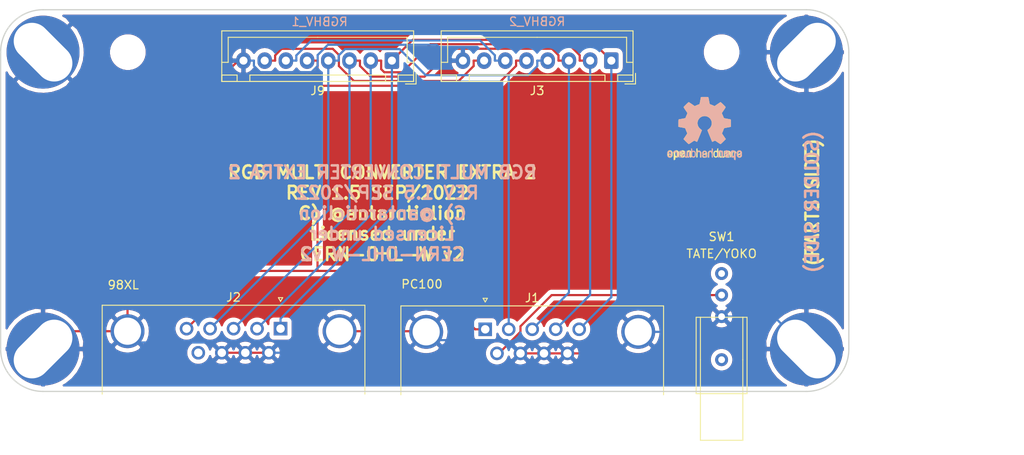
<source format=kicad_pcb>
(kicad_pcb (version 20171130) (host pcbnew "(5.1.6)-1")

  (general
    (thickness 1.6)
    (drawings 13)
    (tracks 122)
    (zones 0)
    (modules 13)
    (nets 10)
  )

  (page A2)
  (layers
    (0 F.Cu signal)
    (31 B.Cu signal)
    (32 B.Adhes user)
    (33 F.Adhes user)
    (34 B.Paste user)
    (35 F.Paste user)
    (36 B.SilkS user)
    (37 F.SilkS user)
    (38 B.Mask user)
    (39 F.Mask user)
    (40 Dwgs.User user)
    (41 Cmts.User user)
    (42 Eco1.User user)
    (43 Eco2.User user)
    (44 Edge.Cuts user)
    (45 Margin user)
    (46 B.CrtYd user)
    (47 F.CrtYd user)
    (48 B.Fab user)
    (49 F.Fab user)
  )

  (setup
    (last_trace_width 0.254)
    (user_trace_width 0.5)
    (trace_clearance 0.254)
    (zone_clearance 0.508)
    (zone_45_only no)
    (trace_min 0.2)
    (via_size 0.8)
    (via_drill 0.4)
    (via_min_size 0.8)
    (via_min_drill 0.4)
    (uvia_size 0.3)
    (uvia_drill 0.1)
    (uvias_allowed no)
    (uvia_min_size 0.2)
    (uvia_min_drill 0.1)
    (edge_width 0.15)
    (segment_width 0.2)
    (pcb_text_width 0.3)
    (pcb_text_size 1.5 1.5)
    (mod_edge_width 0.15)
    (mod_text_size 1 1)
    (mod_text_width 0.15)
    (pad_size 4.3 8)
    (pad_drill 4.3)
    (pad_to_mask_clearance 0.2)
    (solder_mask_min_width 0.25)
    (aux_axis_origin 50 162)
    (grid_origin 50 162)
    (visible_elements 7FFFFFFF)
    (pcbplotparams
      (layerselection 0x010f0_ffffffff)
      (usegerberextensions true)
      (usegerberattributes false)
      (usegerberadvancedattributes false)
      (creategerberjobfile false)
      (excludeedgelayer true)
      (linewidth 0.100000)
      (plotframeref false)
      (viasonmask false)
      (mode 1)
      (useauxorigin false)
      (hpglpennumber 1)
      (hpglpenspeed 20)
      (hpglpendiameter 15.000000)
      (psnegative false)
      (psa4output false)
      (plotreference true)
      (plotvalue true)
      (plotinvisibletext false)
      (padsonsilk false)
      (subtractmaskfromsilk false)
      (outputformat 1)
      (mirror false)
      (drillshape 0)
      (scaleselection 1)
      (outputdirectory "garber/"))
  )

  (net 0 "")
  (net 1 GND)
  (net 2 VSYNC)
  (net 3 HSYNC)
  (net 4 B)
  (net 5 G)
  (net 6 R)
  (net 7 AUDIO_R)
  (net 8 AUDIO_L)
  (net 9 "Net-(J1-Pad6)")

  (net_class Default "これはデフォルトのネット クラスです。"
    (clearance 0.254)
    (trace_width 0.254)
    (via_dia 0.8)
    (via_drill 0.4)
    (uvia_dia 0.3)
    (uvia_drill 0.1)
    (add_net AUDIO_L)
    (add_net AUDIO_R)
    (add_net B)
    (add_net G)
    (add_net GND)
    (add_net HSYNC)
    (add_net "Net-(J1-Pad6)")
    (add_net R)
    (add_net VSYNC)
  )

  (module Symbol:OSHW-Logo2_9.8x8mm_SilkScreen (layer B.Cu) (tedit 0) (tstamp 632CAB8B)
    (at 133 131 180)
    (descr "Open Source Hardware Symbol")
    (tags "Logo Symbol OSHW")
    (attr virtual)
    (fp_text reference REF** (at 0 0) (layer B.SilkS) hide
      (effects (font (size 1 1) (thickness 0.15)) (justify mirror))
    )
    (fp_text value OSHW-Logo2_9.8x8mm_SilkScreen (at 0.75 0) (layer B.Fab) hide
      (effects (font (size 1 1) (thickness 0.15)) (justify mirror))
    )
    (fp_poly (pts (xy -3.231114 -2.584505) (xy -3.156461 -2.621727) (xy -3.090569 -2.690261) (xy -3.072423 -2.715648)
      (xy -3.052655 -2.748866) (xy -3.039828 -2.784945) (xy -3.03249 -2.833098) (xy -3.029187 -2.902536)
      (xy -3.028462 -2.994206) (xy -3.031737 -3.11983) (xy -3.043123 -3.214154) (xy -3.064959 -3.284523)
      (xy -3.099581 -3.338286) (xy -3.14933 -3.382788) (xy -3.152986 -3.385423) (xy -3.202015 -3.412377)
      (xy -3.261055 -3.425712) (xy -3.336141 -3.429) (xy -3.458205 -3.429) (xy -3.458256 -3.547497)
      (xy -3.459392 -3.613492) (xy -3.466314 -3.652202) (xy -3.484402 -3.675419) (xy -3.519038 -3.694933)
      (xy -3.527355 -3.69892) (xy -3.56628 -3.717603) (xy -3.596417 -3.729403) (xy -3.618826 -3.730422)
      (xy -3.634567 -3.716761) (xy -3.644698 -3.684522) (xy -3.650277 -3.629804) (xy -3.652365 -3.548711)
      (xy -3.652019 -3.437344) (xy -3.6503 -3.291802) (xy -3.649763 -3.248269) (xy -3.647828 -3.098205)
      (xy -3.646096 -3.000042) (xy -3.458308 -3.000042) (xy -3.457252 -3.083364) (xy -3.452562 -3.13788)
      (xy -3.441949 -3.173837) (xy -3.423128 -3.201482) (xy -3.41035 -3.214965) (xy -3.35811 -3.254417)
      (xy -3.311858 -3.257628) (xy -3.264133 -3.225049) (xy -3.262923 -3.223846) (xy -3.243506 -3.198668)
      (xy -3.231693 -3.164447) (xy -3.225735 -3.111748) (xy -3.22388 -3.031131) (xy -3.223846 -3.013271)
      (xy -3.22833 -2.902175) (xy -3.242926 -2.825161) (xy -3.26935 -2.778147) (xy -3.309317 -2.75705)
      (xy -3.332416 -2.754923) (xy -3.387238 -2.7649) (xy -3.424842 -2.797752) (xy -3.447477 -2.857857)
      (xy -3.457394 -2.949598) (xy -3.458308 -3.000042) (xy -3.646096 -3.000042) (xy -3.645778 -2.98206)
      (xy -3.643127 -2.894679) (xy -3.639394 -2.830905) (xy -3.634093 -2.785582) (xy -3.626742 -2.753555)
      (xy -3.616857 -2.729668) (xy -3.603954 -2.708764) (xy -3.598421 -2.700898) (xy -3.525031 -2.626595)
      (xy -3.43224 -2.584467) (xy -3.324904 -2.572722) (xy -3.231114 -2.584505)) (layer B.SilkS) (width 0.01))
    (fp_poly (pts (xy -1.728336 -2.595089) (xy -1.665633 -2.631358) (xy -1.622039 -2.667358) (xy -1.590155 -2.705075)
      (xy -1.56819 -2.751199) (xy -1.554351 -2.812421) (xy -1.546847 -2.895431) (xy -1.543883 -3.006919)
      (xy -1.543539 -3.087062) (xy -1.543539 -3.382065) (xy -1.709615 -3.456515) (xy -1.719385 -3.133402)
      (xy -1.723421 -3.012729) (xy -1.727656 -2.925141) (xy -1.732903 -2.86465) (xy -1.739975 -2.825268)
      (xy -1.749689 -2.801007) (xy -1.762856 -2.78588) (xy -1.767081 -2.782606) (xy -1.831091 -2.757034)
      (xy -1.895792 -2.767153) (xy -1.934308 -2.794) (xy -1.949975 -2.813024) (xy -1.96082 -2.837988)
      (xy -1.967712 -2.875834) (xy -1.971521 -2.933502) (xy -1.973117 -3.017935) (xy -1.973385 -3.105928)
      (xy -1.973437 -3.216323) (xy -1.975328 -3.294463) (xy -1.981655 -3.347165) (xy -1.995017 -3.381242)
      (xy -2.018015 -3.403511) (xy -2.053246 -3.420787) (xy -2.100303 -3.438738) (xy -2.151697 -3.458278)
      (xy -2.145579 -3.111485) (xy -2.143116 -2.986468) (xy -2.140233 -2.894082) (xy -2.136102 -2.827881)
      (xy -2.129893 -2.78142) (xy -2.120774 -2.748256) (xy -2.107917 -2.721944) (xy -2.092416 -2.698729)
      (xy -2.017629 -2.624569) (xy -1.926372 -2.581684) (xy -1.827117 -2.571412) (xy -1.728336 -2.595089)) (layer B.SilkS) (width 0.01))
    (fp_poly (pts (xy -3.983114 -2.587256) (xy -3.891536 -2.635409) (xy -3.823951 -2.712905) (xy -3.799943 -2.762727)
      (xy -3.781262 -2.837533) (xy -3.771699 -2.932052) (xy -3.770792 -3.03521) (xy -3.778079 -3.135935)
      (xy -3.793097 -3.223153) (xy -3.815385 -3.285791) (xy -3.822235 -3.296579) (xy -3.903368 -3.377105)
      (xy -3.999734 -3.425336) (xy -4.104299 -3.43945) (xy -4.210032 -3.417629) (xy -4.239457 -3.404547)
      (xy -4.296759 -3.364231) (xy -4.34705 -3.310775) (xy -4.351803 -3.303995) (xy -4.371122 -3.271321)
      (xy -4.383892 -3.236394) (xy -4.391436 -3.190414) (xy -4.395076 -3.124584) (xy -4.396135 -3.030105)
      (xy -4.396154 -3.008923) (xy -4.396106 -3.002182) (xy -4.200769 -3.002182) (xy -4.199632 -3.091349)
      (xy -4.195159 -3.15052) (xy -4.185754 -3.188741) (xy -4.169824 -3.215053) (xy -4.161692 -3.223846)
      (xy -4.114942 -3.257261) (xy -4.069553 -3.255737) (xy -4.02366 -3.226752) (xy -3.996288 -3.195809)
      (xy -3.980077 -3.150643) (xy -3.970974 -3.07942) (xy -3.970349 -3.071114) (xy -3.968796 -2.942037)
      (xy -3.985035 -2.846172) (xy -4.018848 -2.784107) (xy -4.070016 -2.756432) (xy -4.08828 -2.754923)
      (xy -4.13624 -2.762513) (xy -4.169047 -2.788808) (xy -4.189105 -2.839095) (xy -4.198822 -2.918664)
      (xy -4.200769 -3.002182) (xy -4.396106 -3.002182) (xy -4.395426 -2.908249) (xy -4.392371 -2.837906)
      (xy -4.385678 -2.789163) (xy -4.37404 -2.753288) (xy -4.356147 -2.721548) (xy -4.352192 -2.715648)
      (xy -4.285733 -2.636104) (xy -4.213315 -2.589929) (xy -4.125151 -2.571599) (xy -4.095213 -2.570703)
      (xy -3.983114 -2.587256)) (layer B.SilkS) (width 0.01))
    (fp_poly (pts (xy -2.465746 -2.599745) (xy -2.388714 -2.651567) (xy -2.329184 -2.726412) (xy -2.293622 -2.821654)
      (xy -2.286429 -2.891756) (xy -2.287246 -2.921009) (xy -2.294086 -2.943407) (xy -2.312888 -2.963474)
      (xy -2.349592 -2.985733) (xy -2.410138 -3.014709) (xy -2.500466 -3.054927) (xy -2.500923 -3.055129)
      (xy -2.584067 -3.09321) (xy -2.652247 -3.127025) (xy -2.698495 -3.152933) (xy -2.715842 -3.167295)
      (xy -2.715846 -3.167411) (xy -2.700557 -3.198685) (xy -2.664804 -3.233157) (xy -2.623758 -3.25799)
      (xy -2.602963 -3.262923) (xy -2.54623 -3.245862) (xy -2.497373 -3.203133) (xy -2.473535 -3.156155)
      (xy -2.450603 -3.121522) (xy -2.405682 -3.082081) (xy -2.352877 -3.048009) (xy -2.30629 -3.02948)
      (xy -2.296548 -3.028462) (xy -2.285582 -3.045215) (xy -2.284921 -3.088039) (xy -2.29298 -3.145781)
      (xy -2.308173 -3.207289) (xy -2.328914 -3.261409) (xy -2.329962 -3.26351) (xy -2.392379 -3.35066)
      (xy -2.473274 -3.409939) (xy -2.565144 -3.439034) (xy -2.660487 -3.435634) (xy -2.751802 -3.397428)
      (xy -2.755862 -3.394741) (xy -2.827694 -3.329642) (xy -2.874927 -3.244705) (xy -2.901066 -3.133021)
      (xy -2.904574 -3.101643) (xy -2.910787 -2.953536) (xy -2.903339 -2.884468) (xy -2.715846 -2.884468)
      (xy -2.71341 -2.927552) (xy -2.700086 -2.940126) (xy -2.666868 -2.930719) (xy -2.614506 -2.908483)
      (xy -2.555976 -2.88061) (xy -2.554521 -2.879872) (xy -2.504911 -2.853777) (xy -2.485 -2.836363)
      (xy -2.48991 -2.818107) (xy -2.510584 -2.79412) (xy -2.563181 -2.759406) (xy -2.619823 -2.756856)
      (xy -2.670631 -2.782119) (xy -2.705724 -2.830847) (xy -2.715846 -2.884468) (xy -2.903339 -2.884468)
      (xy -2.898008 -2.835036) (xy -2.865222 -2.741055) (xy -2.819579 -2.675215) (xy -2.737198 -2.608681)
      (xy -2.646454 -2.575676) (xy -2.553815 -2.573573) (xy -2.465746 -2.599745)) (layer B.SilkS) (width 0.01))
    (fp_poly (pts (xy -0.840154 -2.49212) (xy -0.834428 -2.57198) (xy -0.827851 -2.619039) (xy -0.818738 -2.639566)
      (xy -0.805402 -2.639829) (xy -0.801077 -2.637378) (xy -0.743556 -2.619636) (xy -0.668732 -2.620672)
      (xy -0.592661 -2.63891) (xy -0.545082 -2.662505) (xy -0.496298 -2.700198) (xy -0.460636 -2.742855)
      (xy -0.436155 -2.797057) (xy -0.420913 -2.869384) (xy -0.41297 -2.966419) (xy -0.410384 -3.094742)
      (xy -0.410338 -3.119358) (xy -0.410308 -3.39587) (xy -0.471839 -3.41732) (xy -0.515541 -3.431912)
      (xy -0.539518 -3.438706) (xy -0.540223 -3.438769) (xy -0.542585 -3.420345) (xy -0.544594 -3.369526)
      (xy -0.546099 -3.292993) (xy -0.546947 -3.19743) (xy -0.547077 -3.139329) (xy -0.547349 -3.024771)
      (xy -0.548748 -2.942667) (xy -0.552151 -2.886393) (xy -0.558433 -2.849326) (xy -0.568471 -2.824844)
      (xy -0.583139 -2.806325) (xy -0.592298 -2.797406) (xy -0.655211 -2.761466) (xy -0.723864 -2.758775)
      (xy -0.786152 -2.78917) (xy -0.797671 -2.800144) (xy -0.814567 -2.820779) (xy -0.826286 -2.845256)
      (xy -0.833767 -2.880647) (xy -0.837946 -2.934026) (xy -0.839763 -3.012466) (xy -0.840154 -3.120617)
      (xy -0.840154 -3.39587) (xy -0.901685 -3.41732) (xy -0.945387 -3.431912) (xy -0.969364 -3.438706)
      (xy -0.97007 -3.438769) (xy -0.971874 -3.420069) (xy -0.9735 -3.367322) (xy -0.974883 -3.285557)
      (xy -0.975958 -3.179805) (xy -0.97666 -3.055094) (xy -0.976923 -2.916455) (xy -0.976923 -2.381806)
      (xy -0.849923 -2.328236) (xy -0.840154 -2.49212)) (layer B.SilkS) (width 0.01))
    (fp_poly (pts (xy 0.053501 -2.626303) (xy 0.13006 -2.654733) (xy 0.130936 -2.655279) (xy 0.178285 -2.690127)
      (xy 0.213241 -2.730852) (xy 0.237825 -2.783925) (xy 0.254062 -2.855814) (xy 0.263975 -2.952992)
      (xy 0.269586 -3.081928) (xy 0.270077 -3.100298) (xy 0.277141 -3.377287) (xy 0.217695 -3.408028)
      (xy 0.174681 -3.428802) (xy 0.14871 -3.438646) (xy 0.147509 -3.438769) (xy 0.143014 -3.420606)
      (xy 0.139444 -3.371612) (xy 0.137248 -3.300031) (xy 0.136769 -3.242068) (xy 0.136758 -3.14817)
      (xy 0.132466 -3.089203) (xy 0.117503 -3.061079) (xy 0.085482 -3.059706) (xy 0.030014 -3.080998)
      (xy -0.053731 -3.120136) (xy -0.115311 -3.152643) (xy -0.146983 -3.180845) (xy -0.156294 -3.211582)
      (xy -0.156308 -3.213104) (xy -0.140943 -3.266054) (xy -0.095453 -3.29466) (xy -0.025834 -3.298803)
      (xy 0.024313 -3.298084) (xy 0.050754 -3.312527) (xy 0.067243 -3.347218) (xy 0.076733 -3.391416)
      (xy 0.063057 -3.416493) (xy 0.057907 -3.420082) (xy 0.009425 -3.434496) (xy -0.058469 -3.436537)
      (xy -0.128388 -3.426983) (xy -0.177932 -3.409522) (xy -0.24643 -3.351364) (xy -0.285366 -3.270408)
      (xy -0.293077 -3.20716) (xy -0.287193 -3.150111) (xy -0.265899 -3.103542) (xy -0.223735 -3.062181)
      (xy -0.155241 -3.020755) (xy -0.054956 -2.973993) (xy -0.048846 -2.97135) (xy 0.04149 -2.929617)
      (xy 0.097235 -2.895391) (xy 0.121129 -2.864635) (xy 0.115913 -2.833311) (xy 0.084328 -2.797383)
      (xy 0.074883 -2.789116) (xy 0.011617 -2.757058) (xy -0.053936 -2.758407) (xy -0.111028 -2.789838)
      (xy -0.148907 -2.848024) (xy -0.152426 -2.859446) (xy -0.1867 -2.914837) (xy -0.230191 -2.941518)
      (xy -0.293077 -2.96796) (xy -0.293077 -2.899548) (xy -0.273948 -2.80011) (xy -0.217169 -2.708902)
      (xy -0.187622 -2.678389) (xy -0.120458 -2.639228) (xy -0.035044 -2.6215) (xy 0.053501 -2.626303)) (layer B.SilkS) (width 0.01))
    (fp_poly (pts (xy 0.713362 -2.62467) (xy 0.802117 -2.657421) (xy 0.874022 -2.71535) (xy 0.902144 -2.756128)
      (xy 0.932802 -2.830954) (xy 0.932165 -2.885058) (xy 0.899987 -2.921446) (xy 0.888081 -2.927633)
      (xy 0.836675 -2.946925) (xy 0.810422 -2.941982) (xy 0.80153 -2.909587) (xy 0.801077 -2.891692)
      (xy 0.784797 -2.825859) (xy 0.742365 -2.779807) (xy 0.683388 -2.757564) (xy 0.617475 -2.763161)
      (xy 0.563895 -2.792229) (xy 0.545798 -2.80881) (xy 0.532971 -2.828925) (xy 0.524306 -2.859332)
      (xy 0.518696 -2.906788) (xy 0.515035 -2.97805) (xy 0.512215 -3.079875) (xy 0.511484 -3.112115)
      (xy 0.50882 -3.22241) (xy 0.505792 -3.300036) (xy 0.50125 -3.351396) (xy 0.494046 -3.38289)
      (xy 0.483033 -3.40092) (xy 0.46706 -3.411888) (xy 0.456834 -3.416733) (xy 0.413406 -3.433301)
      (xy 0.387842 -3.438769) (xy 0.379395 -3.420507) (xy 0.374239 -3.365296) (xy 0.372346 -3.272499)
      (xy 0.373689 -3.141478) (xy 0.374107 -3.121269) (xy 0.377058 -3.001733) (xy 0.380548 -2.914449)
      (xy 0.385514 -2.852591) (xy 0.392893 -2.809336) (xy 0.403624 -2.77786) (xy 0.418645 -2.751339)
      (xy 0.426502 -2.739975) (xy 0.471553 -2.689692) (xy 0.52194 -2.650581) (xy 0.528108 -2.647167)
      (xy 0.618458 -2.620212) (xy 0.713362 -2.62467)) (layer B.SilkS) (width 0.01))
    (fp_poly (pts (xy 1.602081 -2.780289) (xy 1.601833 -2.92632) (xy 1.600872 -3.038655) (xy 1.598794 -3.122678)
      (xy 1.595193 -3.183769) (xy 1.589665 -3.227309) (xy 1.581804 -3.258679) (xy 1.571207 -3.283262)
      (xy 1.563182 -3.297294) (xy 1.496728 -3.373388) (xy 1.41247 -3.421084) (xy 1.319249 -3.438199)
      (xy 1.2259 -3.422546) (xy 1.170312 -3.394418) (xy 1.111957 -3.34576) (xy 1.072186 -3.286333)
      (xy 1.04819 -3.208507) (xy 1.037161 -3.104652) (xy 1.035599 -3.028462) (xy 1.035809 -3.022986)
      (xy 1.172308 -3.022986) (xy 1.173141 -3.110355) (xy 1.176961 -3.168192) (xy 1.185746 -3.206029)
      (xy 1.201474 -3.233398) (xy 1.220266 -3.254042) (xy 1.283375 -3.29389) (xy 1.351137 -3.297295)
      (xy 1.415179 -3.264025) (xy 1.420164 -3.259517) (xy 1.441439 -3.236067) (xy 1.454779 -3.208166)
      (xy 1.462001 -3.166641) (xy 1.464923 -3.102316) (xy 1.465385 -3.0312) (xy 1.464383 -2.941858)
      (xy 1.460238 -2.882258) (xy 1.451236 -2.843089) (xy 1.435667 -2.81504) (xy 1.422902 -2.800144)
      (xy 1.3636 -2.762575) (xy 1.295301 -2.758057) (xy 1.23011 -2.786753) (xy 1.217528 -2.797406)
      (xy 1.196111 -2.821063) (xy 1.182744 -2.849251) (xy 1.175566 -2.891245) (xy 1.172719 -2.956319)
      (xy 1.172308 -3.022986) (xy 1.035809 -3.022986) (xy 1.040322 -2.905765) (xy 1.056362 -2.813577)
      (xy 1.086528 -2.744269) (xy 1.133629 -2.690211) (xy 1.170312 -2.662505) (xy 1.23699 -2.632572)
      (xy 1.314272 -2.618678) (xy 1.38611 -2.622397) (xy 1.426308 -2.6374) (xy 1.442082 -2.64167)
      (xy 1.45255 -2.62575) (xy 1.459856 -2.583089) (xy 1.465385 -2.518106) (xy 1.471437 -2.445732)
      (xy 1.479844 -2.402187) (xy 1.495141 -2.377287) (xy 1.521864 -2.360845) (xy 1.538654 -2.353564)
      (xy 1.602154 -2.326963) (xy 1.602081 -2.780289)) (layer B.SilkS) (width 0.01))
    (fp_poly (pts (xy 2.395929 -2.636662) (xy 2.398911 -2.688068) (xy 2.401247 -2.766192) (xy 2.402749 -2.864857)
      (xy 2.403231 -2.968343) (xy 2.403231 -3.318533) (xy 2.341401 -3.380363) (xy 2.298793 -3.418462)
      (xy 2.26139 -3.433895) (xy 2.21027 -3.432918) (xy 2.189978 -3.430433) (xy 2.126554 -3.4232)
      (xy 2.074095 -3.419055) (xy 2.061308 -3.418672) (xy 2.018199 -3.421176) (xy 1.956544 -3.427462)
      (xy 1.932638 -3.430433) (xy 1.873922 -3.435028) (xy 1.834464 -3.425046) (xy 1.795338 -3.394228)
      (xy 1.781215 -3.380363) (xy 1.719385 -3.318533) (xy 1.719385 -2.663503) (xy 1.76915 -2.640829)
      (xy 1.812002 -2.624034) (xy 1.837073 -2.618154) (xy 1.843501 -2.636736) (xy 1.849509 -2.688655)
      (xy 1.854697 -2.768172) (xy 1.858664 -2.869546) (xy 1.860577 -2.955192) (xy 1.865923 -3.292231)
      (xy 1.91256 -3.298825) (xy 1.954976 -3.294214) (xy 1.97576 -3.279287) (xy 1.98157 -3.251377)
      (xy 1.98653 -3.191925) (xy 1.990246 -3.108466) (xy 1.992324 -3.008532) (xy 1.992624 -2.957104)
      (xy 1.992923 -2.661054) (xy 2.054454 -2.639604) (xy 2.098004 -2.62502) (xy 2.121694 -2.618219)
      (xy 2.122377 -2.618154) (xy 2.124754 -2.636642) (xy 2.127366 -2.687906) (xy 2.129995 -2.765649)
      (xy 2.132421 -2.863574) (xy 2.134115 -2.955192) (xy 2.139461 -3.292231) (xy 2.256692 -3.292231)
      (xy 2.262072 -2.984746) (xy 2.267451 -2.677261) (xy 2.324601 -2.647707) (xy 2.366797 -2.627413)
      (xy 2.39177 -2.618204) (xy 2.392491 -2.618154) (xy 2.395929 -2.636662)) (layer B.SilkS) (width 0.01))
    (fp_poly (pts (xy 2.887333 -2.633528) (xy 2.94359 -2.659117) (xy 2.987747 -2.690124) (xy 3.020101 -2.724795)
      (xy 3.042438 -2.76952) (xy 3.056546 -2.830692) (xy 3.064211 -2.914701) (xy 3.06722 -3.02794)
      (xy 3.067538 -3.102509) (xy 3.067538 -3.39342) (xy 3.017773 -3.416095) (xy 2.978576 -3.432667)
      (xy 2.959157 -3.438769) (xy 2.955442 -3.42061) (xy 2.952495 -3.371648) (xy 2.950691 -3.300153)
      (xy 2.950308 -3.243385) (xy 2.948661 -3.161371) (xy 2.944222 -3.096309) (xy 2.93774 -3.056467)
      (xy 2.93259 -3.048) (xy 2.897977 -3.056646) (xy 2.84364 -3.078823) (xy 2.780722 -3.108886)
      (xy 2.720368 -3.141192) (xy 2.673721 -3.170098) (xy 2.651926 -3.189961) (xy 2.651839 -3.190175)
      (xy 2.653714 -3.226935) (xy 2.670525 -3.262026) (xy 2.700039 -3.290528) (xy 2.743116 -3.300061)
      (xy 2.779932 -3.29895) (xy 2.832074 -3.298133) (xy 2.859444 -3.310349) (xy 2.875882 -3.342624)
      (xy 2.877955 -3.34871) (xy 2.885081 -3.394739) (xy 2.866024 -3.422687) (xy 2.816353 -3.436007)
      (xy 2.762697 -3.43847) (xy 2.666142 -3.42021) (xy 2.616159 -3.394131) (xy 2.554429 -3.332868)
      (xy 2.52169 -3.25767) (xy 2.518753 -3.178211) (xy 2.546424 -3.104167) (xy 2.588047 -3.057769)
      (xy 2.629604 -3.031793) (xy 2.694922 -2.998907) (xy 2.771038 -2.965557) (xy 2.783726 -2.960461)
      (xy 2.867333 -2.923565) (xy 2.91553 -2.891046) (xy 2.93103 -2.858718) (xy 2.91655 -2.822394)
      (xy 2.891692 -2.794) (xy 2.832939 -2.759039) (xy 2.768293 -2.756417) (xy 2.709008 -2.783358)
      (xy 2.666339 -2.837088) (xy 2.660739 -2.85095) (xy 2.628133 -2.901936) (xy 2.58053 -2.939787)
      (xy 2.520461 -2.97085) (xy 2.520461 -2.882768) (xy 2.523997 -2.828951) (xy 2.539156 -2.786534)
      (xy 2.572768 -2.741279) (xy 2.605035 -2.70642) (xy 2.655209 -2.657062) (xy 2.694193 -2.630547)
      (xy 2.736064 -2.619911) (xy 2.78346 -2.618154) (xy 2.887333 -2.633528)) (layer B.SilkS) (width 0.01))
    (fp_poly (pts (xy 3.570807 -2.636782) (xy 3.594161 -2.646988) (xy 3.649902 -2.691134) (xy 3.697569 -2.754967)
      (xy 3.727048 -2.823087) (xy 3.731846 -2.85667) (xy 3.71576 -2.903556) (xy 3.680475 -2.928365)
      (xy 3.642644 -2.943387) (xy 3.625321 -2.946155) (xy 3.616886 -2.926066) (xy 3.60023 -2.882351)
      (xy 3.592923 -2.862598) (xy 3.551948 -2.794271) (xy 3.492622 -2.760191) (xy 3.416552 -2.761239)
      (xy 3.410918 -2.762581) (xy 3.370305 -2.781836) (xy 3.340448 -2.819375) (xy 3.320055 -2.879809)
      (xy 3.307836 -2.967751) (xy 3.3025 -3.087813) (xy 3.302 -3.151698) (xy 3.301752 -3.252403)
      (xy 3.300126 -3.321054) (xy 3.295801 -3.364673) (xy 3.287454 -3.390282) (xy 3.273765 -3.404903)
      (xy 3.253411 -3.415558) (xy 3.252234 -3.416095) (xy 3.213038 -3.432667) (xy 3.193619 -3.438769)
      (xy 3.190635 -3.420319) (xy 3.188081 -3.369323) (xy 3.18614 -3.292308) (xy 3.184997 -3.195805)
      (xy 3.184769 -3.125184) (xy 3.185932 -2.988525) (xy 3.190479 -2.884851) (xy 3.199999 -2.808108)
      (xy 3.216081 -2.752246) (xy 3.240313 -2.711212) (xy 3.274286 -2.678954) (xy 3.307833 -2.65644)
      (xy 3.388499 -2.626476) (xy 3.482381 -2.619718) (xy 3.570807 -2.636782)) (layer B.SilkS) (width 0.01))
    (fp_poly (pts (xy 4.245224 -2.647838) (xy 4.322528 -2.698361) (xy 4.359814 -2.74359) (xy 4.389353 -2.825663)
      (xy 4.391699 -2.890607) (xy 4.386385 -2.977445) (xy 4.186115 -3.065103) (xy 4.088739 -3.109887)
      (xy 4.025113 -3.145913) (xy 3.992029 -3.177117) (xy 3.98628 -3.207436) (xy 4.004658 -3.240805)
      (xy 4.024923 -3.262923) (xy 4.083889 -3.298393) (xy 4.148024 -3.300879) (xy 4.206926 -3.273235)
      (xy 4.250197 -3.21832) (xy 4.257936 -3.198928) (xy 4.295006 -3.138364) (xy 4.337654 -3.112552)
      (xy 4.396154 -3.090471) (xy 4.396154 -3.174184) (xy 4.390982 -3.23115) (xy 4.370723 -3.279189)
      (xy 4.328262 -3.334346) (xy 4.321951 -3.341514) (xy 4.27472 -3.390585) (xy 4.234121 -3.41692)
      (xy 4.183328 -3.429035) (xy 4.14122 -3.433003) (xy 4.065902 -3.433991) (xy 4.012286 -3.421466)
      (xy 3.978838 -3.402869) (xy 3.926268 -3.361975) (xy 3.889879 -3.317748) (xy 3.86685 -3.262126)
      (xy 3.854359 -3.187047) (xy 3.849587 -3.084449) (xy 3.849206 -3.032376) (xy 3.850501 -2.969948)
      (xy 3.968471 -2.969948) (xy 3.969839 -3.003438) (xy 3.973249 -3.008923) (xy 3.995753 -3.001472)
      (xy 4.044182 -2.981753) (xy 4.108908 -2.953718) (xy 4.122443 -2.947692) (xy 4.204244 -2.906096)
      (xy 4.249312 -2.869538) (xy 4.259217 -2.835296) (xy 4.235526 -2.800648) (xy 4.21596 -2.785339)
      (xy 4.14536 -2.754721) (xy 4.07928 -2.75978) (xy 4.023959 -2.797151) (xy 3.985636 -2.863473)
      (xy 3.973349 -2.916116) (xy 3.968471 -2.969948) (xy 3.850501 -2.969948) (xy 3.85173 -2.91072)
      (xy 3.861032 -2.82071) (xy 3.87946 -2.755167) (xy 3.90936 -2.706912) (xy 3.95308 -2.668767)
      (xy 3.972141 -2.65644) (xy 4.058726 -2.624336) (xy 4.153522 -2.622316) (xy 4.245224 -2.647838)) (layer B.SilkS) (width 0.01))
    (fp_poly (pts (xy 0.139878 3.712224) (xy 0.245612 3.711645) (xy 0.322132 3.710078) (xy 0.374372 3.707028)
      (xy 0.407263 3.702004) (xy 0.425737 3.694511) (xy 0.434727 3.684056) (xy 0.439163 3.670147)
      (xy 0.439594 3.668346) (xy 0.446333 3.635855) (xy 0.458808 3.571748) (xy 0.475719 3.482849)
      (xy 0.495771 3.375981) (xy 0.517664 3.257967) (xy 0.518429 3.253822) (xy 0.540359 3.138169)
      (xy 0.560877 3.035986) (xy 0.578659 2.953402) (xy 0.592381 2.896544) (xy 0.600718 2.871542)
      (xy 0.601116 2.871099) (xy 0.625677 2.85889) (xy 0.676315 2.838544) (xy 0.742095 2.814455)
      (xy 0.742461 2.814326) (xy 0.825317 2.783182) (xy 0.923 2.743509) (xy 1.015077 2.703619)
      (xy 1.019434 2.701647) (xy 1.169407 2.63358) (xy 1.501498 2.860361) (xy 1.603374 2.929496)
      (xy 1.695657 2.991303) (xy 1.773003 3.042267) (xy 1.830064 3.078873) (xy 1.861495 3.097606)
      (xy 1.864479 3.098996) (xy 1.887321 3.09281) (xy 1.929982 3.062965) (xy 1.994128 3.008053)
      (xy 2.081421 2.926666) (xy 2.170535 2.840078) (xy 2.256441 2.754753) (xy 2.333327 2.676892)
      (xy 2.396564 2.611303) (xy 2.441523 2.562795) (xy 2.463576 2.536175) (xy 2.464396 2.534805)
      (xy 2.466834 2.516537) (xy 2.45765 2.486705) (xy 2.434574 2.441279) (xy 2.395337 2.37623)
      (xy 2.33767 2.28753) (xy 2.260795 2.173343) (xy 2.19257 2.072838) (xy 2.131582 1.982697)
      (xy 2.081356 1.908151) (xy 2.045416 1.854435) (xy 2.027287 1.826782) (xy 2.026146 1.824905)
      (xy 2.028359 1.79841) (xy 2.045138 1.746914) (xy 2.073142 1.680149) (xy 2.083122 1.658828)
      (xy 2.126672 1.563841) (xy 2.173134 1.456063) (xy 2.210877 1.362808) (xy 2.238073 1.293594)
      (xy 2.259675 1.240994) (xy 2.272158 1.213503) (xy 2.273709 1.211384) (xy 2.296668 1.207876)
      (xy 2.350786 1.198262) (xy 2.428868 1.183911) (xy 2.523719 1.166193) (xy 2.628143 1.146475)
      (xy 2.734944 1.126126) (xy 2.836926 1.106514) (xy 2.926894 1.089009) (xy 2.997653 1.074978)
      (xy 3.042006 1.065791) (xy 3.052885 1.063193) (xy 3.064122 1.056782) (xy 3.072605 1.042303)
      (xy 3.078714 1.014867) (xy 3.082832 0.969589) (xy 3.085341 0.90158) (xy 3.086621 0.805953)
      (xy 3.087054 0.67782) (xy 3.087077 0.625299) (xy 3.087077 0.198155) (xy 2.9845 0.177909)
      (xy 2.927431 0.16693) (xy 2.842269 0.150905) (xy 2.739372 0.131767) (xy 2.629096 0.111449)
      (xy 2.598615 0.105868) (xy 2.496855 0.086083) (xy 2.408205 0.066627) (xy 2.340108 0.049303)
      (xy 2.300004 0.035912) (xy 2.293323 0.031921) (xy 2.276919 0.003658) (xy 2.253399 -0.051109)
      (xy 2.227316 -0.121588) (xy 2.222142 -0.136769) (xy 2.187956 -0.230896) (xy 2.145523 -0.337101)
      (xy 2.103997 -0.432473) (xy 2.103792 -0.432916) (xy 2.03464 -0.582525) (xy 2.489512 -1.251617)
      (xy 2.1975 -1.544116) (xy 2.10918 -1.63117) (xy 2.028625 -1.707909) (xy 1.96036 -1.770237)
      (xy 1.908908 -1.814056) (xy 1.878794 -1.83527) (xy 1.874474 -1.836616) (xy 1.849111 -1.826016)
      (xy 1.797358 -1.796547) (xy 1.724868 -1.751705) (xy 1.637294 -1.694984) (xy 1.542612 -1.631462)
      (xy 1.446516 -1.566668) (xy 1.360837 -1.510287) (xy 1.291016 -1.465788) (xy 1.242494 -1.436639)
      (xy 1.220782 -1.426308) (xy 1.194293 -1.43505) (xy 1.144062 -1.458087) (xy 1.080451 -1.490631)
      (xy 1.073708 -1.494249) (xy 0.988046 -1.53721) (xy 0.929306 -1.558279) (xy 0.892772 -1.558503)
      (xy 0.873731 -1.538928) (xy 0.87362 -1.538654) (xy 0.864102 -1.515472) (xy 0.841403 -1.460441)
      (xy 0.807282 -1.377822) (xy 0.7635 -1.271872) (xy 0.711816 -1.146852) (xy 0.653992 -1.00702)
      (xy 0.597991 -0.871637) (xy 0.536447 -0.722234) (xy 0.479939 -0.583832) (xy 0.430161 -0.460673)
      (xy 0.388806 -0.357002) (xy 0.357568 -0.277059) (xy 0.338141 -0.225088) (xy 0.332154 -0.205692)
      (xy 0.347168 -0.183443) (xy 0.386439 -0.147982) (xy 0.438807 -0.108887) (xy 0.587941 0.014755)
      (xy 0.704511 0.156478) (xy 0.787118 0.313296) (xy 0.834366 0.482225) (xy 0.844857 0.660278)
      (xy 0.837231 0.742461) (xy 0.795682 0.912969) (xy 0.724123 1.063541) (xy 0.626995 1.192691)
      (xy 0.508734 1.298936) (xy 0.37378 1.38079) (xy 0.226571 1.436768) (xy 0.071544 1.465385)
      (xy -0.086861 1.465156) (xy -0.244206 1.434595) (xy -0.396054 1.372218) (xy -0.537965 1.27654)
      (xy -0.597197 1.222428) (xy -0.710797 1.08348) (xy -0.789894 0.931639) (xy -0.835014 0.771333)
      (xy -0.846684 0.606988) (xy -0.825431 0.443029) (xy -0.77178 0.283882) (xy -0.68626 0.133975)
      (xy -0.569395 -0.002267) (xy -0.438807 -0.108887) (xy -0.384412 -0.149642) (xy -0.345986 -0.184718)
      (xy -0.332154 -0.205726) (xy -0.339397 -0.228635) (xy -0.359995 -0.283365) (xy -0.392254 -0.365672)
      (xy -0.434479 -0.471315) (xy -0.484977 -0.59605) (xy -0.542052 -0.735636) (xy -0.598146 -0.87167)
      (xy -0.660033 -1.021201) (xy -0.717356 -1.159767) (xy -0.768356 -1.283107) (xy -0.811273 -1.386964)
      (xy -0.844347 -1.46708) (xy -0.865819 -1.519195) (xy -0.873775 -1.538654) (xy -0.892571 -1.558423)
      (xy -0.928926 -1.558365) (xy -0.987521 -1.537441) (xy -1.073032 -1.494613) (xy -1.073708 -1.494249)
      (xy -1.138093 -1.461012) (xy -1.190139 -1.436802) (xy -1.219488 -1.426404) (xy -1.220783 -1.426308)
      (xy -1.242876 -1.436855) (xy -1.291652 -1.466184) (xy -1.361669 -1.510827) (xy -1.447486 -1.567314)
      (xy -1.542612 -1.631462) (xy -1.63946 -1.696411) (xy -1.726747 -1.752896) (xy -1.798819 -1.797421)
      (xy -1.850023 -1.82649) (xy -1.874474 -1.836616) (xy -1.89699 -1.823307) (xy -1.942258 -1.786112)
      (xy -2.005756 -1.729128) (xy -2.082961 -1.656449) (xy -2.169349 -1.572171) (xy -2.197601 -1.544016)
      (xy -2.489713 -1.251416) (xy -2.267369 -0.925104) (xy -2.199798 -0.824897) (xy -2.140493 -0.734963)
      (xy -2.092783 -0.66051) (xy -2.059993 -0.606751) (xy -2.045452 -0.578894) (xy -2.045026 -0.576912)
      (xy -2.052692 -0.550655) (xy -2.073311 -0.497837) (xy -2.103315 -0.42731) (xy -2.124375 -0.380093)
      (xy -2.163752 -0.289694) (xy -2.200835 -0.198366) (xy -2.229585 -0.1212) (xy -2.237395 -0.097692)
      (xy -2.259583 -0.034916) (xy -2.281273 0.013589) (xy -2.293187 0.031921) (xy -2.319477 0.043141)
      (xy -2.376858 0.059046) (xy -2.457882 0.077833) (xy -2.555105 0.097701) (xy -2.598615 0.105868)
      (xy -2.709104 0.126171) (xy -2.815084 0.14583) (xy -2.906199 0.162912) (xy -2.972092 0.175482)
      (xy -2.9845 0.177909) (xy -3.087077 0.198155) (xy -3.087077 0.625299) (xy -3.086847 0.765754)
      (xy -3.085901 0.872021) (xy -3.083859 0.948987) (xy -3.080338 1.00154) (xy -3.074957 1.034567)
      (xy -3.067334 1.052955) (xy -3.057088 1.061592) (xy -3.052885 1.063193) (xy -3.02753 1.068873)
      (xy -2.971516 1.080205) (xy -2.892036 1.095821) (xy -2.796288 1.114353) (xy -2.691467 1.134431)
      (xy -2.584768 1.154688) (xy -2.483387 1.173754) (xy -2.394521 1.190261) (xy -2.325363 1.202841)
      (xy -2.283111 1.210125) (xy -2.27371 1.211384) (xy -2.265193 1.228237) (xy -2.24634 1.27313)
      (xy -2.220676 1.33757) (xy -2.210877 1.362808) (xy -2.171352 1.460314) (xy -2.124808 1.568041)
      (xy -2.083123 1.658828) (xy -2.05245 1.728247) (xy -2.032044 1.78529) (xy -2.025232 1.820223)
      (xy -2.026318 1.824905) (xy -2.040715 1.847009) (xy -2.073588 1.896169) (xy -2.12141 1.967152)
      (xy -2.180652 2.054722) (xy -2.247785 2.153643) (xy -2.261059 2.17317) (xy -2.338954 2.28886)
      (xy -2.396213 2.376956) (xy -2.435119 2.441514) (xy -2.457956 2.486589) (xy -2.467006 2.516237)
      (xy -2.464552 2.534515) (xy -2.464489 2.534631) (xy -2.445173 2.558639) (xy -2.402449 2.605053)
      (xy -2.340949 2.669063) (xy -2.265302 2.745855) (xy -2.180139 2.830618) (xy -2.170535 2.840078)
      (xy -2.06321 2.944011) (xy -1.980385 3.020325) (xy -1.920395 3.070429) (xy -1.881577 3.09573)
      (xy -1.86448 3.098996) (xy -1.839527 3.08475) (xy -1.787745 3.051844) (xy -1.71448 3.003792)
      (xy -1.62508 2.94411) (xy -1.524889 2.876312) (xy -1.501499 2.860361) (xy -1.169407 2.63358)
      (xy -1.019435 2.701647) (xy -0.92823 2.741315) (xy -0.830331 2.781209) (xy -0.746169 2.813017)
      (xy -0.742462 2.814326) (xy -0.676631 2.838424) (xy -0.625884 2.8588) (xy -0.601158 2.871064)
      (xy -0.601116 2.871099) (xy -0.593271 2.893266) (xy -0.579934 2.947783) (xy -0.56243 3.02852)
      (xy -0.542083 3.12935) (xy -0.520218 3.244144) (xy -0.518429 3.253822) (xy -0.496496 3.372096)
      (xy -0.47636 3.479458) (xy -0.45932 3.569083) (xy -0.446672 3.634149) (xy -0.439716 3.667832)
      (xy -0.439594 3.668346) (xy -0.435361 3.682675) (xy -0.427129 3.693493) (xy -0.409967 3.701294)
      (xy -0.378942 3.706571) (xy -0.329122 3.709818) (xy -0.255576 3.711528) (xy -0.153371 3.712193)
      (xy -0.017575 3.712307) (xy 0 3.712308) (xy 0.139878 3.712224)) (layer B.SilkS) (width 0.01))
  )

  (module Symbol:OSHW-Logo2_9.8x8mm_SilkScreen (layer F.Cu) (tedit 0) (tstamp 632CAB57)
    (at 133 131)
    (descr "Open Source Hardware Symbol")
    (tags "Logo Symbol OSHW")
    (attr virtual)
    (fp_text reference REF** (at 0 0) (layer F.SilkS) hide
      (effects (font (size 1 1) (thickness 0.15)))
    )
    (fp_text value OSHW-Logo2_9.8x8mm_SilkScreen (at 0.75 0) (layer F.Fab) hide
      (effects (font (size 1 1) (thickness 0.15)))
    )
    (fp_poly (pts (xy 0.139878 -3.712224) (xy 0.245612 -3.711645) (xy 0.322132 -3.710078) (xy 0.374372 -3.707028)
      (xy 0.407263 -3.702004) (xy 0.425737 -3.694511) (xy 0.434727 -3.684056) (xy 0.439163 -3.670147)
      (xy 0.439594 -3.668346) (xy 0.446333 -3.635855) (xy 0.458808 -3.571748) (xy 0.475719 -3.482849)
      (xy 0.495771 -3.375981) (xy 0.517664 -3.257967) (xy 0.518429 -3.253822) (xy 0.540359 -3.138169)
      (xy 0.560877 -3.035986) (xy 0.578659 -2.953402) (xy 0.592381 -2.896544) (xy 0.600718 -2.871542)
      (xy 0.601116 -2.871099) (xy 0.625677 -2.85889) (xy 0.676315 -2.838544) (xy 0.742095 -2.814455)
      (xy 0.742461 -2.814326) (xy 0.825317 -2.783182) (xy 0.923 -2.743509) (xy 1.015077 -2.703619)
      (xy 1.019434 -2.701647) (xy 1.169407 -2.63358) (xy 1.501498 -2.860361) (xy 1.603374 -2.929496)
      (xy 1.695657 -2.991303) (xy 1.773003 -3.042267) (xy 1.830064 -3.078873) (xy 1.861495 -3.097606)
      (xy 1.864479 -3.098996) (xy 1.887321 -3.09281) (xy 1.929982 -3.062965) (xy 1.994128 -3.008053)
      (xy 2.081421 -2.926666) (xy 2.170535 -2.840078) (xy 2.256441 -2.754753) (xy 2.333327 -2.676892)
      (xy 2.396564 -2.611303) (xy 2.441523 -2.562795) (xy 2.463576 -2.536175) (xy 2.464396 -2.534805)
      (xy 2.466834 -2.516537) (xy 2.45765 -2.486705) (xy 2.434574 -2.441279) (xy 2.395337 -2.37623)
      (xy 2.33767 -2.28753) (xy 2.260795 -2.173343) (xy 2.19257 -2.072838) (xy 2.131582 -1.982697)
      (xy 2.081356 -1.908151) (xy 2.045416 -1.854435) (xy 2.027287 -1.826782) (xy 2.026146 -1.824905)
      (xy 2.028359 -1.79841) (xy 2.045138 -1.746914) (xy 2.073142 -1.680149) (xy 2.083122 -1.658828)
      (xy 2.126672 -1.563841) (xy 2.173134 -1.456063) (xy 2.210877 -1.362808) (xy 2.238073 -1.293594)
      (xy 2.259675 -1.240994) (xy 2.272158 -1.213503) (xy 2.273709 -1.211384) (xy 2.296668 -1.207876)
      (xy 2.350786 -1.198262) (xy 2.428868 -1.183911) (xy 2.523719 -1.166193) (xy 2.628143 -1.146475)
      (xy 2.734944 -1.126126) (xy 2.836926 -1.106514) (xy 2.926894 -1.089009) (xy 2.997653 -1.074978)
      (xy 3.042006 -1.065791) (xy 3.052885 -1.063193) (xy 3.064122 -1.056782) (xy 3.072605 -1.042303)
      (xy 3.078714 -1.014867) (xy 3.082832 -0.969589) (xy 3.085341 -0.90158) (xy 3.086621 -0.805953)
      (xy 3.087054 -0.67782) (xy 3.087077 -0.625299) (xy 3.087077 -0.198155) (xy 2.9845 -0.177909)
      (xy 2.927431 -0.16693) (xy 2.842269 -0.150905) (xy 2.739372 -0.131767) (xy 2.629096 -0.111449)
      (xy 2.598615 -0.105868) (xy 2.496855 -0.086083) (xy 2.408205 -0.066627) (xy 2.340108 -0.049303)
      (xy 2.300004 -0.035912) (xy 2.293323 -0.031921) (xy 2.276919 -0.003658) (xy 2.253399 0.051109)
      (xy 2.227316 0.121588) (xy 2.222142 0.136769) (xy 2.187956 0.230896) (xy 2.145523 0.337101)
      (xy 2.103997 0.432473) (xy 2.103792 0.432916) (xy 2.03464 0.582525) (xy 2.489512 1.251617)
      (xy 2.1975 1.544116) (xy 2.10918 1.63117) (xy 2.028625 1.707909) (xy 1.96036 1.770237)
      (xy 1.908908 1.814056) (xy 1.878794 1.83527) (xy 1.874474 1.836616) (xy 1.849111 1.826016)
      (xy 1.797358 1.796547) (xy 1.724868 1.751705) (xy 1.637294 1.694984) (xy 1.542612 1.631462)
      (xy 1.446516 1.566668) (xy 1.360837 1.510287) (xy 1.291016 1.465788) (xy 1.242494 1.436639)
      (xy 1.220782 1.426308) (xy 1.194293 1.43505) (xy 1.144062 1.458087) (xy 1.080451 1.490631)
      (xy 1.073708 1.494249) (xy 0.988046 1.53721) (xy 0.929306 1.558279) (xy 0.892772 1.558503)
      (xy 0.873731 1.538928) (xy 0.87362 1.538654) (xy 0.864102 1.515472) (xy 0.841403 1.460441)
      (xy 0.807282 1.377822) (xy 0.7635 1.271872) (xy 0.711816 1.146852) (xy 0.653992 1.00702)
      (xy 0.597991 0.871637) (xy 0.536447 0.722234) (xy 0.479939 0.583832) (xy 0.430161 0.460673)
      (xy 0.388806 0.357002) (xy 0.357568 0.277059) (xy 0.338141 0.225088) (xy 0.332154 0.205692)
      (xy 0.347168 0.183443) (xy 0.386439 0.147982) (xy 0.438807 0.108887) (xy 0.587941 -0.014755)
      (xy 0.704511 -0.156478) (xy 0.787118 -0.313296) (xy 0.834366 -0.482225) (xy 0.844857 -0.660278)
      (xy 0.837231 -0.742461) (xy 0.795682 -0.912969) (xy 0.724123 -1.063541) (xy 0.626995 -1.192691)
      (xy 0.508734 -1.298936) (xy 0.37378 -1.38079) (xy 0.226571 -1.436768) (xy 0.071544 -1.465385)
      (xy -0.086861 -1.465156) (xy -0.244206 -1.434595) (xy -0.396054 -1.372218) (xy -0.537965 -1.27654)
      (xy -0.597197 -1.222428) (xy -0.710797 -1.08348) (xy -0.789894 -0.931639) (xy -0.835014 -0.771333)
      (xy -0.846684 -0.606988) (xy -0.825431 -0.443029) (xy -0.77178 -0.283882) (xy -0.68626 -0.133975)
      (xy -0.569395 0.002267) (xy -0.438807 0.108887) (xy -0.384412 0.149642) (xy -0.345986 0.184718)
      (xy -0.332154 0.205726) (xy -0.339397 0.228635) (xy -0.359995 0.283365) (xy -0.392254 0.365672)
      (xy -0.434479 0.471315) (xy -0.484977 0.59605) (xy -0.542052 0.735636) (xy -0.598146 0.87167)
      (xy -0.660033 1.021201) (xy -0.717356 1.159767) (xy -0.768356 1.283107) (xy -0.811273 1.386964)
      (xy -0.844347 1.46708) (xy -0.865819 1.519195) (xy -0.873775 1.538654) (xy -0.892571 1.558423)
      (xy -0.928926 1.558365) (xy -0.987521 1.537441) (xy -1.073032 1.494613) (xy -1.073708 1.494249)
      (xy -1.138093 1.461012) (xy -1.190139 1.436802) (xy -1.219488 1.426404) (xy -1.220783 1.426308)
      (xy -1.242876 1.436855) (xy -1.291652 1.466184) (xy -1.361669 1.510827) (xy -1.447486 1.567314)
      (xy -1.542612 1.631462) (xy -1.63946 1.696411) (xy -1.726747 1.752896) (xy -1.798819 1.797421)
      (xy -1.850023 1.82649) (xy -1.874474 1.836616) (xy -1.89699 1.823307) (xy -1.942258 1.786112)
      (xy -2.005756 1.729128) (xy -2.082961 1.656449) (xy -2.169349 1.572171) (xy -2.197601 1.544016)
      (xy -2.489713 1.251416) (xy -2.267369 0.925104) (xy -2.199798 0.824897) (xy -2.140493 0.734963)
      (xy -2.092783 0.66051) (xy -2.059993 0.606751) (xy -2.045452 0.578894) (xy -2.045026 0.576912)
      (xy -2.052692 0.550655) (xy -2.073311 0.497837) (xy -2.103315 0.42731) (xy -2.124375 0.380093)
      (xy -2.163752 0.289694) (xy -2.200835 0.198366) (xy -2.229585 0.1212) (xy -2.237395 0.097692)
      (xy -2.259583 0.034916) (xy -2.281273 -0.013589) (xy -2.293187 -0.031921) (xy -2.319477 -0.043141)
      (xy -2.376858 -0.059046) (xy -2.457882 -0.077833) (xy -2.555105 -0.097701) (xy -2.598615 -0.105868)
      (xy -2.709104 -0.126171) (xy -2.815084 -0.14583) (xy -2.906199 -0.162912) (xy -2.972092 -0.175482)
      (xy -2.9845 -0.177909) (xy -3.087077 -0.198155) (xy -3.087077 -0.625299) (xy -3.086847 -0.765754)
      (xy -3.085901 -0.872021) (xy -3.083859 -0.948987) (xy -3.080338 -1.00154) (xy -3.074957 -1.034567)
      (xy -3.067334 -1.052955) (xy -3.057088 -1.061592) (xy -3.052885 -1.063193) (xy -3.02753 -1.068873)
      (xy -2.971516 -1.080205) (xy -2.892036 -1.095821) (xy -2.796288 -1.114353) (xy -2.691467 -1.134431)
      (xy -2.584768 -1.154688) (xy -2.483387 -1.173754) (xy -2.394521 -1.190261) (xy -2.325363 -1.202841)
      (xy -2.283111 -1.210125) (xy -2.27371 -1.211384) (xy -2.265193 -1.228237) (xy -2.24634 -1.27313)
      (xy -2.220676 -1.33757) (xy -2.210877 -1.362808) (xy -2.171352 -1.460314) (xy -2.124808 -1.568041)
      (xy -2.083123 -1.658828) (xy -2.05245 -1.728247) (xy -2.032044 -1.78529) (xy -2.025232 -1.820223)
      (xy -2.026318 -1.824905) (xy -2.040715 -1.847009) (xy -2.073588 -1.896169) (xy -2.12141 -1.967152)
      (xy -2.180652 -2.054722) (xy -2.247785 -2.153643) (xy -2.261059 -2.17317) (xy -2.338954 -2.28886)
      (xy -2.396213 -2.376956) (xy -2.435119 -2.441514) (xy -2.457956 -2.486589) (xy -2.467006 -2.516237)
      (xy -2.464552 -2.534515) (xy -2.464489 -2.534631) (xy -2.445173 -2.558639) (xy -2.402449 -2.605053)
      (xy -2.340949 -2.669063) (xy -2.265302 -2.745855) (xy -2.180139 -2.830618) (xy -2.170535 -2.840078)
      (xy -2.06321 -2.944011) (xy -1.980385 -3.020325) (xy -1.920395 -3.070429) (xy -1.881577 -3.09573)
      (xy -1.86448 -3.098996) (xy -1.839527 -3.08475) (xy -1.787745 -3.051844) (xy -1.71448 -3.003792)
      (xy -1.62508 -2.94411) (xy -1.524889 -2.876312) (xy -1.501499 -2.860361) (xy -1.169407 -2.63358)
      (xy -1.019435 -2.701647) (xy -0.92823 -2.741315) (xy -0.830331 -2.781209) (xy -0.746169 -2.813017)
      (xy -0.742462 -2.814326) (xy -0.676631 -2.838424) (xy -0.625884 -2.8588) (xy -0.601158 -2.871064)
      (xy -0.601116 -2.871099) (xy -0.593271 -2.893266) (xy -0.579934 -2.947783) (xy -0.56243 -3.02852)
      (xy -0.542083 -3.12935) (xy -0.520218 -3.244144) (xy -0.518429 -3.253822) (xy -0.496496 -3.372096)
      (xy -0.47636 -3.479458) (xy -0.45932 -3.569083) (xy -0.446672 -3.634149) (xy -0.439716 -3.667832)
      (xy -0.439594 -3.668346) (xy -0.435361 -3.682675) (xy -0.427129 -3.693493) (xy -0.409967 -3.701294)
      (xy -0.378942 -3.706571) (xy -0.329122 -3.709818) (xy -0.255576 -3.711528) (xy -0.153371 -3.712193)
      (xy -0.017575 -3.712307) (xy 0 -3.712308) (xy 0.139878 -3.712224)) (layer F.SilkS) (width 0.01))
    (fp_poly (pts (xy 4.245224 2.647838) (xy 4.322528 2.698361) (xy 4.359814 2.74359) (xy 4.389353 2.825663)
      (xy 4.391699 2.890607) (xy 4.386385 2.977445) (xy 4.186115 3.065103) (xy 4.088739 3.109887)
      (xy 4.025113 3.145913) (xy 3.992029 3.177117) (xy 3.98628 3.207436) (xy 4.004658 3.240805)
      (xy 4.024923 3.262923) (xy 4.083889 3.298393) (xy 4.148024 3.300879) (xy 4.206926 3.273235)
      (xy 4.250197 3.21832) (xy 4.257936 3.198928) (xy 4.295006 3.138364) (xy 4.337654 3.112552)
      (xy 4.396154 3.090471) (xy 4.396154 3.174184) (xy 4.390982 3.23115) (xy 4.370723 3.279189)
      (xy 4.328262 3.334346) (xy 4.321951 3.341514) (xy 4.27472 3.390585) (xy 4.234121 3.41692)
      (xy 4.183328 3.429035) (xy 4.14122 3.433003) (xy 4.065902 3.433991) (xy 4.012286 3.421466)
      (xy 3.978838 3.402869) (xy 3.926268 3.361975) (xy 3.889879 3.317748) (xy 3.86685 3.262126)
      (xy 3.854359 3.187047) (xy 3.849587 3.084449) (xy 3.849206 3.032376) (xy 3.850501 2.969948)
      (xy 3.968471 2.969948) (xy 3.969839 3.003438) (xy 3.973249 3.008923) (xy 3.995753 3.001472)
      (xy 4.044182 2.981753) (xy 4.108908 2.953718) (xy 4.122443 2.947692) (xy 4.204244 2.906096)
      (xy 4.249312 2.869538) (xy 4.259217 2.835296) (xy 4.235526 2.800648) (xy 4.21596 2.785339)
      (xy 4.14536 2.754721) (xy 4.07928 2.75978) (xy 4.023959 2.797151) (xy 3.985636 2.863473)
      (xy 3.973349 2.916116) (xy 3.968471 2.969948) (xy 3.850501 2.969948) (xy 3.85173 2.91072)
      (xy 3.861032 2.82071) (xy 3.87946 2.755167) (xy 3.90936 2.706912) (xy 3.95308 2.668767)
      (xy 3.972141 2.65644) (xy 4.058726 2.624336) (xy 4.153522 2.622316) (xy 4.245224 2.647838)) (layer F.SilkS) (width 0.01))
    (fp_poly (pts (xy 3.570807 2.636782) (xy 3.594161 2.646988) (xy 3.649902 2.691134) (xy 3.697569 2.754967)
      (xy 3.727048 2.823087) (xy 3.731846 2.85667) (xy 3.71576 2.903556) (xy 3.680475 2.928365)
      (xy 3.642644 2.943387) (xy 3.625321 2.946155) (xy 3.616886 2.926066) (xy 3.60023 2.882351)
      (xy 3.592923 2.862598) (xy 3.551948 2.794271) (xy 3.492622 2.760191) (xy 3.416552 2.761239)
      (xy 3.410918 2.762581) (xy 3.370305 2.781836) (xy 3.340448 2.819375) (xy 3.320055 2.879809)
      (xy 3.307836 2.967751) (xy 3.3025 3.087813) (xy 3.302 3.151698) (xy 3.301752 3.252403)
      (xy 3.300126 3.321054) (xy 3.295801 3.364673) (xy 3.287454 3.390282) (xy 3.273765 3.404903)
      (xy 3.253411 3.415558) (xy 3.252234 3.416095) (xy 3.213038 3.432667) (xy 3.193619 3.438769)
      (xy 3.190635 3.420319) (xy 3.188081 3.369323) (xy 3.18614 3.292308) (xy 3.184997 3.195805)
      (xy 3.184769 3.125184) (xy 3.185932 2.988525) (xy 3.190479 2.884851) (xy 3.199999 2.808108)
      (xy 3.216081 2.752246) (xy 3.240313 2.711212) (xy 3.274286 2.678954) (xy 3.307833 2.65644)
      (xy 3.388499 2.626476) (xy 3.482381 2.619718) (xy 3.570807 2.636782)) (layer F.SilkS) (width 0.01))
    (fp_poly (pts (xy 2.887333 2.633528) (xy 2.94359 2.659117) (xy 2.987747 2.690124) (xy 3.020101 2.724795)
      (xy 3.042438 2.76952) (xy 3.056546 2.830692) (xy 3.064211 2.914701) (xy 3.06722 3.02794)
      (xy 3.067538 3.102509) (xy 3.067538 3.39342) (xy 3.017773 3.416095) (xy 2.978576 3.432667)
      (xy 2.959157 3.438769) (xy 2.955442 3.42061) (xy 2.952495 3.371648) (xy 2.950691 3.300153)
      (xy 2.950308 3.243385) (xy 2.948661 3.161371) (xy 2.944222 3.096309) (xy 2.93774 3.056467)
      (xy 2.93259 3.048) (xy 2.897977 3.056646) (xy 2.84364 3.078823) (xy 2.780722 3.108886)
      (xy 2.720368 3.141192) (xy 2.673721 3.170098) (xy 2.651926 3.189961) (xy 2.651839 3.190175)
      (xy 2.653714 3.226935) (xy 2.670525 3.262026) (xy 2.700039 3.290528) (xy 2.743116 3.300061)
      (xy 2.779932 3.29895) (xy 2.832074 3.298133) (xy 2.859444 3.310349) (xy 2.875882 3.342624)
      (xy 2.877955 3.34871) (xy 2.885081 3.394739) (xy 2.866024 3.422687) (xy 2.816353 3.436007)
      (xy 2.762697 3.43847) (xy 2.666142 3.42021) (xy 2.616159 3.394131) (xy 2.554429 3.332868)
      (xy 2.52169 3.25767) (xy 2.518753 3.178211) (xy 2.546424 3.104167) (xy 2.588047 3.057769)
      (xy 2.629604 3.031793) (xy 2.694922 2.998907) (xy 2.771038 2.965557) (xy 2.783726 2.960461)
      (xy 2.867333 2.923565) (xy 2.91553 2.891046) (xy 2.93103 2.858718) (xy 2.91655 2.822394)
      (xy 2.891692 2.794) (xy 2.832939 2.759039) (xy 2.768293 2.756417) (xy 2.709008 2.783358)
      (xy 2.666339 2.837088) (xy 2.660739 2.85095) (xy 2.628133 2.901936) (xy 2.58053 2.939787)
      (xy 2.520461 2.97085) (xy 2.520461 2.882768) (xy 2.523997 2.828951) (xy 2.539156 2.786534)
      (xy 2.572768 2.741279) (xy 2.605035 2.70642) (xy 2.655209 2.657062) (xy 2.694193 2.630547)
      (xy 2.736064 2.619911) (xy 2.78346 2.618154) (xy 2.887333 2.633528)) (layer F.SilkS) (width 0.01))
    (fp_poly (pts (xy 2.395929 2.636662) (xy 2.398911 2.688068) (xy 2.401247 2.766192) (xy 2.402749 2.864857)
      (xy 2.403231 2.968343) (xy 2.403231 3.318533) (xy 2.341401 3.380363) (xy 2.298793 3.418462)
      (xy 2.26139 3.433895) (xy 2.21027 3.432918) (xy 2.189978 3.430433) (xy 2.126554 3.4232)
      (xy 2.074095 3.419055) (xy 2.061308 3.418672) (xy 2.018199 3.421176) (xy 1.956544 3.427462)
      (xy 1.932638 3.430433) (xy 1.873922 3.435028) (xy 1.834464 3.425046) (xy 1.795338 3.394228)
      (xy 1.781215 3.380363) (xy 1.719385 3.318533) (xy 1.719385 2.663503) (xy 1.76915 2.640829)
      (xy 1.812002 2.624034) (xy 1.837073 2.618154) (xy 1.843501 2.636736) (xy 1.849509 2.688655)
      (xy 1.854697 2.768172) (xy 1.858664 2.869546) (xy 1.860577 2.955192) (xy 1.865923 3.292231)
      (xy 1.91256 3.298825) (xy 1.954976 3.294214) (xy 1.97576 3.279287) (xy 1.98157 3.251377)
      (xy 1.98653 3.191925) (xy 1.990246 3.108466) (xy 1.992324 3.008532) (xy 1.992624 2.957104)
      (xy 1.992923 2.661054) (xy 2.054454 2.639604) (xy 2.098004 2.62502) (xy 2.121694 2.618219)
      (xy 2.122377 2.618154) (xy 2.124754 2.636642) (xy 2.127366 2.687906) (xy 2.129995 2.765649)
      (xy 2.132421 2.863574) (xy 2.134115 2.955192) (xy 2.139461 3.292231) (xy 2.256692 3.292231)
      (xy 2.262072 2.984746) (xy 2.267451 2.677261) (xy 2.324601 2.647707) (xy 2.366797 2.627413)
      (xy 2.39177 2.618204) (xy 2.392491 2.618154) (xy 2.395929 2.636662)) (layer F.SilkS) (width 0.01))
    (fp_poly (pts (xy 1.602081 2.780289) (xy 1.601833 2.92632) (xy 1.600872 3.038655) (xy 1.598794 3.122678)
      (xy 1.595193 3.183769) (xy 1.589665 3.227309) (xy 1.581804 3.258679) (xy 1.571207 3.283262)
      (xy 1.563182 3.297294) (xy 1.496728 3.373388) (xy 1.41247 3.421084) (xy 1.319249 3.438199)
      (xy 1.2259 3.422546) (xy 1.170312 3.394418) (xy 1.111957 3.34576) (xy 1.072186 3.286333)
      (xy 1.04819 3.208507) (xy 1.037161 3.104652) (xy 1.035599 3.028462) (xy 1.035809 3.022986)
      (xy 1.172308 3.022986) (xy 1.173141 3.110355) (xy 1.176961 3.168192) (xy 1.185746 3.206029)
      (xy 1.201474 3.233398) (xy 1.220266 3.254042) (xy 1.283375 3.29389) (xy 1.351137 3.297295)
      (xy 1.415179 3.264025) (xy 1.420164 3.259517) (xy 1.441439 3.236067) (xy 1.454779 3.208166)
      (xy 1.462001 3.166641) (xy 1.464923 3.102316) (xy 1.465385 3.0312) (xy 1.464383 2.941858)
      (xy 1.460238 2.882258) (xy 1.451236 2.843089) (xy 1.435667 2.81504) (xy 1.422902 2.800144)
      (xy 1.3636 2.762575) (xy 1.295301 2.758057) (xy 1.23011 2.786753) (xy 1.217528 2.797406)
      (xy 1.196111 2.821063) (xy 1.182744 2.849251) (xy 1.175566 2.891245) (xy 1.172719 2.956319)
      (xy 1.172308 3.022986) (xy 1.035809 3.022986) (xy 1.040322 2.905765) (xy 1.056362 2.813577)
      (xy 1.086528 2.744269) (xy 1.133629 2.690211) (xy 1.170312 2.662505) (xy 1.23699 2.632572)
      (xy 1.314272 2.618678) (xy 1.38611 2.622397) (xy 1.426308 2.6374) (xy 1.442082 2.64167)
      (xy 1.45255 2.62575) (xy 1.459856 2.583089) (xy 1.465385 2.518106) (xy 1.471437 2.445732)
      (xy 1.479844 2.402187) (xy 1.495141 2.377287) (xy 1.521864 2.360845) (xy 1.538654 2.353564)
      (xy 1.602154 2.326963) (xy 1.602081 2.780289)) (layer F.SilkS) (width 0.01))
    (fp_poly (pts (xy 0.713362 2.62467) (xy 0.802117 2.657421) (xy 0.874022 2.71535) (xy 0.902144 2.756128)
      (xy 0.932802 2.830954) (xy 0.932165 2.885058) (xy 0.899987 2.921446) (xy 0.888081 2.927633)
      (xy 0.836675 2.946925) (xy 0.810422 2.941982) (xy 0.80153 2.909587) (xy 0.801077 2.891692)
      (xy 0.784797 2.825859) (xy 0.742365 2.779807) (xy 0.683388 2.757564) (xy 0.617475 2.763161)
      (xy 0.563895 2.792229) (xy 0.545798 2.80881) (xy 0.532971 2.828925) (xy 0.524306 2.859332)
      (xy 0.518696 2.906788) (xy 0.515035 2.97805) (xy 0.512215 3.079875) (xy 0.511484 3.112115)
      (xy 0.50882 3.22241) (xy 0.505792 3.300036) (xy 0.50125 3.351396) (xy 0.494046 3.38289)
      (xy 0.483033 3.40092) (xy 0.46706 3.411888) (xy 0.456834 3.416733) (xy 0.413406 3.433301)
      (xy 0.387842 3.438769) (xy 0.379395 3.420507) (xy 0.374239 3.365296) (xy 0.372346 3.272499)
      (xy 0.373689 3.141478) (xy 0.374107 3.121269) (xy 0.377058 3.001733) (xy 0.380548 2.914449)
      (xy 0.385514 2.852591) (xy 0.392893 2.809336) (xy 0.403624 2.77786) (xy 0.418645 2.751339)
      (xy 0.426502 2.739975) (xy 0.471553 2.689692) (xy 0.52194 2.650581) (xy 0.528108 2.647167)
      (xy 0.618458 2.620212) (xy 0.713362 2.62467)) (layer F.SilkS) (width 0.01))
    (fp_poly (pts (xy 0.053501 2.626303) (xy 0.13006 2.654733) (xy 0.130936 2.655279) (xy 0.178285 2.690127)
      (xy 0.213241 2.730852) (xy 0.237825 2.783925) (xy 0.254062 2.855814) (xy 0.263975 2.952992)
      (xy 0.269586 3.081928) (xy 0.270077 3.100298) (xy 0.277141 3.377287) (xy 0.217695 3.408028)
      (xy 0.174681 3.428802) (xy 0.14871 3.438646) (xy 0.147509 3.438769) (xy 0.143014 3.420606)
      (xy 0.139444 3.371612) (xy 0.137248 3.300031) (xy 0.136769 3.242068) (xy 0.136758 3.14817)
      (xy 0.132466 3.089203) (xy 0.117503 3.061079) (xy 0.085482 3.059706) (xy 0.030014 3.080998)
      (xy -0.053731 3.120136) (xy -0.115311 3.152643) (xy -0.146983 3.180845) (xy -0.156294 3.211582)
      (xy -0.156308 3.213104) (xy -0.140943 3.266054) (xy -0.095453 3.29466) (xy -0.025834 3.298803)
      (xy 0.024313 3.298084) (xy 0.050754 3.312527) (xy 0.067243 3.347218) (xy 0.076733 3.391416)
      (xy 0.063057 3.416493) (xy 0.057907 3.420082) (xy 0.009425 3.434496) (xy -0.058469 3.436537)
      (xy -0.128388 3.426983) (xy -0.177932 3.409522) (xy -0.24643 3.351364) (xy -0.285366 3.270408)
      (xy -0.293077 3.20716) (xy -0.287193 3.150111) (xy -0.265899 3.103542) (xy -0.223735 3.062181)
      (xy -0.155241 3.020755) (xy -0.054956 2.973993) (xy -0.048846 2.97135) (xy 0.04149 2.929617)
      (xy 0.097235 2.895391) (xy 0.121129 2.864635) (xy 0.115913 2.833311) (xy 0.084328 2.797383)
      (xy 0.074883 2.789116) (xy 0.011617 2.757058) (xy -0.053936 2.758407) (xy -0.111028 2.789838)
      (xy -0.148907 2.848024) (xy -0.152426 2.859446) (xy -0.1867 2.914837) (xy -0.230191 2.941518)
      (xy -0.293077 2.96796) (xy -0.293077 2.899548) (xy -0.273948 2.80011) (xy -0.217169 2.708902)
      (xy -0.187622 2.678389) (xy -0.120458 2.639228) (xy -0.035044 2.6215) (xy 0.053501 2.626303)) (layer F.SilkS) (width 0.01))
    (fp_poly (pts (xy -0.840154 2.49212) (xy -0.834428 2.57198) (xy -0.827851 2.619039) (xy -0.818738 2.639566)
      (xy -0.805402 2.639829) (xy -0.801077 2.637378) (xy -0.743556 2.619636) (xy -0.668732 2.620672)
      (xy -0.592661 2.63891) (xy -0.545082 2.662505) (xy -0.496298 2.700198) (xy -0.460636 2.742855)
      (xy -0.436155 2.797057) (xy -0.420913 2.869384) (xy -0.41297 2.966419) (xy -0.410384 3.094742)
      (xy -0.410338 3.119358) (xy -0.410308 3.39587) (xy -0.471839 3.41732) (xy -0.515541 3.431912)
      (xy -0.539518 3.438706) (xy -0.540223 3.438769) (xy -0.542585 3.420345) (xy -0.544594 3.369526)
      (xy -0.546099 3.292993) (xy -0.546947 3.19743) (xy -0.547077 3.139329) (xy -0.547349 3.024771)
      (xy -0.548748 2.942667) (xy -0.552151 2.886393) (xy -0.558433 2.849326) (xy -0.568471 2.824844)
      (xy -0.583139 2.806325) (xy -0.592298 2.797406) (xy -0.655211 2.761466) (xy -0.723864 2.758775)
      (xy -0.786152 2.78917) (xy -0.797671 2.800144) (xy -0.814567 2.820779) (xy -0.826286 2.845256)
      (xy -0.833767 2.880647) (xy -0.837946 2.934026) (xy -0.839763 3.012466) (xy -0.840154 3.120617)
      (xy -0.840154 3.39587) (xy -0.901685 3.41732) (xy -0.945387 3.431912) (xy -0.969364 3.438706)
      (xy -0.97007 3.438769) (xy -0.971874 3.420069) (xy -0.9735 3.367322) (xy -0.974883 3.285557)
      (xy -0.975958 3.179805) (xy -0.97666 3.055094) (xy -0.976923 2.916455) (xy -0.976923 2.381806)
      (xy -0.849923 2.328236) (xy -0.840154 2.49212)) (layer F.SilkS) (width 0.01))
    (fp_poly (pts (xy -2.465746 2.599745) (xy -2.388714 2.651567) (xy -2.329184 2.726412) (xy -2.293622 2.821654)
      (xy -2.286429 2.891756) (xy -2.287246 2.921009) (xy -2.294086 2.943407) (xy -2.312888 2.963474)
      (xy -2.349592 2.985733) (xy -2.410138 3.014709) (xy -2.500466 3.054927) (xy -2.500923 3.055129)
      (xy -2.584067 3.09321) (xy -2.652247 3.127025) (xy -2.698495 3.152933) (xy -2.715842 3.167295)
      (xy -2.715846 3.167411) (xy -2.700557 3.198685) (xy -2.664804 3.233157) (xy -2.623758 3.25799)
      (xy -2.602963 3.262923) (xy -2.54623 3.245862) (xy -2.497373 3.203133) (xy -2.473535 3.156155)
      (xy -2.450603 3.121522) (xy -2.405682 3.082081) (xy -2.352877 3.048009) (xy -2.30629 3.02948)
      (xy -2.296548 3.028462) (xy -2.285582 3.045215) (xy -2.284921 3.088039) (xy -2.29298 3.145781)
      (xy -2.308173 3.207289) (xy -2.328914 3.261409) (xy -2.329962 3.26351) (xy -2.392379 3.35066)
      (xy -2.473274 3.409939) (xy -2.565144 3.439034) (xy -2.660487 3.435634) (xy -2.751802 3.397428)
      (xy -2.755862 3.394741) (xy -2.827694 3.329642) (xy -2.874927 3.244705) (xy -2.901066 3.133021)
      (xy -2.904574 3.101643) (xy -2.910787 2.953536) (xy -2.903339 2.884468) (xy -2.715846 2.884468)
      (xy -2.71341 2.927552) (xy -2.700086 2.940126) (xy -2.666868 2.930719) (xy -2.614506 2.908483)
      (xy -2.555976 2.88061) (xy -2.554521 2.879872) (xy -2.504911 2.853777) (xy -2.485 2.836363)
      (xy -2.48991 2.818107) (xy -2.510584 2.79412) (xy -2.563181 2.759406) (xy -2.619823 2.756856)
      (xy -2.670631 2.782119) (xy -2.705724 2.830847) (xy -2.715846 2.884468) (xy -2.903339 2.884468)
      (xy -2.898008 2.835036) (xy -2.865222 2.741055) (xy -2.819579 2.675215) (xy -2.737198 2.608681)
      (xy -2.646454 2.575676) (xy -2.553815 2.573573) (xy -2.465746 2.599745)) (layer F.SilkS) (width 0.01))
    (fp_poly (pts (xy -3.983114 2.587256) (xy -3.891536 2.635409) (xy -3.823951 2.712905) (xy -3.799943 2.762727)
      (xy -3.781262 2.837533) (xy -3.771699 2.932052) (xy -3.770792 3.03521) (xy -3.778079 3.135935)
      (xy -3.793097 3.223153) (xy -3.815385 3.285791) (xy -3.822235 3.296579) (xy -3.903368 3.377105)
      (xy -3.999734 3.425336) (xy -4.104299 3.43945) (xy -4.210032 3.417629) (xy -4.239457 3.404547)
      (xy -4.296759 3.364231) (xy -4.34705 3.310775) (xy -4.351803 3.303995) (xy -4.371122 3.271321)
      (xy -4.383892 3.236394) (xy -4.391436 3.190414) (xy -4.395076 3.124584) (xy -4.396135 3.030105)
      (xy -4.396154 3.008923) (xy -4.396106 3.002182) (xy -4.200769 3.002182) (xy -4.199632 3.091349)
      (xy -4.195159 3.15052) (xy -4.185754 3.188741) (xy -4.169824 3.215053) (xy -4.161692 3.223846)
      (xy -4.114942 3.257261) (xy -4.069553 3.255737) (xy -4.02366 3.226752) (xy -3.996288 3.195809)
      (xy -3.980077 3.150643) (xy -3.970974 3.07942) (xy -3.970349 3.071114) (xy -3.968796 2.942037)
      (xy -3.985035 2.846172) (xy -4.018848 2.784107) (xy -4.070016 2.756432) (xy -4.08828 2.754923)
      (xy -4.13624 2.762513) (xy -4.169047 2.788808) (xy -4.189105 2.839095) (xy -4.198822 2.918664)
      (xy -4.200769 3.002182) (xy -4.396106 3.002182) (xy -4.395426 2.908249) (xy -4.392371 2.837906)
      (xy -4.385678 2.789163) (xy -4.37404 2.753288) (xy -4.356147 2.721548) (xy -4.352192 2.715648)
      (xy -4.285733 2.636104) (xy -4.213315 2.589929) (xy -4.125151 2.571599) (xy -4.095213 2.570703)
      (xy -3.983114 2.587256)) (layer F.SilkS) (width 0.01))
    (fp_poly (pts (xy -1.728336 2.595089) (xy -1.665633 2.631358) (xy -1.622039 2.667358) (xy -1.590155 2.705075)
      (xy -1.56819 2.751199) (xy -1.554351 2.812421) (xy -1.546847 2.895431) (xy -1.543883 3.006919)
      (xy -1.543539 3.087062) (xy -1.543539 3.382065) (xy -1.709615 3.456515) (xy -1.719385 3.133402)
      (xy -1.723421 3.012729) (xy -1.727656 2.925141) (xy -1.732903 2.86465) (xy -1.739975 2.825268)
      (xy -1.749689 2.801007) (xy -1.762856 2.78588) (xy -1.767081 2.782606) (xy -1.831091 2.757034)
      (xy -1.895792 2.767153) (xy -1.934308 2.794) (xy -1.949975 2.813024) (xy -1.96082 2.837988)
      (xy -1.967712 2.875834) (xy -1.971521 2.933502) (xy -1.973117 3.017935) (xy -1.973385 3.105928)
      (xy -1.973437 3.216323) (xy -1.975328 3.294463) (xy -1.981655 3.347165) (xy -1.995017 3.381242)
      (xy -2.018015 3.403511) (xy -2.053246 3.420787) (xy -2.100303 3.438738) (xy -2.151697 3.458278)
      (xy -2.145579 3.111485) (xy -2.143116 2.986468) (xy -2.140233 2.894082) (xy -2.136102 2.827881)
      (xy -2.129893 2.78142) (xy -2.120774 2.748256) (xy -2.107917 2.721944) (xy -2.092416 2.698729)
      (xy -2.017629 2.624569) (xy -1.926372 2.581684) (xy -1.827117 2.571412) (xy -1.728336 2.595089)) (layer F.SilkS) (width 0.01))
    (fp_poly (pts (xy -3.231114 2.584505) (xy -3.156461 2.621727) (xy -3.090569 2.690261) (xy -3.072423 2.715648)
      (xy -3.052655 2.748866) (xy -3.039828 2.784945) (xy -3.03249 2.833098) (xy -3.029187 2.902536)
      (xy -3.028462 2.994206) (xy -3.031737 3.11983) (xy -3.043123 3.214154) (xy -3.064959 3.284523)
      (xy -3.099581 3.338286) (xy -3.14933 3.382788) (xy -3.152986 3.385423) (xy -3.202015 3.412377)
      (xy -3.261055 3.425712) (xy -3.336141 3.429) (xy -3.458205 3.429) (xy -3.458256 3.547497)
      (xy -3.459392 3.613492) (xy -3.466314 3.652202) (xy -3.484402 3.675419) (xy -3.519038 3.694933)
      (xy -3.527355 3.69892) (xy -3.56628 3.717603) (xy -3.596417 3.729403) (xy -3.618826 3.730422)
      (xy -3.634567 3.716761) (xy -3.644698 3.684522) (xy -3.650277 3.629804) (xy -3.652365 3.548711)
      (xy -3.652019 3.437344) (xy -3.6503 3.291802) (xy -3.649763 3.248269) (xy -3.647828 3.098205)
      (xy -3.646096 3.000042) (xy -3.458308 3.000042) (xy -3.457252 3.083364) (xy -3.452562 3.13788)
      (xy -3.441949 3.173837) (xy -3.423128 3.201482) (xy -3.41035 3.214965) (xy -3.35811 3.254417)
      (xy -3.311858 3.257628) (xy -3.264133 3.225049) (xy -3.262923 3.223846) (xy -3.243506 3.198668)
      (xy -3.231693 3.164447) (xy -3.225735 3.111748) (xy -3.22388 3.031131) (xy -3.223846 3.013271)
      (xy -3.22833 2.902175) (xy -3.242926 2.825161) (xy -3.26935 2.778147) (xy -3.309317 2.75705)
      (xy -3.332416 2.754923) (xy -3.387238 2.7649) (xy -3.424842 2.797752) (xy -3.447477 2.857857)
      (xy -3.457394 2.949598) (xy -3.458308 3.000042) (xy -3.646096 3.000042) (xy -3.645778 2.98206)
      (xy -3.643127 2.894679) (xy -3.639394 2.830905) (xy -3.634093 2.785582) (xy -3.626742 2.753555)
      (xy -3.616857 2.729668) (xy -3.603954 2.708764) (xy -3.598421 2.700898) (xy -3.525031 2.626595)
      (xy -3.43224 2.584467) (xy -3.324904 2.572722) (xy -3.231114 2.584505)) (layer F.SilkS) (width 0.01))
  )

  (module ryuk_lib:2MS1T1B4M7QES (layer F.Cu) (tedit 61EE8D77) (tstamp 632CC1CA)
    (at 135 158.261 180)
    (path /63D11EE0)
    (fp_text reference SW1 (at 0 14.5) (layer F.SilkS)
      (effects (font (size 1 1) (thickness 0.15)))
    )
    (fp_text value TATE/YOKO (at 0 12.5) (layer F.SilkS)
      (effects (font (size 1 1) (thickness 0.15)))
    )
    (fp_line (start -2.5 -4) (end 2.5 -4) (layer F.SilkS) (width 0.12))
    (fp_line (start 2.5 0) (end 2.5 -9.5) (layer F.SilkS) (width 0.12))
    (fp_line (start -2.5 0) (end -2.5 -9.5) (layer F.SilkS) (width 0.12))
    (fp_line (start -2.5 -9.5) (end 2.5 -9.5) (layer F.SilkS) (width 0.12))
    (fp_line (start -2.5 0) (end -2.5 5) (layer F.SilkS) (width 0.12))
    (fp_line (start -2.5 5) (end 2.5 5) (layer F.SilkS) (width 0.12))
    (fp_line (start 2.5 5) (end 2.5 0) (layer F.SilkS) (width 0.12))
    (fp_line (start -3 -4) (end -3 5) (layer F.SilkS) (width 0.12))
    (fp_line (start -3 5) (end -2.5 5) (layer F.SilkS) (width 0.12))
    (fp_line (start -3 -4) (end -2.5 -4) (layer F.SilkS) (width 0.12))
    (fp_line (start 2.5 -4) (end 3 -4) (layer F.SilkS) (width 0.12))
    (fp_line (start 3 -4) (end 3 5) (layer F.SilkS) (width 0.12))
    (fp_line (start 3 5) (end 2.5 5) (layer F.SilkS) (width 0.12))
    (pad 0 thru_hole circle (at 0 0 180) (size 1.524 1.524) (drill 0.8) (layers *.Cu *.Mask))
    (pad 3 thru_hole circle (at 0 10.16 180) (size 1.524 1.524) (drill 0.8) (layers *.Cu *.Mask))
    (pad 2 thru_hole circle (at 0 7.62 180) (size 1.524 1.524) (drill 0.8) (layers *.Cu *.Mask)
      (net 9 "Net-(J1-Pad6)"))
    (pad 1 thru_hole circle (at 0 5.08 180) (size 1.524 1.524) (drill 0.8) (layers *.Cu *.Mask)
      (net 1 GND))
  )

  (module Connector_JST:JST_XH_B8B-XH-A_1x08_P2.50mm_Vertical (layer F.Cu) (tedit 5C28146C) (tstamp 632CC159)
    (at 122 123 180)
    (descr "JST XH series connector, B8B-XH-A (http://www.jst-mfg.com/product/pdf/eng/eXH.pdf), generated with kicad-footprint-generator")
    (tags "connector JST XH vertical")
    (path /63F4FFD0)
    (fp_text reference J3 (at 8.75 -3.55) (layer F.SilkS)
      (effects (font (size 1 1) (thickness 0.15)))
    )
    (fp_text value RGBHV_2 (at 8.75 4.6) (layer B.SilkS)
      (effects (font (size 1 1) (thickness 0.15)) (justify mirror))
    )
    (fp_line (start -2.45 -2.35) (end -2.45 3.4) (layer F.Fab) (width 0.1))
    (fp_line (start -2.45 3.4) (end 19.95 3.4) (layer F.Fab) (width 0.1))
    (fp_line (start 19.95 3.4) (end 19.95 -2.35) (layer F.Fab) (width 0.1))
    (fp_line (start 19.95 -2.35) (end -2.45 -2.35) (layer F.Fab) (width 0.1))
    (fp_line (start -2.56 -2.46) (end -2.56 3.51) (layer F.SilkS) (width 0.12))
    (fp_line (start -2.56 3.51) (end 20.06 3.51) (layer F.SilkS) (width 0.12))
    (fp_line (start 20.06 3.51) (end 20.06 -2.46) (layer F.SilkS) (width 0.12))
    (fp_line (start 20.06 -2.46) (end -2.56 -2.46) (layer F.SilkS) (width 0.12))
    (fp_line (start -2.95 -2.85) (end -2.95 3.9) (layer F.CrtYd) (width 0.05))
    (fp_line (start -2.95 3.9) (end 20.45 3.9) (layer F.CrtYd) (width 0.05))
    (fp_line (start 20.45 3.9) (end 20.45 -2.85) (layer F.CrtYd) (width 0.05))
    (fp_line (start 20.45 -2.85) (end -2.95 -2.85) (layer F.CrtYd) (width 0.05))
    (fp_line (start -0.625 -2.35) (end 0 -1.35) (layer F.Fab) (width 0.1))
    (fp_line (start 0 -1.35) (end 0.625 -2.35) (layer F.Fab) (width 0.1))
    (fp_line (start 0.75 -2.45) (end 0.75 -1.7) (layer F.SilkS) (width 0.12))
    (fp_line (start 0.75 -1.7) (end 16.75 -1.7) (layer F.SilkS) (width 0.12))
    (fp_line (start 16.75 -1.7) (end 16.75 -2.45) (layer F.SilkS) (width 0.12))
    (fp_line (start 16.75 -2.45) (end 0.75 -2.45) (layer F.SilkS) (width 0.12))
    (fp_line (start -2.55 -2.45) (end -2.55 -1.7) (layer F.SilkS) (width 0.12))
    (fp_line (start -2.55 -1.7) (end -0.75 -1.7) (layer F.SilkS) (width 0.12))
    (fp_line (start -0.75 -1.7) (end -0.75 -2.45) (layer F.SilkS) (width 0.12))
    (fp_line (start -0.75 -2.45) (end -2.55 -2.45) (layer F.SilkS) (width 0.12))
    (fp_line (start 18.25 -2.45) (end 18.25 -1.7) (layer F.SilkS) (width 0.12))
    (fp_line (start 18.25 -1.7) (end 20.05 -1.7) (layer F.SilkS) (width 0.12))
    (fp_line (start 20.05 -1.7) (end 20.05 -2.45) (layer F.SilkS) (width 0.12))
    (fp_line (start 20.05 -2.45) (end 18.25 -2.45) (layer F.SilkS) (width 0.12))
    (fp_line (start -2.55 -0.2) (end -1.8 -0.2) (layer F.SilkS) (width 0.12))
    (fp_line (start -1.8 -0.2) (end -1.8 2.75) (layer F.SilkS) (width 0.12))
    (fp_line (start -1.8 2.75) (end 8.75 2.75) (layer F.SilkS) (width 0.12))
    (fp_line (start 20.05 -0.2) (end 19.3 -0.2) (layer F.SilkS) (width 0.12))
    (fp_line (start 19.3 -0.2) (end 19.3 2.75) (layer F.SilkS) (width 0.12))
    (fp_line (start 19.3 2.75) (end 8.75 2.75) (layer F.SilkS) (width 0.12))
    (fp_line (start -1.6 -2.75) (end -2.85 -2.75) (layer F.SilkS) (width 0.12))
    (fp_line (start -2.85 -2.75) (end -2.85 -1.5) (layer F.SilkS) (width 0.12))
    (fp_text user %R (at 8.75 2.7) (layer F.Fab)
      (effects (font (size 1 1) (thickness 0.15)))
    )
    (pad 8 thru_hole oval (at 17.5 0 180) (size 1.7 1.95) (drill 0.95) (layers *.Cu *.Mask)
      (net 1 GND))
    (pad 7 thru_hole oval (at 15 0 180) (size 1.7 1.95) (drill 0.95) (layers *.Cu *.Mask)
      (net 7 AUDIO_R))
    (pad 6 thru_hole oval (at 12.5 0 180) (size 1.7 1.95) (drill 0.95) (layers *.Cu *.Mask)
      (net 8 AUDIO_L))
    (pad 5 thru_hole oval (at 10 0 180) (size 1.7 1.95) (drill 0.95) (layers *.Cu *.Mask)
      (net 2 VSYNC))
    (pad 4 thru_hole oval (at 7.5 0 180) (size 1.7 1.95) (drill 0.95) (layers *.Cu *.Mask)
      (net 3 HSYNC))
    (pad 3 thru_hole oval (at 5 0 180) (size 1.7 1.95) (drill 0.95) (layers *.Cu *.Mask)
      (net 4 B))
    (pad 2 thru_hole oval (at 2.5 0 180) (size 1.7 1.95) (drill 0.95) (layers *.Cu *.Mask)
      (net 5 G))
    (pad 1 thru_hole roundrect (at 0 0 180) (size 1.7 1.95) (drill 0.95) (layers *.Cu *.Mask) (roundrect_rratio 0.147059)
      (net 6 R))
    (model ${KISYS3DMOD}/Connector_JST.3dshapes/JST_XH_B8B-XH-A_1x08_P2.50mm_Vertical.wrl
      (at (xyz 0 0 0))
      (scale (xyz 1 1 1))
      (rotate (xyz 0 0 0))
    )
  )

  (module Connector_Dsub:DSUB-9_Female_Horizontal_P2.77x2.84mm_EdgePinOffset4.94mm_Housed_MountingHolesOffset7.48mm (layer F.Cu) (tedit 59FEDEE2) (tstamp 632CC12A)
    (at 83 154.6)
    (descr "9-pin D-Sub connector, horizontal/angled (90 deg), THT-mount, female, pitch 2.77x2.84mm, pin-PCB-offset 4.9399999999999995mm, distance of mounting holes 25mm, distance of mounting holes to PCB edge 7.4799999999999995mm, see https://disti-assets.s3.amazonaws.com/tonar/files/datasheets/16730.pdf")
    (tags "9-pin D-Sub connector horizontal angled 90deg THT female pitch 2.77x2.84mm pin-PCB-offset 4.9399999999999995mm mounting-holes-distance 25mm mounting-hole-offset 25mm")
    (path /63C90958)
    (fp_text reference J2 (at -5.54 -3.7) (layer F.SilkS)
      (effects (font (size 1 1) (thickness 0.15)))
    )
    (fp_text value 98XL (at -18.54 -5.15) (layer F.SilkS)
      (effects (font (size 1 1) (thickness 0.15)))
    )
    (fp_line (start -20.965 -2.7) (end -20.965 7.78) (layer F.Fab) (width 0.1))
    (fp_line (start -20.965 7.78) (end 9.885 7.78) (layer F.Fab) (width 0.1))
    (fp_line (start 9.885 7.78) (end 9.885 -2.7) (layer F.Fab) (width 0.1))
    (fp_line (start 9.885 -2.7) (end -20.965 -2.7) (layer F.Fab) (width 0.1))
    (fp_line (start -20.965 7.78) (end -20.965 8.18) (layer F.Fab) (width 0.1))
    (fp_line (start -20.965 8.18) (end 9.885 8.18) (layer F.Fab) (width 0.1))
    (fp_line (start 9.885 8.18) (end 9.885 7.78) (layer F.Fab) (width 0.1))
    (fp_line (start 9.885 7.78) (end -20.965 7.78) (layer F.Fab) (width 0.1))
    (fp_line (start -13.69 8.18) (end -13.69 14.35) (layer F.Fab) (width 0.1))
    (fp_line (start -13.69 14.35) (end 2.61 14.35) (layer F.Fab) (width 0.1))
    (fp_line (start 2.61 14.35) (end 2.61 8.18) (layer F.Fab) (width 0.1))
    (fp_line (start 2.61 8.18) (end -13.69 8.18) (layer F.Fab) (width 0.1))
    (fp_line (start -20.54 8.18) (end -20.54 13.18) (layer F.Fab) (width 0.1))
    (fp_line (start -20.54 13.18) (end -15.54 13.18) (layer F.Fab) (width 0.1))
    (fp_line (start -15.54 13.18) (end -15.54 8.18) (layer F.Fab) (width 0.1))
    (fp_line (start -15.54 8.18) (end -20.54 8.18) (layer F.Fab) (width 0.1))
    (fp_line (start 4.46 8.18) (end 4.46 13.18) (layer F.Fab) (width 0.1))
    (fp_line (start 4.46 13.18) (end 9.46 13.18) (layer F.Fab) (width 0.1))
    (fp_line (start 9.46 13.18) (end 9.46 8.18) (layer F.Fab) (width 0.1))
    (fp_line (start 9.46 8.18) (end 4.46 8.18) (layer F.Fab) (width 0.1))
    (fp_line (start -19.64 7.78) (end -19.64 0.3) (layer F.Fab) (width 0.1))
    (fp_line (start -16.44 7.78) (end -16.44 0.3) (layer F.Fab) (width 0.1))
    (fp_line (start 5.36 7.78) (end 5.36 0.3) (layer F.Fab) (width 0.1))
    (fp_line (start 8.56 7.78) (end 8.56 0.3) (layer F.Fab) (width 0.1))
    (fp_line (start -21.025 7.72) (end -21.025 -2.76) (layer F.SilkS) (width 0.12))
    (fp_line (start -21.025 -2.76) (end 9.945 -2.76) (layer F.SilkS) (width 0.12))
    (fp_line (start 9.945 -2.76) (end 9.945 7.72) (layer F.SilkS) (width 0.12))
    (fp_line (start -0.25 -3.654338) (end 0.25 -3.654338) (layer F.SilkS) (width 0.12))
    (fp_line (start 0.25 -3.654338) (end 0 -3.221325) (layer F.SilkS) (width 0.12))
    (fp_line (start 0 -3.221325) (end -0.25 -3.654338) (layer F.SilkS) (width 0.12))
    (fp_line (start -21.5 -3.25) (end -21.5 14.85) (layer F.CrtYd) (width 0.05))
    (fp_line (start -21.5 14.85) (end 10.4 14.85) (layer F.CrtYd) (width 0.05))
    (fp_line (start 10.4 14.85) (end 10.4 -3.25) (layer F.CrtYd) (width 0.05))
    (fp_line (start 10.4 -3.25) (end -21.5 -3.25) (layer F.CrtYd) (width 0.05))
    (fp_text user %R (at -5.54 11.265) (layer F.Fab)
      (effects (font (size 1 1) (thickness 0.15)))
    )
    (fp_arc (start 6.96 0.3) (end 5.36 0.3) (angle 180) (layer F.Fab) (width 0.1))
    (fp_arc (start -18.04 0.3) (end -19.64 0.3) (angle 180) (layer F.Fab) (width 0.1))
    (pad 0 thru_hole circle (at 6.96 0.3) (size 4 4) (drill 3.2) (layers *.Cu *.Mask)
      (net 1 GND))
    (pad 0 thru_hole circle (at -18.04 0.3) (size 4 4) (drill 3.2) (layers *.Cu *.Mask)
      (net 1 GND))
    (pad 9 thru_hole circle (at -9.695 2.84) (size 1.6 1.6) (drill 1) (layers *.Cu *.Mask))
    (pad 8 thru_hole circle (at -6.925 2.84) (size 1.6 1.6) (drill 1) (layers *.Cu *.Mask)
      (net 1 GND))
    (pad 7 thru_hole circle (at -4.155 2.84) (size 1.6 1.6) (drill 1) (layers *.Cu *.Mask)
      (net 1 GND))
    (pad 6 thru_hole circle (at -1.385 2.84) (size 1.6 1.6) (drill 1) (layers *.Cu *.Mask)
      (net 1 GND))
    (pad 5 thru_hole circle (at -11.08 0) (size 1.6 1.6) (drill 1) (layers *.Cu *.Mask)
      (net 2 VSYNC))
    (pad 4 thru_hole circle (at -8.31 0) (size 1.6 1.6) (drill 1) (layers *.Cu *.Mask)
      (net 3 HSYNC))
    (pad 3 thru_hole circle (at -5.54 0) (size 1.6 1.6) (drill 1) (layers *.Cu *.Mask)
      (net 4 B))
    (pad 2 thru_hole circle (at -2.77 0) (size 1.6 1.6) (drill 1) (layers *.Cu *.Mask)
      (net 5 G))
    (pad 1 thru_hole rect (at 0 0) (size 1.6 1.6) (drill 1) (layers *.Cu *.Mask)
      (net 6 R))
    (model ${KISYS3DMOD}/Connector_Dsub.3dshapes/DSUB-9_Female_Horizontal_P2.77x2.84mm_EdgePinOffset4.94mm_Housed_MountingHolesOffset7.48mm.wrl
      (at (xyz 0 0 0))
      (scale (xyz 1 1 1))
      (rotate (xyz 0 0 0))
    )
  )

  (module Connector_Dsub:DSUB-9_Male_Horizontal_P2.77x2.84mm_EdgePinOffset4.94mm_Housed_MountingHolesOffset7.48mm (layer F.Cu) (tedit 59FEDEE2) (tstamp 632CC0F6)
    (at 107.132 154.675)
    (descr "9-pin D-Sub connector, horizontal/angled (90 deg), THT-mount, male, pitch 2.77x2.84mm, pin-PCB-offset 4.9399999999999995mm, distance of mounting holes 25mm, distance of mounting holes to PCB edge 7.4799999999999995mm, see https://disti-assets.s3.amazonaws.com/tonar/files/datasheets/16730.pdf")
    (tags "9-pin D-Sub connector horizontal angled 90deg THT male pitch 2.77x2.84mm pin-PCB-offset 4.9399999999999995mm mounting-holes-distance 25mm mounting-hole-offset 25mm")
    (path /63C954C6)
    (fp_text reference J1 (at 5.54 -3.7) (layer F.SilkS)
      (effects (font (size 1 1) (thickness 0.15)))
    )
    (fp_text value PC100 (at -7.46 -5.32) (layer F.SilkS)
      (effects (font (size 1 1) (thickness 0.15)))
    )
    (fp_line (start -9.885 -2.7) (end -9.885 7.78) (layer F.Fab) (width 0.1))
    (fp_line (start -9.885 7.78) (end 20.965 7.78) (layer F.Fab) (width 0.1))
    (fp_line (start 20.965 7.78) (end 20.965 -2.7) (layer F.Fab) (width 0.1))
    (fp_line (start 20.965 -2.7) (end -9.885 -2.7) (layer F.Fab) (width 0.1))
    (fp_line (start -9.885 7.78) (end -9.885 8.18) (layer F.Fab) (width 0.1))
    (fp_line (start -9.885 8.18) (end 20.965 8.18) (layer F.Fab) (width 0.1))
    (fp_line (start 20.965 8.18) (end 20.965 7.78) (layer F.Fab) (width 0.1))
    (fp_line (start 20.965 7.78) (end -9.885 7.78) (layer F.Fab) (width 0.1))
    (fp_line (start -2.61 8.18) (end -2.61 14.18) (layer F.Fab) (width 0.1))
    (fp_line (start -2.61 14.18) (end 13.69 14.18) (layer F.Fab) (width 0.1))
    (fp_line (start 13.69 14.18) (end 13.69 8.18) (layer F.Fab) (width 0.1))
    (fp_line (start 13.69 8.18) (end -2.61 8.18) (layer F.Fab) (width 0.1))
    (fp_line (start -9.46 8.18) (end -9.46 13.18) (layer F.Fab) (width 0.1))
    (fp_line (start -9.46 13.18) (end -4.46 13.18) (layer F.Fab) (width 0.1))
    (fp_line (start -4.46 13.18) (end -4.46 8.18) (layer F.Fab) (width 0.1))
    (fp_line (start -4.46 8.18) (end -9.46 8.18) (layer F.Fab) (width 0.1))
    (fp_line (start 15.54 8.18) (end 15.54 13.18) (layer F.Fab) (width 0.1))
    (fp_line (start 15.54 13.18) (end 20.54 13.18) (layer F.Fab) (width 0.1))
    (fp_line (start 20.54 13.18) (end 20.54 8.18) (layer F.Fab) (width 0.1))
    (fp_line (start 20.54 8.18) (end 15.54 8.18) (layer F.Fab) (width 0.1))
    (fp_line (start -8.56 7.78) (end -8.56 0.3) (layer F.Fab) (width 0.1))
    (fp_line (start -5.36 7.78) (end -5.36 0.3) (layer F.Fab) (width 0.1))
    (fp_line (start 16.44 7.78) (end 16.44 0.3) (layer F.Fab) (width 0.1))
    (fp_line (start 19.64 7.78) (end 19.64 0.3) (layer F.Fab) (width 0.1))
    (fp_line (start -9.945 7.72) (end -9.945 -2.76) (layer F.SilkS) (width 0.12))
    (fp_line (start -9.945 -2.76) (end 21.025 -2.76) (layer F.SilkS) (width 0.12))
    (fp_line (start 21.025 -2.76) (end 21.025 7.72) (layer F.SilkS) (width 0.12))
    (fp_line (start -0.25 -3.654338) (end 0.25 -3.654338) (layer F.SilkS) (width 0.12))
    (fp_line (start 0.25 -3.654338) (end 0 -3.221325) (layer F.SilkS) (width 0.12))
    (fp_line (start 0 -3.221325) (end -0.25 -3.654338) (layer F.SilkS) (width 0.12))
    (fp_line (start -10.4 -3.25) (end -10.4 14.7) (layer F.CrtYd) (width 0.05))
    (fp_line (start -10.4 14.7) (end 21.5 14.7) (layer F.CrtYd) (width 0.05))
    (fp_line (start 21.5 14.7) (end 21.5 -3.25) (layer F.CrtYd) (width 0.05))
    (fp_line (start 21.5 -3.25) (end -10.4 -3.25) (layer F.CrtYd) (width 0.05))
    (fp_text user %R (at 5.54 11.18) (layer F.Fab)
      (effects (font (size 1 1) (thickness 0.15)))
    )
    (fp_arc (start 18.04 0.3) (end 16.44 0.3) (angle 180) (layer F.Fab) (width 0.1))
    (fp_arc (start -6.96 0.3) (end -8.56 0.3) (angle 180) (layer F.Fab) (width 0.1))
    (pad 0 thru_hole circle (at 18.04 0.3) (size 4 4) (drill 3.2) (layers *.Cu *.Mask)
      (net 1 GND))
    (pad 0 thru_hole circle (at -6.96 0.3) (size 4 4) (drill 3.2) (layers *.Cu *.Mask)
      (net 1 GND))
    (pad 9 thru_hole circle (at 9.695 2.84) (size 1.6 1.6) (drill 1) (layers *.Cu *.Mask)
      (net 1 GND))
    (pad 8 thru_hole circle (at 6.925 2.84) (size 1.6 1.6) (drill 1) (layers *.Cu *.Mask)
      (net 1 GND))
    (pad 7 thru_hole circle (at 4.155 2.84) (size 1.6 1.6) (drill 1) (layers *.Cu *.Mask)
      (net 1 GND))
    (pad 6 thru_hole circle (at 1.385 2.84) (size 1.6 1.6) (drill 1) (layers *.Cu *.Mask)
      (net 9 "Net-(J1-Pad6)"))
    (pad 5 thru_hole circle (at 11.08 0) (size 1.6 1.6) (drill 1) (layers *.Cu *.Mask)
      (net 6 R))
    (pad 4 thru_hole circle (at 8.31 0) (size 1.6 1.6) (drill 1) (layers *.Cu *.Mask)
      (net 5 G))
    (pad 3 thru_hole circle (at 5.54 0) (size 1.6 1.6) (drill 1) (layers *.Cu *.Mask)
      (net 4 B))
    (pad 2 thru_hole circle (at 2.77 0) (size 1.6 1.6) (drill 1) (layers *.Cu *.Mask)
      (net 3 HSYNC))
    (pad 1 thru_hole rect (at 0 0) (size 1.6 1.6) (drill 1) (layers *.Cu *.Mask)
      (net 2 VSYNC))
    (model ${KISYS3DMOD}/Connector_Dsub.3dshapes/DSUB-9_Male_Horizontal_P2.77x2.84mm_EdgePinOffset4.94mm_Housed_MountingHolesOffset7.48mm.wrl
      (at (xyz 0 0 0))
      (scale (xyz 1 1 1))
      (rotate (xyz 0 0 0))
    )
  )

  (module MountingHole:MountingHole_3.2mm_M3 (layer F.Cu) (tedit 56D1B4CB) (tstamp 632C9C9E)
    (at 135 122)
    (descr "Mounting Hole 3.2mm, no annular, M3")
    (tags "mounting hole 3.2mm no annular m3")
    (path /636B9D7E)
    (attr virtual)
    (fp_text reference H5 (at 0 -4.2) (layer F.SilkS) hide
      (effects (font (size 1 1) (thickness 0.15)))
    )
    (fp_text value M3 (at 0 4.2) (layer F.Fab)
      (effects (font (size 1 1) (thickness 0.15)))
    )
    (fp_circle (center 0 0) (end 3.2 0) (layer Cmts.User) (width 0.15))
    (fp_circle (center 0 0) (end 3.45 0) (layer F.CrtYd) (width 0.05))
    (fp_text user %R (at 0.3 0) (layer F.Fab)
      (effects (font (size 1 1) (thickness 0.15)))
    )
    (pad 1 np_thru_hole circle (at 0 0) (size 3.2 3.2) (drill 3.2) (layers *.Cu *.Mask))
  )

  (module MountingHole:MountingHole_3.2mm_M3 (layer F.Cu) (tedit 56D1B4CB) (tstamp 632C667A)
    (at 65 122)
    (descr "Mounting Hole 3.2mm, no annular, M3")
    (tags "mounting hole 3.2mm no annular m3")
    (path /636B9D93)
    (attr virtual)
    (fp_text reference H6 (at 0 -4.2) (layer F.SilkS) hide
      (effects (font (size 1 1) (thickness 0.15)))
    )
    (fp_text value M3 (at 0 4.2) (layer F.Fab)
      (effects (font (size 1 1) (thickness 0.15)))
    )
    (fp_circle (center 0 0) (end 3.45 0) (layer F.CrtYd) (width 0.05))
    (fp_circle (center 0 0) (end 3.2 0) (layer Cmts.User) (width 0.15))
    (fp_text user %R (at 0.3 0) (layer F.Fab)
      (effects (font (size 1 1) (thickness 0.15)))
    )
    (pad 1 np_thru_hole circle (at 0 0) (size 3.2 3.2) (drill 3.2) (layers *.Cu *.Mask))
  )

  (module MountingHole:MountingHole_4.3mm_M4_Pad (layer F.Cu) (tedit 6098C799) (tstamp 608CC8EE)
    (at 55 122)
    (descr "Mounting Hole 4.3mm, M4")
    (tags "mounting hole 4.3mm m4")
    (path /60BAF60C)
    (attr virtual)
    (fp_text reference H2 (at 0 -5.3) (layer F.Fab)
      (effects (font (size 1 1) (thickness 0.15)))
    )
    (fp_text value M4 (at 0 5.3) (layer F.Fab)
      (effects (font (size 1 1) (thickness 0.15)))
    )
    (fp_circle (center 0 0) (end 4.55 0) (layer F.CrtYd) (width 0.05))
    (fp_circle (center 0 0) (end 4.3 0) (layer Cmts.User) (width 0.15))
    (fp_text user %R (at 0.3 0) (layer F.Fab)
      (effects (font (size 1 1) (thickness 0.15)))
    )
    (pad 1 thru_hole oval (at 0 0 45) (size 8.6 8.6) (drill oval 4.3 8) (layers *.Cu *.Mask)
      (net 1 GND))
  )

  (module MountingHole:MountingHole_4.3mm_M4_Pad (layer F.Cu) (tedit 6098C7D3) (tstamp 608CC8FE)
    (at 145 122)
    (descr "Mounting Hole 4.3mm, M4")
    (tags "mounting hole 4.3mm m4")
    (path /60BBFF42)
    (attr virtual)
    (fp_text reference H4 (at 0 -5.3) (layer F.Fab)
      (effects (font (size 1 1) (thickness 0.15)))
    )
    (fp_text value M4 (at 0 5.3) (layer F.Fab)
      (effects (font (size 1 1) (thickness 0.15)))
    )
    (fp_circle (center 0 0) (end 4.55 0) (layer F.CrtYd) (width 0.05))
    (fp_circle (center 0 0) (end 4.3 0) (layer Cmts.User) (width 0.15))
    (fp_text user %R (at 0.3 0) (layer F.Fab)
      (effects (font (size 1 1) (thickness 0.15)))
    )
    (pad 1 thru_hole circle (at 0 0 135) (size 8.6 8.6) (drill oval 4.3 8) (layers *.Cu *.Mask)
      (net 1 GND))
  )

  (module MountingHole:MountingHole_4.3mm_M4_Pad (layer F.Cu) (tedit 6098C7E8) (tstamp 608CC8F6)
    (at 55 157)
    (descr "Mounting Hole 4.3mm, M4")
    (tags "mounting hole 4.3mm m4")
    (path /60BBFF2D)
    (attr virtual)
    (fp_text reference H3 (at 0 -5.3) (layer F.Fab)
      (effects (font (size 1 1) (thickness 0.15)))
    )
    (fp_text value M4 (at 0 5.3) (layer F.Fab)
      (effects (font (size 1 1) (thickness 0.15)))
    )
    (fp_circle (center 0 0) (end 4.55 0) (layer F.CrtYd) (width 0.05))
    (fp_circle (center 0 0) (end 4.3 0) (layer Cmts.User) (width 0.15))
    (fp_text user %R (at 0.3 0) (layer F.Fab)
      (effects (font (size 1 1) (thickness 0.15)))
    )
    (pad 1 thru_hole circle (at 0 0 135) (size 8.6 8.6) (drill oval 4.3 8) (layers *.Cu *.Mask)
      (net 1 GND))
  )

  (module MountingHole:MountingHole_4.3mm_M4_Pad (layer F.Cu) (tedit 6098C7B0) (tstamp 608CC8E6)
    (at 145 157)
    (descr "Mounting Hole 4.3mm, M4")
    (tags "mounting hole 4.3mm m4")
    (path /60B9E7C0)
    (attr virtual)
    (fp_text reference H1 (at 0 -5.3) (layer F.Fab)
      (effects (font (size 1 1) (thickness 0.15)))
    )
    (fp_text value M4 (at 0 5.3) (layer F.Fab)
      (effects (font (size 1 1) (thickness 0.15)))
    )
    (fp_circle (center 0 0) (end 4.55 0) (layer F.CrtYd) (width 0.05))
    (fp_circle (center 0 0) (end 4.3 0) (layer Cmts.User) (width 0.15))
    (fp_text user %R (at 0.3 0) (layer F.Fab)
      (effects (font (size 1 1) (thickness 0.15)))
    )
    (pad 1 thru_hole circle (at 0 0 45) (size 8.6 8.6) (drill oval 4.3 8) (layers *.Cu *.Mask)
      (net 1 GND))
  )

  (module Connector_JST:JST_XH_B8B-XH-A_1x08_P2.50mm_Vertical (layer F.Cu) (tedit 5C28146C) (tstamp 606B30C3)
    (at 96.13 123 180)
    (descr "JST XH series connector, B8B-XH-A (http://www.jst-mfg.com/product/pdf/eng/eXH.pdf), generated with kicad-footprint-generator")
    (tags "connector JST XH vertical")
    (path /5C6CC390)
    (attr smd)
    (fp_text reference J9 (at 8.75 -3.55) (layer F.SilkS)
      (effects (font (size 1 1) (thickness 0.15)))
    )
    (fp_text value RGBHV_1 (at 8.53 4.58) (layer B.SilkS)
      (effects (font (size 1 1) (thickness 0.15)) (justify mirror))
    )
    (fp_line (start -2.85 -2.75) (end -2.85 -1.5) (layer F.SilkS) (width 0.12))
    (fp_line (start -1.6 -2.75) (end -2.85 -2.75) (layer F.SilkS) (width 0.12))
    (fp_line (start 19.3 2.75) (end 8.75 2.75) (layer F.SilkS) (width 0.12))
    (fp_line (start 19.3 -0.2) (end 19.3 2.75) (layer F.SilkS) (width 0.12))
    (fp_line (start 20.05 -0.2) (end 19.3 -0.2) (layer F.SilkS) (width 0.12))
    (fp_line (start -1.8 2.75) (end 8.75 2.75) (layer F.SilkS) (width 0.12))
    (fp_line (start -1.8 -0.2) (end -1.8 2.75) (layer F.SilkS) (width 0.12))
    (fp_line (start -2.55 -0.2) (end -1.8 -0.2) (layer F.SilkS) (width 0.12))
    (fp_line (start 20.05 -2.45) (end 18.25 -2.45) (layer F.SilkS) (width 0.12))
    (fp_line (start 20.05 -1.7) (end 20.05 -2.45) (layer F.SilkS) (width 0.12))
    (fp_line (start 18.25 -1.7) (end 20.05 -1.7) (layer F.SilkS) (width 0.12))
    (fp_line (start 18.25 -2.45) (end 18.25 -1.7) (layer F.SilkS) (width 0.12))
    (fp_line (start -0.75 -2.45) (end -2.55 -2.45) (layer F.SilkS) (width 0.12))
    (fp_line (start -0.75 -1.7) (end -0.75 -2.45) (layer F.SilkS) (width 0.12))
    (fp_line (start -2.55 -1.7) (end -0.75 -1.7) (layer F.SilkS) (width 0.12))
    (fp_line (start -2.55 -2.45) (end -2.55 -1.7) (layer F.SilkS) (width 0.12))
    (fp_line (start 16.75 -2.45) (end 0.75 -2.45) (layer F.SilkS) (width 0.12))
    (fp_line (start 16.75 -1.7) (end 16.75 -2.45) (layer F.SilkS) (width 0.12))
    (fp_line (start 0.75 -1.7) (end 16.75 -1.7) (layer F.SilkS) (width 0.12))
    (fp_line (start 0.75 -2.45) (end 0.75 -1.7) (layer F.SilkS) (width 0.12))
    (fp_line (start 0 -1.35) (end 0.625 -2.35) (layer F.Fab) (width 0.1))
    (fp_line (start -0.625 -2.35) (end 0 -1.35) (layer F.Fab) (width 0.1))
    (fp_line (start 20.45 -2.85) (end -2.95 -2.85) (layer F.CrtYd) (width 0.05))
    (fp_line (start 20.45 3.9) (end 20.45 -2.85) (layer F.CrtYd) (width 0.05))
    (fp_line (start -2.95 3.9) (end 20.45 3.9) (layer F.CrtYd) (width 0.05))
    (fp_line (start -2.95 -2.85) (end -2.95 3.9) (layer F.CrtYd) (width 0.05))
    (fp_line (start 20.06 -2.46) (end -2.56 -2.46) (layer F.SilkS) (width 0.12))
    (fp_line (start 20.06 3.51) (end 20.06 -2.46) (layer F.SilkS) (width 0.12))
    (fp_line (start -2.56 3.51) (end 20.06 3.51) (layer F.SilkS) (width 0.12))
    (fp_line (start -2.56 -2.46) (end -2.56 3.51) (layer F.SilkS) (width 0.12))
    (fp_line (start 19.95 -2.35) (end -2.45 -2.35) (layer F.Fab) (width 0.1))
    (fp_line (start 19.95 3.4) (end 19.95 -2.35) (layer F.Fab) (width 0.1))
    (fp_line (start -2.45 3.4) (end 19.95 3.4) (layer F.Fab) (width 0.1))
    (fp_line (start -2.45 -2.35) (end -2.45 3.4) (layer F.Fab) (width 0.1))
    (fp_text user %R (at 8.75 2.7) (layer F.Fab)
      (effects (font (size 1 1) (thickness 0.15)))
    )
    (pad 8 thru_hole oval (at 17.5 0 180) (size 1.7 1.95) (drill 0.95) (layers *.Cu *.Mask)
      (net 1 GND))
    (pad 7 thru_hole oval (at 15 0 180) (size 1.7 1.95) (drill 0.95) (layers *.Cu *.Mask)
      (net 7 AUDIO_R))
    (pad 6 thru_hole oval (at 12.5 0 180) (size 1.7 1.95) (drill 0.95) (layers *.Cu *.Mask)
      (net 8 AUDIO_L))
    (pad 5 thru_hole oval (at 10 0 180) (size 1.7 1.95) (drill 0.95) (layers *.Cu *.Mask)
      (net 2 VSYNC))
    (pad 4 thru_hole oval (at 7.5 0 180) (size 1.7 1.95) (drill 0.95) (layers *.Cu *.Mask)
      (net 3 HSYNC))
    (pad 3 thru_hole oval (at 5 0 180) (size 1.7 1.95) (drill 0.95) (layers *.Cu *.Mask)
      (net 4 B))
    (pad 2 thru_hole oval (at 2.5 0 180) (size 1.7 1.95) (drill 0.95) (layers *.Cu *.Mask)
      (net 5 G))
    (pad 1 thru_hole roundrect (at 0 0 180) (size 1.7 1.95) (drill 0.95) (layers *.Cu *.Mask) (roundrect_rratio 0.147059)
      (net 6 R))
    (model ${KISYS3DMOD}/Connector_JST.3dshapes/JST_XH_B8B-XH-A_1x08_P2.50mm_Vertical.wrl
      (at (xyz 0 0 0))
      (scale (xyz 1 1 1))
      (rotate (xyz 0 0 0))
    )
  )

  (gr_line (start 50 122) (end 50 157) (layer Edge.Cuts) (width 0.15) (tstamp 632CC869))
  (gr_line (start 150 157) (end 150 122) (layer Edge.Cuts) (width 0.15) (tstamp 632CC868))
  (gr_arc (start 55 122) (end 55 117) (angle -90) (layer Edge.Cuts) (width 0.15) (tstamp 608D27A1))
  (gr_arc (start 145 122) (end 150 122) (angle -90) (layer Edge.Cuts) (width 0.15) (tstamp 608D279E))
  (gr_arc (start 145 157) (end 145 162) (angle -90) (layer Edge.Cuts) (width 0.15) (tstamp 608D279B))
  (dimension 7 (width 0.15) (layer Dwgs.User)
    (gr_text "7.000 mm" (at 169.3 158.5 270) (layer Dwgs.User)
      (effects (font (size 1 1) (thickness 0.15)))
    )
    (feature1 (pts (xy 150.4 162) (xy 168.586421 162)))
    (feature2 (pts (xy 150.4 155) (xy 168.586421 155)))
    (crossbar (pts (xy 168 155) (xy 168 162)))
    (arrow1a (pts (xy 168 162) (xy 167.413579 160.873496)))
    (arrow1b (pts (xy 168 162) (xy 168.586421 160.873496)))
    (arrow2a (pts (xy 168 155) (xy 167.413579 156.126504)))
    (arrow2b (pts (xy 168 155) (xy 168.586421 156.126504)))
  )
  (gr_line (start 145 117) (end 55 117) (layer Edge.Cuts) (width 0.15) (tstamp 608D0586))
  (gr_line (start 55 162) (end 145 162) (layer Edge.Cuts) (width 0.15))
  (gr_arc (start 55 157) (end 50 157) (angle -90) (layer Edge.Cuts) (width 0.15))
  (gr_text "(PARTS SIDE)" (at 145.7 139.7 90) (layer F.SilkS)
    (effects (font (size 1.5 1.5) (thickness 0.3)))
  )
  (gr_text "(SOLDER SIDE)" (at 145.67 139.65 90) (layer B.SilkS)
    (effects (font (size 1.5 1.5) (thickness 0.3)) (justify mirror))
  )
  (gr_text "RGB MULTI CONVERTER EXTRA 2\nREV 1.5 SEP/2022 \nC) @antarcticlion\nLicensed under\nCERN-OHL-W v2" (at 95 141) (layer B.SilkS) (tstamp 5C6EF087)
    (effects (font (size 1.5 1.5) (thickness 0.3)) (justify mirror))
  )
  (gr_text "RGB MULTI CONVERTER EXTRA 2\nREV 1.5 SEP/2022 \nC) @antarcticlion\nLicensed under\nCERN-OHL-W v2" (at 95 141) (layer F.SilkS)
    (effects (font (size 1.5 1.5) (thickness 0.3)))
  )

  (segment (start 64.96 154.9) (end 57.1 154.9) (width 0.254) (layer F.Cu) (net 1))
  (segment (start 57.1 154.9) (end 55 157) (width 0.254) (layer F.Cu) (net 1))
  (segment (start 64.96 127.5097) (end 64.96 154.9) (width 0.254) (layer F.Cu) (net 1))
  (segment (start 103.2687 123) (end 101.3989 121.1302) (width 0.254) (layer B.Cu) (net 1))
  (segment (start 101.3989 121.1302) (end 88.5872 121.1302) (width 0.254) (layer B.Cu) (net 1))
  (segment (start 88.5872 121.1302) (end 87.3799 122.3375) (width 0.254) (layer B.Cu) (net 1))
  (segment (start 87.3799 122.3375) (end 87.3799 123.6169) (width 0.254) (layer B.Cu) (net 1))
  (segment (start 87.3799 123.6169) (end 86.6388 124.358) (width 0.254) (layer B.Cu) (net 1))
  (segment (start 86.6388 124.358) (end 80.6036 124.358) (width 0.254) (layer B.Cu) (net 1))
  (segment (start 80.6036 124.358) (end 79.8613 123.6157) (width 0.254) (layer B.Cu) (net 1))
  (segment (start 79.8613 123.6157) (end 79.8613 123) (width 0.254) (layer B.Cu) (net 1))
  (segment (start 104.5 123) (end 103.2687 123) (width 0.254) (layer B.Cu) (net 1))
  (segment (start 78.63 123) (end 79.8613 123) (width 0.254) (layer B.Cu) (net 1))
  (segment (start 100.172 154.975) (end 101.1481 155.9511) (width 0.254) (layer B.Cu) (net 1))
  (segment (start 101.1481 155.9511) (end 109.7231 155.9511) (width 0.254) (layer B.Cu) (net 1))
  (segment (start 109.7231 155.9511) (end 111.287 157.515) (width 0.254) (layer B.Cu) (net 1))
  (segment (start 76.075 157.44) (end 74.8629 156.2279) (width 0.254) (layer B.Cu) (net 1))
  (segment (start 74.8629 156.2279) (end 66.2879 156.2279) (width 0.254) (layer B.Cu) (net 1))
  (segment (start 66.2879 156.2279) (end 64.96 154.9) (width 0.254) (layer B.Cu) (net 1))
  (segment (start 64.96 127.5097) (end 60.5097 127.5097) (width 0.254) (layer F.Cu) (net 1))
  (segment (start 60.5097 127.5097) (end 55 122) (width 0.254) (layer F.Cu) (net 1))
  (segment (start 78.0144 123) (end 73.5047 127.5097) (width 0.254) (layer F.Cu) (net 1))
  (segment (start 73.5047 127.5097) (end 64.96 127.5097) (width 0.254) (layer F.Cu) (net 1))
  (segment (start 78.845 157.44) (end 76.075 157.44) (width 0.254) (layer F.Cu) (net 1))
  (segment (start 81.615 157.44) (end 78.845 157.44) (width 0.254) (layer F.Cu) (net 1))
  (segment (start 125.172 154.975) (end 133.206 154.975) (width 0.254) (layer B.Cu) (net 1))
  (segment (start 133.206 154.975) (end 135 153.181) (width 0.254) (layer B.Cu) (net 1))
  (segment (start 89.96 154.9) (end 100.097 154.9) (width 0.254) (layer F.Cu) (net 1))
  (segment (start 100.097 154.9) (end 100.172 154.975) (width 0.254) (layer F.Cu) (net 1))
  (segment (start 78.63 123) (end 78.0144 123) (width 0.254) (layer F.Cu) (net 1))
  (segment (start 81.615 157.44) (end 87.42 157.44) (width 0.254) (layer B.Cu) (net 1))
  (segment (start 87.42 157.44) (end 89.96 154.9) (width 0.254) (layer B.Cu) (net 1))
  (segment (start 116.827 157.515) (end 122.632 157.515) (width 0.254) (layer F.Cu) (net 1))
  (segment (start 122.632 157.515) (end 125.172 154.975) (width 0.254) (layer F.Cu) (net 1))
  (segment (start 114.057 157.515) (end 116.827 157.515) (width 0.254) (layer F.Cu) (net 1))
  (segment (start 111.287 157.515) (end 114.057 157.515) (width 0.254) (layer F.Cu) (net 1))
  (segment (start 141.181 153.181) (end 135 153.181) (width 0.254) (layer B.Cu) (net 1))
  (segment (start 145 157) (end 141.181 153.181) (width 0.254) (layer B.Cu) (net 1))
  (segment (start 145 122) (end 141.181 125.819) (width 0.254) (layer B.Cu) (net 1))
  (segment (start 141.181 125.819) (end 141.181 153.181) (width 0.254) (layer B.Cu) (net 1))
  (segment (start 87.3613 125.9643) (end 87.3613 147.7929) (width 0.254) (layer F.Cu) (net 2))
  (segment (start 87.3613 123) (end 87.3613 125.9643) (width 0.254) (layer F.Cu) (net 2))
  (segment (start 110.7687 123) (end 110.7687 123.6157) (width 0.254) (layer F.Cu) (net 2))
  (segment (start 110.7687 123.6157) (end 108.4201 125.9643) (width 0.254) (layer F.Cu) (net 2))
  (segment (start 108.4201 125.9643) (end 87.3613 125.9643) (width 0.254) (layer F.Cu) (net 2))
  (segment (start 112 123) (end 110.7687 123) (width 0.254) (layer F.Cu) (net 2))
  (segment (start 107.132 154.675) (end 105.9507 154.675) (width 0.254) (layer F.Cu) (net 2))
  (segment (start 87.3613 147.7929) (end 78.7271 147.7929) (width 0.254) (layer F.Cu) (net 2))
  (segment (start 78.7271 147.7929) (end 71.92 154.6) (width 0.254) (layer F.Cu) (net 2))
  (segment (start 105.9507 154.675) (end 99.0686 147.7929) (width 0.254) (layer F.Cu) (net 2))
  (segment (start 99.0686 147.7929) (end 87.3613 147.7929) (width 0.254) (layer F.Cu) (net 2))
  (segment (start 86.13 123) (end 87.3613 123) (width 0.254) (layer F.Cu) (net 2))
  (segment (start 88.63 123) (end 89.8613 123) (width 0.254) (layer B.Cu) (net 3))
  (segment (start 114.5 123) (end 113.2687 123) (width 0.254) (layer B.Cu) (net 3))
  (segment (start 89.8613 123) (end 89.8613 122.3844) (width 0.254) (layer B.Cu) (net 3))
  (segment (start 89.8613 122.3844) (end 90.6072 121.6385) (width 0.254) (layer B.Cu) (net 3))
  (segment (start 90.6072 121.6385) (end 97.037 121.6385) (width 0.254) (layer B.Cu) (net 3))
  (segment (start 97.037 121.6385) (end 100.1146 124.7161) (width 0.254) (layer B.Cu) (net 3))
  (segment (start 100.1146 124.7161) (end 109.902 124.7161) (width 0.254) (layer B.Cu) (net 3))
  (segment (start 88.63 123) (end 88.63 140.66) (width 0.254) (layer B.Cu) (net 3))
  (segment (start 88.63 140.66) (end 74.69 154.6) (width 0.254) (layer B.Cu) (net 3))
  (segment (start 109.902 124.7161) (end 112.1878 124.7161) (width 0.254) (layer B.Cu) (net 3))
  (segment (start 112.1878 124.7161) (end 113.2687 123.6352) (width 0.254) (layer B.Cu) (net 3))
  (segment (start 113.2687 123.6352) (end 113.2687 123) (width 0.254) (layer B.Cu) (net 3))
  (segment (start 109.902 124.7161) (end 109.902 154.675) (width 0.254) (layer B.Cu) (net 3))
  (segment (start 92.3613 123) (end 92.3613 123.6156) (width 0.254) (layer F.Cu) (net 4))
  (segment (start 92.3613 123.6156) (end 93.6351 124.8894) (width 0.254) (layer F.Cu) (net 4))
  (segment (start 93.6351 124.8894) (end 99.9788 124.8894) (width 0.254) (layer F.Cu) (net 4))
  (segment (start 99.9788 124.8894) (end 103.2677 121.6005) (width 0.254) (layer F.Cu) (net 4))
  (segment (start 103.2677 121.6005) (end 115.0044 121.6005) (width 0.254) (layer F.Cu) (net 4))
  (segment (start 115.0044 121.6005) (end 115.7687 122.3648) (width 0.254) (layer F.Cu) (net 4))
  (segment (start 115.7687 122.3648) (end 115.7687 123) (width 0.254) (layer F.Cu) (net 4))
  (segment (start 117 123) (end 115.7687 123) (width 0.254) (layer F.Cu) (net 4))
  (segment (start 91.13 123) (end 92.3613 123) (width 0.254) (layer F.Cu) (net 4))
  (segment (start 117 123) (end 117 150.347) (width 0.254) (layer B.Cu) (net 4))
  (segment (start 117 150.347) (end 112.672 154.675) (width 0.254) (layer B.Cu) (net 4))
  (segment (start 91.13 123) (end 91.13 140.93) (width 0.254) (layer B.Cu) (net 4))
  (segment (start 91.13 140.93) (end 77.46 154.6) (width 0.254) (layer B.Cu) (net 4))
  (segment (start 119.5 123) (end 118.2687 123) (width 0.254) (layer F.Cu) (net 5))
  (segment (start 93.63 123) (end 94.8613 123) (width 0.254) (layer F.Cu) (net 5))
  (segment (start 94.8613 123) (end 94.8613 124.0004) (width 0.254) (layer F.Cu) (net 5))
  (segment (start 94.8613 124.0004) (end 95.2301 124.3692) (width 0.254) (layer F.Cu) (net 5))
  (segment (start 95.2301 124.3692) (end 97.3624 124.3692) (width 0.254) (layer F.Cu) (net 5))
  (segment (start 97.3624 124.3692) (end 100.6709 121.0607) (width 0.254) (layer F.Cu) (net 5))
  (segment (start 100.6709 121.0607) (end 116.9646 121.0607) (width 0.254) (layer F.Cu) (net 5))
  (segment (start 116.9646 121.0607) (end 118.2687 122.3648) (width 0.254) (layer F.Cu) (net 5))
  (segment (start 118.2687 122.3648) (end 118.2687 123) (width 0.254) (layer F.Cu) (net 5))
  (segment (start 119.5 123) (end 119.5 150.617) (width 0.254) (layer B.Cu) (net 5))
  (segment (start 119.5 150.617) (end 115.442 154.675) (width 0.254) (layer B.Cu) (net 5))
  (segment (start 93.63 123) (end 93.63 141.2) (width 0.254) (layer B.Cu) (net 5))
  (segment (start 93.63 141.2) (end 80.23 154.6) (width 0.254) (layer B.Cu) (net 5))
  (segment (start 122 123) (end 119.5482 120.5482) (width 0.254) (layer F.Cu) (net 6))
  (segment (start 119.5482 120.5482) (end 98.5818 120.5482) (width 0.254) (layer F.Cu) (net 6))
  (segment (start 98.5818 120.5482) (end 96.13 123) (width 0.254) (layer F.Cu) (net 6))
  (segment (start 122 123) (end 122 150.887) (width 0.254) (layer B.Cu) (net 6))
  (segment (start 122 150.887) (end 118.212 154.675) (width 0.254) (layer B.Cu) (net 6))
  (segment (start 83 154.6) (end 83 153.4187) (width 0.254) (layer B.Cu) (net 6))
  (segment (start 83 153.4187) (end 96.13 140.2887) (width 0.254) (layer B.Cu) (net 6))
  (segment (start 96.13 140.2887) (end 96.13 123) (width 0.254) (layer B.Cu) (net 6))
  (segment (start 105.7687 123) (end 105.7687 123.6352) (width 0.254) (layer F.Cu) (net 7))
  (segment (start 105.7687 123.6352) (end 104.0061 125.3978) (width 0.254) (layer F.Cu) (net 7))
  (segment (start 104.0061 125.3978) (end 91.6403 125.3978) (width 0.254) (layer F.Cu) (net 7))
  (segment (start 91.6403 125.3978) (end 89.8799 123.6374) (width 0.254) (layer F.Cu) (net 7))
  (segment (start 89.8799 123.6374) (end 89.8799 122.3289) (width 0.254) (layer F.Cu) (net 7))
  (segment (start 89.8799 122.3289) (end 89.1582 121.6072) (width 0.254) (layer F.Cu) (net 7))
  (segment (start 89.1582 121.6072) (end 83.1385 121.6072) (width 0.254) (layer F.Cu) (net 7))
  (segment (start 83.1385 121.6072) (end 82.3613 122.3844) (width 0.254) (layer F.Cu) (net 7))
  (segment (start 82.3613 122.3844) (end 82.3613 123) (width 0.254) (layer F.Cu) (net 7))
  (segment (start 107 123) (end 105.7687 123) (width 0.254) (layer F.Cu) (net 7))
  (segment (start 81.13 123) (end 82.3613 123) (width 0.254) (layer F.Cu) (net 7))
  (segment (start 108.2687 123) (end 108.2687 122.3648) (width 0.254) (layer B.Cu) (net 8))
  (segment (start 108.2687 122.3648) (end 106.5258 120.6219) (width 0.254) (layer B.Cu) (net 8))
  (segment (start 106.5258 120.6219) (end 86.6238 120.6219) (width 0.254) (layer B.Cu) (net 8))
  (segment (start 86.6238 120.6219) (end 84.8613 122.3844) (width 0.254) (layer B.Cu) (net 8))
  (segment (start 84.8613 122.3844) (end 84.8613 123) (width 0.254) (layer B.Cu) (net 8))
  (segment (start 109.5 123) (end 108.2687 123) (width 0.254) (layer B.Cu) (net 8))
  (segment (start 83.63 123) (end 84.8613 123) (width 0.254) (layer B.Cu) (net 8))
  (segment (start 108.517 157.515) (end 108.738 157.515) (width 0.254) (layer F.Cu) (net 9))
  (segment (start 108.738 157.515) (end 111.287 154.966) (width 0.254) (layer F.Cu) (net 9))
  (segment (start 111.287 154.966) (end 111.287 154.3217) (width 0.254) (layer F.Cu) (net 9))
  (segment (start 111.287 154.3217) (end 114.9677 150.641) (width 0.254) (layer F.Cu) (net 9))
  (segment (start 114.9677 150.641) (end 135 150.641) (width 0.254) (layer F.Cu) (net 9))

  (zone (net 1) (net_name GND) (layer F.Cu) (tstamp 0) (hatch edge 0.508)
    (connect_pads (clearance 0.508))
    (min_thickness 0.254)
    (fill yes (arc_segments 32) (thermal_gap 0.508) (thermal_bridge_width 0.508))
    (polygon
      (pts
        (xy 150 162) (xy 50 162) (xy 50 117) (xy 150 117)
      )
    )
    (filled_polygon
      (pts
        (xy 142.301559 117.839606) (xy 141.541756 118.445987) (xy 140.914852 119.188946) (xy 140.444938 120.039932) (xy 140.150072 120.966243)
        (xy 140.123648 121.099079) (xy 140.201552 121.873) (xy 144.873 121.873) (xy 144.873 117.71) (xy 144.968382 117.71)
        (xy 145.127 117.724156) (xy 145.127 121.693392) (xy 145.014141 121.806251) (xy 145.193749 121.985859) (xy 145.306608 121.873)
        (xy 149.278762 121.873) (xy 149.290001 122.026044) (xy 149.290001 122.127) (xy 145.127 122.127) (xy 145.127 126.798448)
        (xy 145.900921 126.876352) (xy 146.834939 126.606893) (xy 147.698441 126.160394) (xy 148.458244 125.554013) (xy 149.085148 124.811054)
        (xy 149.290001 124.440078) (xy 149.29 154.552209) (xy 149.160394 154.301559) (xy 148.554013 153.541756) (xy 147.811054 152.914852)
        (xy 146.960068 152.444938) (xy 146.033757 152.150072) (xy 145.900921 152.123648) (xy 145.127 152.201552) (xy 145.127 156.873)
        (xy 149.29 156.873) (xy 149.29 156.968382) (xy 149.275844 157.127) (xy 145.306608 157.127) (xy 145.193749 157.014141)
        (xy 145.014141 157.193749) (xy 145.127 157.306608) (xy 145.127 161.278762) (xy 144.97397 161.29) (xy 144.873 161.29)
        (xy 144.873 157.127) (xy 140.201552 157.127) (xy 140.123648 157.900921) (xy 140.393107 158.834939) (xy 140.839606 159.698441)
        (xy 141.445987 160.458244) (xy 142.188946 161.085148) (xy 142.559921 161.29) (xy 57.447791 161.29) (xy 57.698441 161.160394)
        (xy 58.458244 160.554013) (xy 59.085148 159.811054) (xy 59.555062 158.960068) (xy 59.849928 158.033757) (xy 59.876352 157.900921)
        (xy 59.798448 157.127) (xy 55.127 157.127) (xy 55.127 161.29) (xy 55.031618 161.29) (xy 54.873 161.275844)
        (xy 54.873 157.306608) (xy 54.985859 157.193749) (xy 54.806251 157.014141) (xy 54.693392 157.127) (xy 50.721238 157.127)
        (xy 50.71 156.97397) (xy 50.71 156.873) (xy 54.873 156.873) (xy 54.873 152.201552) (xy 55.127 152.201552)
        (xy 55.127 156.873) (xy 59.798448 156.873) (xy 59.811081 156.747499) (xy 63.292106 156.747499) (xy 63.508228 157.114258)
        (xy 63.968105 157.354938) (xy 64.466098 157.501275) (xy 64.983071 157.547648) (xy 65.499159 157.492273) (xy 65.994526 157.337279)
        (xy 66.066768 157.298665) (xy 71.87 157.298665) (xy 71.87 157.581335) (xy 71.925147 157.858574) (xy 72.03332 158.119727)
        (xy 72.190363 158.354759) (xy 72.390241 158.554637) (xy 72.625273 158.71168) (xy 72.886426 158.819853) (xy 73.163665 158.875)
        (xy 73.446335 158.875) (xy 73.723574 158.819853) (xy 73.984727 158.71168) (xy 74.219759 158.554637) (xy 74.341694 158.432702)
        (xy 75.261903 158.432702) (xy 75.333486 158.676671) (xy 75.588996 158.797571) (xy 75.863184 158.8663) (xy 76.145512 158.880217)
        (xy 76.42513 158.838787) (xy 76.691292 158.743603) (xy 76.816514 158.676671) (xy 76.888097 158.432702) (xy 78.031903 158.432702)
        (xy 78.103486 158.676671) (xy 78.358996 158.797571) (xy 78.633184 158.8663) (xy 78.915512 158.880217) (xy 79.19513 158.838787)
        (xy 79.461292 158.743603) (xy 79.586514 158.676671) (xy 79.658097 158.432702) (xy 80.801903 158.432702) (xy 80.873486 158.676671)
        (xy 81.128996 158.797571) (xy 81.403184 158.8663) (xy 81.685512 158.880217) (xy 81.96513 158.838787) (xy 82.231292 158.743603)
        (xy 82.356514 158.676671) (xy 82.428097 158.432702) (xy 81.615 157.619605) (xy 80.801903 158.432702) (xy 79.658097 158.432702)
        (xy 78.845 157.619605) (xy 78.031903 158.432702) (xy 76.888097 158.432702) (xy 76.075 157.619605) (xy 75.261903 158.432702)
        (xy 74.341694 158.432702) (xy 74.419637 158.354759) (xy 74.57668 158.119727) (xy 74.684853 157.858574) (xy 74.690513 157.830118)
        (xy 74.771397 158.056292) (xy 74.838329 158.181514) (xy 75.082298 158.253097) (xy 75.895395 157.44) (xy 76.254605 157.44)
        (xy 77.067702 158.253097) (xy 77.311671 158.181514) (xy 77.432571 157.926004) (xy 77.458216 157.823695) (xy 77.541397 158.056292)
        (xy 77.608329 158.181514) (xy 77.852298 158.253097) (xy 78.665395 157.44) (xy 79.024605 157.44) (xy 79.837702 158.253097)
        (xy 80.081671 158.181514) (xy 80.202571 157.926004) (xy 80.228216 157.823695) (xy 80.311397 158.056292) (xy 80.378329 158.181514)
        (xy 80.622298 158.253097) (xy 81.435395 157.44) (xy 81.794605 157.44) (xy 82.607702 158.253097) (xy 82.851671 158.181514)
        (xy 82.972571 157.926004) (xy 83.0413 157.651816) (xy 83.055217 157.369488) (xy 83.013787 157.08987) (xy 82.918603 156.823708)
        (xy 82.877869 156.747499) (xy 88.292106 156.747499) (xy 88.508228 157.114258) (xy 88.968105 157.354938) (xy 89.466098 157.501275)
        (xy 89.983071 157.547648) (xy 90.499159 157.492273) (xy 90.994526 157.337279) (xy 91.411772 157.114258) (xy 91.583698 156.822499)
        (xy 98.504106 156.822499) (xy 98.720228 157.189258) (xy 99.180105 157.429938) (xy 99.678098 157.576275) (xy 100.195071 157.622648)
        (xy 100.711159 157.567273) (xy 101.206526 157.412279) (xy 101.623772 157.189258) (xy 101.839894 156.822499) (xy 100.172 155.154605)
        (xy 98.504106 156.822499) (xy 91.583698 156.822499) (xy 91.627894 156.747499) (xy 89.96 155.079605) (xy 88.292106 156.747499)
        (xy 82.877869 156.747499) (xy 82.851671 156.698486) (xy 82.607702 156.626903) (xy 81.794605 157.44) (xy 81.435395 157.44)
        (xy 80.622298 156.626903) (xy 80.378329 156.698486) (xy 80.257429 156.953996) (xy 80.231784 157.056305) (xy 80.148603 156.823708)
        (xy 80.081671 156.698486) (xy 79.837702 156.626903) (xy 79.024605 157.44) (xy 78.665395 157.44) (xy 77.852298 156.626903)
        (xy 77.608329 156.698486) (xy 77.487429 156.953996) (xy 77.461784 157.056305) (xy 77.378603 156.823708) (xy 77.311671 156.698486)
        (xy 77.067702 156.626903) (xy 76.254605 157.44) (xy 75.895395 157.44) (xy 75.082298 156.626903) (xy 74.838329 156.698486)
        (xy 74.717429 156.953996) (xy 74.691788 157.056289) (xy 74.684853 157.021426) (xy 74.57668 156.760273) (xy 74.419637 156.525241)
        (xy 74.341694 156.447298) (xy 75.261903 156.447298) (xy 76.075 157.260395) (xy 76.888097 156.447298) (xy 78.031903 156.447298)
        (xy 78.845 157.260395) (xy 79.658097 156.447298) (xy 80.801903 156.447298) (xy 81.615 157.260395) (xy 82.428097 156.447298)
        (xy 82.356514 156.203329) (xy 82.101004 156.082429) (xy 81.826816 156.0137) (xy 81.544488 155.999783) (xy 81.26487 156.041213)
        (xy 80.998708 156.136397) (xy 80.873486 156.203329) (xy 80.801903 156.447298) (xy 79.658097 156.447298) (xy 79.586514 156.203329)
        (xy 79.331004 156.082429) (xy 79.056816 156.0137) (xy 78.774488 155.999783) (xy 78.49487 156.041213) (xy 78.228708 156.136397)
        (xy 78.103486 156.203329) (xy 78.031903 156.447298) (xy 76.888097 156.447298) (xy 76.816514 156.203329) (xy 76.561004 156.082429)
        (xy 76.286816 156.0137) (xy 76.004488 155.999783) (xy 75.72487 156.041213) (xy 75.458708 156.136397) (xy 75.333486 156.203329)
        (xy 75.261903 156.447298) (xy 74.341694 156.447298) (xy 74.219759 156.325363) (xy 73.984727 156.16832) (xy 73.723574 156.060147)
        (xy 73.446335 156.005) (xy 73.163665 156.005) (xy 72.886426 156.060147) (xy 72.625273 156.16832) (xy 72.390241 156.325363)
        (xy 72.190363 156.525241) (xy 72.03332 156.760273) (xy 71.925147 157.021426) (xy 71.87 157.298665) (xy 66.066768 157.298665)
        (xy 66.411772 157.114258) (xy 66.627894 156.747499) (xy 64.96 155.079605) (xy 63.292106 156.747499) (xy 59.811081 156.747499)
        (xy 59.876352 156.099079) (xy 59.606893 155.165061) (xy 59.481765 154.923071) (xy 62.312352 154.923071) (xy 62.367727 155.439159)
        (xy 62.522721 155.934526) (xy 62.745742 156.351772) (xy 63.112501 156.567894) (xy 64.780395 154.9) (xy 65.139605 154.9)
        (xy 66.807499 156.567894) (xy 67.174258 156.351772) (xy 67.414938 155.891895) (xy 67.561275 155.393902) (xy 67.607648 154.876929)
        (xy 67.56277 154.458665) (xy 70.485 154.458665) (xy 70.485 154.741335) (xy 70.540147 155.018574) (xy 70.64832 155.279727)
        (xy 70.805363 155.514759) (xy 71.005241 155.714637) (xy 71.240273 155.87168) (xy 71.501426 155.979853) (xy 71.778665 156.035)
        (xy 72.061335 156.035) (xy 72.338574 155.979853) (xy 72.599727 155.87168) (xy 72.834759 155.714637) (xy 73.034637 155.514759)
        (xy 73.19168 155.279727) (xy 73.299853 155.018574) (xy 73.305 154.992699) (xy 73.310147 155.018574) (xy 73.41832 155.279727)
        (xy 73.575363 155.514759) (xy 73.775241 155.714637) (xy 74.010273 155.87168) (xy 74.271426 155.979853) (xy 74.548665 156.035)
        (xy 74.831335 156.035) (xy 75.108574 155.979853) (xy 75.369727 155.87168) (xy 75.604759 155.714637) (xy 75.804637 155.514759)
        (xy 75.96168 155.279727) (xy 76.069853 155.018574) (xy 76.075 154.992699) (xy 76.080147 155.018574) (xy 76.18832 155.279727)
        (xy 76.345363 155.514759) (xy 76.545241 155.714637) (xy 76.780273 155.87168) (xy 77.041426 155.979853) (xy 77.318665 156.035)
        (xy 77.601335 156.035) (xy 77.878574 155.979853) (xy 78.139727 155.87168) (xy 78.374759 155.714637) (xy 78.574637 155.514759)
        (xy 78.73168 155.279727) (xy 78.839853 155.018574) (xy 78.845 154.992699) (xy 78.850147 155.018574) (xy 78.95832 155.279727)
        (xy 79.115363 155.514759) (xy 79.315241 155.714637) (xy 79.550273 155.87168) (xy 79.811426 155.979853) (xy 80.088665 156.035)
        (xy 80.371335 156.035) (xy 80.648574 155.979853) (xy 80.909727 155.87168) (xy 81.144759 155.714637) (xy 81.344637 155.514759)
        (xy 81.50168 155.279727) (xy 81.561928 155.134275) (xy 81.561928 155.4) (xy 81.574188 155.524482) (xy 81.610498 155.64418)
        (xy 81.669463 155.754494) (xy 81.748815 155.851185) (xy 81.845506 155.930537) (xy 81.95582 155.989502) (xy 82.075518 156.025812)
        (xy 82.2 156.038072) (xy 83.8 156.038072) (xy 83.924482 156.025812) (xy 84.04418 155.989502) (xy 84.154494 155.930537)
        (xy 84.251185 155.851185) (xy 84.330537 155.754494) (xy 84.389502 155.64418) (xy 84.425812 155.524482) (xy 84.438072 155.4)
        (xy 84.438072 154.923071) (xy 87.312352 154.923071) (xy 87.367727 155.439159) (xy 87.522721 155.934526) (xy 87.745742 156.351772)
        (xy 88.112501 156.567894) (xy 89.780395 154.9) (xy 90.139605 154.9) (xy 91.807499 156.567894) (xy 92.174258 156.351772)
        (xy 92.414938 155.891895) (xy 92.561275 155.393902) (xy 92.596781 154.998071) (xy 97.524352 154.998071) (xy 97.579727 155.514159)
        (xy 97.734721 156.009526) (xy 97.957742 156.426772) (xy 98.324501 156.642894) (xy 99.992395 154.975) (xy 100.351605 154.975)
        (xy 102.019499 156.642894) (xy 102.386258 156.426772) (xy 102.626938 155.966895) (xy 102.773275 155.468902) (xy 102.819648 154.951929)
        (xy 102.764273 154.435841) (xy 102.609279 153.940474) (xy 102.386258 153.523228) (xy 102.019499 153.307106) (xy 100.351605 154.975)
        (xy 99.992395 154.975) (xy 98.324501 153.307106) (xy 97.957742 153.523228) (xy 97.717062 153.983105) (xy 97.570725 154.481098)
        (xy 97.524352 154.998071) (xy 92.596781 154.998071) (xy 92.607648 154.876929) (xy 92.552273 154.360841) (xy 92.397279 153.865474)
        (xy 92.174258 153.448228) (xy 91.807499 153.232106) (xy 90.139605 154.9) (xy 89.780395 154.9) (xy 88.112501 153.232106)
        (xy 87.745742 153.448228) (xy 87.505062 153.908105) (xy 87.358725 154.406098) (xy 87.312352 154.923071) (xy 84.438072 154.923071)
        (xy 84.438072 153.8) (xy 84.425812 153.675518) (xy 84.389502 153.55582) (xy 84.330537 153.445506) (xy 84.251185 153.348815)
        (xy 84.154494 153.269463) (xy 84.04418 153.210498) (xy 83.924482 153.174188) (xy 83.8 153.161928) (xy 82.2 153.161928)
        (xy 82.075518 153.174188) (xy 81.95582 153.210498) (xy 81.845506 153.269463) (xy 81.748815 153.348815) (xy 81.669463 153.445506)
        (xy 81.610498 153.55582) (xy 81.574188 153.675518) (xy 81.561928 153.8) (xy 81.561928 154.065725) (xy 81.50168 153.920273)
        (xy 81.344637 153.685241) (xy 81.144759 153.485363) (xy 80.909727 153.32832) (xy 80.648574 153.220147) (xy 80.371335 153.165)
        (xy 80.088665 153.165) (xy 79.811426 153.220147) (xy 79.550273 153.32832) (xy 79.315241 153.485363) (xy 79.115363 153.685241)
        (xy 78.95832 153.920273) (xy 78.850147 154.181426) (xy 78.845 154.207301) (xy 78.839853 154.181426) (xy 78.73168 153.920273)
        (xy 78.574637 153.685241) (xy 78.374759 153.485363) (xy 78.139727 153.32832) (xy 77.878574 153.220147) (xy 77.601335 153.165)
        (xy 77.318665 153.165) (xy 77.041426 153.220147) (xy 76.780273 153.32832) (xy 76.545241 153.485363) (xy 76.345363 153.685241)
        (xy 76.18832 153.920273) (xy 76.080147 154.181426) (xy 76.075 154.207301) (xy 76.069853 154.181426) (xy 75.96168 153.920273)
        (xy 75.804637 153.685241) (xy 75.604759 153.485363) (xy 75.369727 153.32832) (xy 75.108574 153.220147) (xy 74.831335 153.165)
        (xy 74.548665 153.165) (xy 74.403818 153.193812) (xy 74.545129 153.052501) (xy 88.292106 153.052501) (xy 89.96 154.720395)
        (xy 91.552894 153.127501) (xy 98.504106 153.127501) (xy 100.172 154.795395) (xy 101.839894 153.127501) (xy 101.623772 152.760742)
        (xy 101.163895 152.520062) (xy 100.665902 152.373725) (xy 100.148929 152.327352) (xy 99.632841 152.382727) (xy 99.137474 152.537721)
        (xy 98.720228 152.760742) (xy 98.504106 153.127501) (xy 91.552894 153.127501) (xy 91.627894 153.052501) (xy 91.411772 152.685742)
        (xy 90.951895 152.445062) (xy 90.453902 152.298725) (xy 89.936929 152.252352) (xy 89.420841 152.307727) (xy 88.925474 152.462721)
        (xy 88.508228 152.685742) (xy 88.292106 153.052501) (xy 74.545129 153.052501) (xy 79.042731 148.5549) (xy 87.323875 148.5549)
        (xy 87.3613 148.558586) (xy 87.398726 148.5549) (xy 98.75297 148.5549) (xy 105.385421 155.187352) (xy 105.409278 155.216422)
        (xy 105.525308 155.311645) (xy 105.657685 155.382402) (xy 105.693928 155.393396) (xy 105.693928 155.475) (xy 105.706188 155.599482)
        (xy 105.742498 155.71918) (xy 105.801463 155.829494) (xy 105.880815 155.926185) (xy 105.977506 156.005537) (xy 106.08782 156.064502)
        (xy 106.207518 156.100812) (xy 106.332 156.113072) (xy 107.932 156.113072) (xy 108.056482 156.100812) (xy 108.17618 156.064502)
        (xy 108.286494 156.005537) (xy 108.383185 155.926185) (xy 108.462537 155.829494) (xy 108.521502 155.71918) (xy 108.557812 155.599482)
        (xy 108.570072 155.475) (xy 108.570072 155.209275) (xy 108.63032 155.354727) (xy 108.787363 155.589759) (xy 108.987241 155.789637)
        (xy 109.222273 155.94668) (xy 109.22681 155.948559) (xy 109.009572 156.165798) (xy 108.935574 156.135147) (xy 108.658335 156.08)
        (xy 108.375665 156.08) (xy 108.098426 156.135147) (xy 107.837273 156.24332) (xy 107.602241 156.400363) (xy 107.402363 156.600241)
        (xy 107.24532 156.835273) (xy 107.137147 157.096426) (xy 107.082 157.373665) (xy 107.082 157.656335) (xy 107.137147 157.933574)
        (xy 107.24532 158.194727) (xy 107.402363 158.429759) (xy 107.602241 158.629637) (xy 107.837273 158.78668) (xy 108.098426 158.894853)
        (xy 108.375665 158.95) (xy 108.658335 158.95) (xy 108.935574 158.894853) (xy 109.196727 158.78668) (xy 109.431759 158.629637)
        (xy 109.553694 158.507702) (xy 110.473903 158.507702) (xy 110.545486 158.751671) (xy 110.800996 158.872571) (xy 111.075184 158.9413)
        (xy 111.357512 158.955217) (xy 111.63713 158.913787) (xy 111.903292 158.818603) (xy 112.028514 158.751671) (xy 112.100097 158.507702)
        (xy 113.243903 158.507702) (xy 113.315486 158.751671) (xy 113.570996 158.872571) (xy 113.845184 158.9413) (xy 114.127512 158.955217)
        (xy 114.40713 158.913787) (xy 114.673292 158.818603) (xy 114.798514 158.751671) (xy 114.870097 158.507702) (xy 116.013903 158.507702)
        (xy 116.085486 158.751671) (xy 116.340996 158.872571) (xy 116.615184 158.9413) (xy 116.897512 158.955217) (xy 117.17713 158.913787)
        (xy 117.443292 158.818603) (xy 117.568514 158.751671) (xy 117.640097 158.507702) (xy 116.827 157.694605) (xy 116.013903 158.507702)
        (xy 114.870097 158.507702) (xy 114.057 157.694605) (xy 113.243903 158.507702) (xy 112.100097 158.507702) (xy 111.287 157.694605)
        (xy 110.473903 158.507702) (xy 109.553694 158.507702) (xy 109.631637 158.429759) (xy 109.78868 158.194727) (xy 109.896853 157.933574)
        (xy 109.902513 157.905118) (xy 109.983397 158.131292) (xy 110.050329 158.256514) (xy 110.294298 158.328097) (xy 111.107395 157.515)
        (xy 111.466605 157.515) (xy 112.279702 158.328097) (xy 112.523671 158.256514) (xy 112.644571 158.001004) (xy 112.670216 157.898695)
        (xy 112.753397 158.131292) (xy 112.820329 158.256514) (xy 113.064298 158.328097) (xy 113.877395 157.515) (xy 114.236605 157.515)
        (xy 115.049702 158.328097) (xy 115.293671 158.256514) (xy 115.414571 158.001004) (xy 115.440216 157.898695) (xy 115.523397 158.131292)
        (xy 115.590329 158.256514) (xy 115.834298 158.328097) (xy 116.647395 157.515) (xy 117.006605 157.515) (xy 117.819702 158.328097)
        (xy 118.063671 158.256514) (xy 118.126652 158.123408) (xy 133.603 158.123408) (xy 133.603 158.398592) (xy 133.656686 158.66849)
        (xy 133.761995 158.922727) (xy 133.91488 159.151535) (xy 134.109465 159.34612) (xy 134.338273 159.499005) (xy 134.59251 159.604314)
        (xy 134.862408 159.658) (xy 135.137592 159.658) (xy 135.40749 159.604314) (xy 135.661727 159.499005) (xy 135.890535 159.34612)
        (xy 136.08512 159.151535) (xy 136.238005 158.922727) (xy 136.343314 158.66849) (xy 136.397 158.398592) (xy 136.397 158.123408)
        (xy 136.343314 157.85351) (xy 136.238005 157.599273) (xy 136.08512 157.370465) (xy 135.890535 157.17588) (xy 135.661727 157.022995)
        (xy 135.40749 156.917686) (xy 135.137592 156.864) (xy 134.862408 156.864) (xy 134.59251 156.917686) (xy 134.338273 157.022995)
        (xy 134.109465 157.17588) (xy 133.91488 157.370465) (xy 133.761995 157.599273) (xy 133.656686 157.85351) (xy 133.603 158.123408)
        (xy 118.126652 158.123408) (xy 118.184571 158.001004) (xy 118.2533 157.726816) (xy 118.267217 157.444488) (xy 118.225787 157.16487)
        (xy 118.130603 156.898708) (xy 118.089869 156.822499) (xy 123.504106 156.822499) (xy 123.720228 157.189258) (xy 124.180105 157.429938)
        (xy 124.678098 157.576275) (xy 125.195071 157.622648) (xy 125.711159 157.567273) (xy 126.206526 157.412279) (xy 126.623772 157.189258)
        (xy 126.839894 156.822499) (xy 125.172 155.154605) (xy 123.504106 156.822499) (xy 118.089869 156.822499) (xy 118.063671 156.773486)
        (xy 117.819702 156.701903) (xy 117.006605 157.515) (xy 116.647395 157.515) (xy 115.834298 156.701903) (xy 115.590329 156.773486)
        (xy 115.469429 157.028996) (xy 115.443784 157.131305) (xy 115.360603 156.898708) (xy 115.293671 156.773486) (xy 115.049702 156.701903)
        (xy 114.236605 157.515) (xy 113.877395 157.515) (xy 113.064298 156.701903) (xy 112.820329 156.773486) (xy 112.699429 157.028996)
        (xy 112.673784 157.131305) (xy 112.590603 156.898708) (xy 112.523671 156.773486) (xy 112.279702 156.701903) (xy 111.466605 157.515)
        (xy 111.107395 157.515) (xy 111.093253 157.500858) (xy 111.272858 157.321253) (xy 111.287 157.335395) (xy 112.100097 156.522298)
        (xy 113.243903 156.522298) (xy 114.057 157.335395) (xy 114.870097 156.522298) (xy 116.013903 156.522298) (xy 116.827 157.335395)
        (xy 117.640097 156.522298) (xy 117.568514 156.278329) (xy 117.313004 156.157429) (xy 117.038816 156.0887) (xy 116.756488 156.074783)
        (xy 116.47687 156.116213) (xy 116.210708 156.211397) (xy 116.085486 156.278329) (xy 116.013903 156.522298) (xy 114.870097 156.522298)
        (xy 114.798514 156.278329) (xy 114.543004 156.157429) (xy 114.268816 156.0887) (xy 113.986488 156.074783) (xy 113.70687 156.116213)
        (xy 113.440708 156.211397) (xy 113.315486 156.278329) (xy 113.243903 156.522298) (xy 112.100097 156.522298) (xy 112.028514 156.278329)
        (xy 111.773004 156.157429) (xy 111.498816 156.0887) (xy 111.253999 156.076632) (xy 111.649117 155.681513) (xy 111.757241 155.789637)
        (xy 111.992273 155.94668) (xy 112.253426 156.054853) (xy 112.530665 156.11) (xy 112.813335 156.11) (xy 113.090574 156.054853)
        (xy 113.351727 155.94668) (xy 113.586759 155.789637) (xy 113.786637 155.589759) (xy 113.94368 155.354727) (xy 114.051853 155.093574)
        (xy 114.057 155.067699) (xy 114.062147 155.093574) (xy 114.17032 155.354727) (xy 114.327363 155.589759) (xy 114.527241 155.789637)
        (xy 114.762273 155.94668) (xy 115.023426 156.054853) (xy 115.300665 156.11) (xy 115.583335 156.11) (xy 115.860574 156.054853)
        (xy 116.121727 155.94668) (xy 116.356759 155.789637) (xy 116.556637 155.589759) (xy 116.71368 155.354727) (xy 116.821853 155.093574)
        (xy 116.827 155.067699) (xy 116.832147 155.093574) (xy 116.94032 155.354727) (xy 117.097363 155.589759) (xy 117.297241 155.789637)
        (xy 117.532273 155.94668) (xy 117.793426 156.054853) (xy 118.070665 156.11) (xy 118.353335 156.11) (xy 118.630574 156.054853)
        (xy 118.891727 155.94668) (xy 119.126759 155.789637) (xy 119.326637 155.589759) (xy 119.48368 155.354727) (xy 119.591853 155.093574)
        (xy 119.610849 154.998071) (xy 122.524352 154.998071) (xy 122.579727 155.514159) (xy 122.734721 156.009526) (xy 122.957742 156.426772)
        (xy 123.324501 156.642894) (xy 124.992395 154.975) (xy 125.351605 154.975) (xy 127.019499 156.642894) (xy 127.386258 156.426772)
        (xy 127.557758 156.099079) (xy 140.123648 156.099079) (xy 140.201552 156.873) (xy 144.873 156.873) (xy 144.873 152.201552)
        (xy 144.099079 152.123648) (xy 143.165061 152.393107) (xy 142.301559 152.839606) (xy 141.541756 153.445987) (xy 140.914852 154.188946)
        (xy 140.444938 155.039932) (xy 140.150072 155.966243) (xy 140.123648 156.099079) (xy 127.557758 156.099079) (xy 127.626938 155.966895)
        (xy 127.773275 155.468902) (xy 127.819648 154.951929) (xy 127.764273 154.435841) (xy 127.673763 154.146565) (xy 134.21404 154.146565)
        (xy 134.28102 154.386656) (xy 134.530048 154.503756) (xy 134.797135 154.570023) (xy 135.072017 154.58291) (xy 135.344133 154.541922)
        (xy 135.603023 154.448636) (xy 135.71898 154.386656) (xy 135.78596 154.146565) (xy 135 153.360605) (xy 134.21404 154.146565)
        (xy 127.673763 154.146565) (xy 127.609279 153.940474) (xy 127.386258 153.523228) (xy 127.019499 153.307106) (xy 125.351605 154.975)
        (xy 124.992395 154.975) (xy 123.324501 153.307106) (xy 122.957742 153.523228) (xy 122.717062 153.983105) (xy 122.570725 154.481098)
        (xy 122.524352 154.998071) (xy 119.610849 154.998071) (xy 119.647 154.816335) (xy 119.647 154.533665) (xy 119.591853 154.256426)
        (xy 119.48368 153.995273) (xy 119.326637 153.760241) (xy 119.126759 153.560363) (xy 118.891727 153.40332) (xy 118.630574 153.295147)
        (xy 118.353335 153.24) (xy 118.070665 153.24) (xy 117.793426 153.295147) (xy 117.532273 153.40332) (xy 117.297241 153.560363)
        (xy 117.097363 153.760241) (xy 116.94032 153.995273) (xy 116.832147 154.256426) (xy 116.827 154.282301) (xy 116.821853 154.256426)
        (xy 116.71368 153.995273) (xy 116.556637 153.760241) (xy 116.356759 153.560363) (xy 116.121727 153.40332) (xy 115.860574 153.295147)
        (xy 115.583335 153.24) (xy 115.300665 153.24) (xy 115.023426 153.295147) (xy 114.762273 153.40332) (xy 114.527241 153.560363)
        (xy 114.327363 153.760241) (xy 114.17032 153.995273) (xy 114.062147 154.256426) (xy 114.057 154.282301) (xy 114.051853 154.256426)
        (xy 113.94368 153.995273) (xy 113.786637 153.760241) (xy 113.586759 153.560363) (xy 113.351727 153.40332) (xy 113.303137 153.383193)
        (xy 113.558829 153.127501) (xy 123.504106 153.127501) (xy 125.172 154.795395) (xy 126.714378 153.253017) (xy 133.59809 153.253017)
        (xy 133.639078 153.525133) (xy 133.732364 153.784023) (xy 133.794344 153.89998) (xy 134.034435 153.96696) (xy 134.820395 153.181)
        (xy 135.179605 153.181) (xy 135.965565 153.96696) (xy 136.205656 153.89998) (xy 136.322756 153.650952) (xy 136.389023 153.383865)
        (xy 136.40191 153.108983) (xy 136.360922 152.836867) (xy 136.267636 152.577977) (xy 136.205656 152.46202) (xy 135.965565 152.39504)
        (xy 135.179605 153.181) (xy 134.820395 153.181) (xy 134.034435 152.39504) (xy 133.794344 152.46202) (xy 133.677244 152.711048)
        (xy 133.610977 152.978135) (xy 133.59809 153.253017) (xy 126.714378 153.253017) (xy 126.839894 153.127501) (xy 126.623772 152.760742)
        (xy 126.163895 152.520062) (xy 125.665902 152.373725) (xy 125.148929 152.327352) (xy 124.632841 152.382727) (xy 124.137474 152.537721)
        (xy 123.720228 152.760742) (xy 123.504106 153.127501) (xy 113.558829 153.127501) (xy 115.283331 151.403) (xy 133.828995 151.403)
        (xy 133.91488 151.531535) (xy 134.109465 151.72612) (xy 134.338273 151.879005) (xy 134.409943 151.908692) (xy 134.396977 151.913364)
        (xy 134.28102 151.975344) (xy 134.21404 152.215435) (xy 135 153.001395) (xy 135.78596 152.215435) (xy 135.71898 151.975344)
        (xy 135.58324 151.911515) (xy 135.661727 151.879005) (xy 135.890535 151.72612) (xy 136.08512 151.531535) (xy 136.238005 151.302727)
        (xy 136.343314 151.04849) (xy 136.397 150.778592) (xy 136.397 150.503408) (xy 136.343314 150.23351) (xy 136.238005 149.979273)
        (xy 136.08512 149.750465) (xy 135.890535 149.55588) (xy 135.661727 149.402995) (xy 135.584485 149.371) (xy 135.661727 149.339005)
        (xy 135.890535 149.18612) (xy 136.08512 148.991535) (xy 136.238005 148.762727) (xy 136.343314 148.50849) (xy 136.397 148.238592)
        (xy 136.397 147.963408) (xy 136.343314 147.69351) (xy 136.238005 147.439273) (xy 136.08512 147.210465) (xy 135.890535 147.01588)
        (xy 135.661727 146.862995) (xy 135.40749 146.757686) (xy 135.137592 146.704) (xy 134.862408 146.704) (xy 134.59251 146.757686)
        (xy 134.338273 146.862995) (xy 134.109465 147.01588) (xy 133.91488 147.210465) (xy 133.761995 147.439273) (xy 133.656686 147.69351)
        (xy 133.603 147.963408) (xy 133.603 148.238592) (xy 133.656686 148.50849) (xy 133.761995 148.762727) (xy 133.91488 148.991535)
        (xy 134.109465 149.18612) (xy 134.338273 149.339005) (xy 134.415515 149.371) (xy 134.338273 149.402995) (xy 134.109465 149.55588)
        (xy 133.91488 149.750465) (xy 133.828995 149.879) (xy 115.005123 149.879) (xy 114.9677 149.875314) (xy 114.930277 149.879)
        (xy 114.930274 149.879) (xy 114.818322 149.890026) (xy 114.674685 149.933598) (xy 114.613064 149.966535) (xy 114.542307 150.004355)
        (xy 114.459604 150.072228) (xy 114.426278 150.099578) (xy 114.402421 150.128648) (xy 110.893733 153.637337) (xy 110.816759 153.560363)
        (xy 110.581727 153.40332) (xy 110.320574 153.295147) (xy 110.043335 153.24) (xy 109.760665 153.24) (xy 109.483426 153.295147)
        (xy 109.222273 153.40332) (xy 108.987241 153.560363) (xy 108.787363 153.760241) (xy 108.63032 153.995273) (xy 108.570072 154.140725)
        (xy 108.570072 153.875) (xy 108.557812 153.750518) (xy 108.521502 153.63082) (xy 108.462537 153.520506) (xy 108.383185 153.423815)
        (xy 108.286494 153.344463) (xy 108.17618 153.285498) (xy 108.056482 153.249188) (xy 107.932 153.236928) (xy 106.332 153.236928)
        (xy 106.207518 153.249188) (xy 106.08782 153.285498) (xy 105.977506 153.344463) (xy 105.880815 153.423815) (xy 105.834086 153.480755)
        (xy 99.633884 147.280554) (xy 99.610022 147.251478) (xy 99.493992 147.156255) (xy 99.361615 147.085498) (xy 99.217978 147.041926)
        (xy 99.106026 147.0309) (xy 99.106023 147.0309) (xy 99.0686 147.027214) (xy 99.031177 147.0309) (xy 88.1233 147.0309)
        (xy 88.1233 126.7263) (xy 108.382677 126.7263) (xy 108.4201 126.729986) (xy 108.457523 126.7263) (xy 108.457526 126.7263)
        (xy 108.569478 126.715274) (xy 108.713115 126.671702) (xy 108.845492 126.600945) (xy 108.961522 126.505722) (xy 108.985384 126.476646)
        (xy 111.129979 124.332052) (xy 111.170986 124.365706) (xy 111.428966 124.503599) (xy 111.708889 124.588513) (xy 112 124.617185)
        (xy 112.29111 124.588513) (xy 112.571033 124.503599) (xy 112.829013 124.365706) (xy 113.055134 124.180134) (xy 113.240706 123.954014)
        (xy 113.25 123.936626) (xy 113.259294 123.954013) (xy 113.444866 124.180134) (xy 113.670986 124.365706) (xy 113.928966 124.503599)
        (xy 114.208889 124.588513) (xy 114.5 124.617185) (xy 114.79111 124.588513) (xy 115.071033 124.503599) (xy 115.329013 124.365706)
        (xy 115.555134 124.180134) (xy 115.740706 123.954014) (xy 115.75 123.936626) (xy 115.759294 123.954013) (xy 115.944866 124.180134)
        (xy 116.170986 124.365706) (xy 116.428966 124.503599) (xy 116.708889 124.588513) (xy 117 124.617185) (xy 117.29111 124.588513)
        (xy 117.571033 124.503599) (xy 117.829013 124.365706) (xy 118.055134 124.180134) (xy 118.240706 123.954014) (xy 118.25 123.936626)
        (xy 118.259294 123.954013) (xy 118.444866 124.180134) (xy 118.670986 124.365706) (xy 118.928966 124.503599) (xy 119.208889 124.588513)
        (xy 119.5 124.617185) (xy 119.79111 124.588513) (xy 120.071033 124.503599) (xy 120.329013 124.365706) (xy 120.555134 124.180134)
        (xy 120.607223 124.116663) (xy 120.661595 124.218386) (xy 120.772038 124.352962) (xy 120.906614 124.463405) (xy 121.06015 124.545472)
        (xy 121.226746 124.596008) (xy 121.4 124.613072) (xy 122.6 124.613072) (xy 122.773254 124.596008) (xy 122.93985 124.545472)
        (xy 123.093386 124.463405) (xy 123.227962 124.352962) (xy 123.338405 124.218386) (xy 123.420472 124.06485) (xy 123.471008 123.898254)
        (xy 123.488072 123.725) (xy 123.488072 122.275) (xy 123.471008 122.101746) (xy 123.420472 121.93515) (xy 123.338405 121.781614)
        (xy 123.336976 121.779872) (xy 132.765 121.779872) (xy 132.765 122.220128) (xy 132.85089 122.651925) (xy 133.019369 123.058669)
        (xy 133.263962 123.424729) (xy 133.575271 123.736038) (xy 133.941331 123.980631) (xy 134.348075 124.14911) (xy 134.779872 124.235)
        (xy 135.220128 124.235) (xy 135.651925 124.14911) (xy 136.058669 123.980631) (xy 136.424729 123.736038) (xy 136.736038 123.424729)
        (xy 136.980631 123.058669) (xy 137.045972 122.900921) (xy 140.123648 122.900921) (xy 140.393107 123.834939) (xy 140.839606 124.698441)
        (xy 141.445987 125.458244) (xy 142.188946 126.085148) (xy 143.039932 126.555062) (xy 143.966243 126.849928) (xy 144.099079 126.876352)
        (xy 144.873 126.798448) (xy 144.873 122.127) (xy 140.201552 122.127) (xy 140.123648 122.900921) (xy 137.045972 122.900921)
        (xy 137.14911 122.651925) (xy 137.235 122.220128) (xy 137.235 121.779872) (xy 137.14911 121.348075) (xy 136.980631 120.941331)
        (xy 136.736038 120.575271) (xy 136.424729 120.263962) (xy 136.058669 120.019369) (xy 135.651925 119.85089) (xy 135.220128 119.765)
        (xy 134.779872 119.765) (xy 134.348075 119.85089) (xy 133.941331 120.019369) (xy 133.575271 120.263962) (xy 133.263962 120.575271)
        (xy 133.019369 120.941331) (xy 132.85089 121.348075) (xy 132.765 121.779872) (xy 123.336976 121.779872) (xy 123.227962 121.647038)
        (xy 123.093386 121.536595) (xy 122.93985 121.454528) (xy 122.773254 121.403992) (xy 122.6 121.386928) (xy 121.464559 121.386928)
        (xy 120.113484 120.035854) (xy 120.089622 120.006778) (xy 119.973592 119.911555) (xy 119.841215 119.840798) (xy 119.697578 119.797226)
        (xy 119.585626 119.7862) (xy 119.585623 119.7862) (xy 119.5482 119.782514) (xy 119.510777 119.7862) (xy 98.619223 119.7862)
        (xy 98.5818 119.782514) (xy 98.544377 119.7862) (xy 98.544374 119.7862) (xy 98.432422 119.797226) (xy 98.288785 119.840798)
        (xy 98.235823 119.869107) (xy 98.156407 119.911555) (xy 98.073704 119.979428) (xy 98.040378 120.006778) (xy 98.016521 120.035848)
        (xy 96.665442 121.386928) (xy 95.53 121.386928) (xy 95.356746 121.403992) (xy 95.19015 121.454528) (xy 95.036614 121.536595)
        (xy 94.902038 121.647038) (xy 94.791595 121.781614) (xy 94.737223 121.883337) (xy 94.685134 121.819866) (xy 94.459014 121.634294)
        (xy 94.201034 121.496401) (xy 93.921111 121.411487) (xy 93.63 121.382815) (xy 93.33889 121.411487) (xy 93.058967 121.496401)
        (xy 92.800987 121.634294) (xy 92.574866 121.819866) (xy 92.389294 122.045986) (xy 92.38 122.063374) (xy 92.370706 122.045986)
        (xy 92.185134 121.819866) (xy 91.959014 121.634294) (xy 91.701034 121.496401) (xy 91.421111 121.411487) (xy 91.13 121.382815)
        (xy 90.83889 121.411487) (xy 90.558967 121.496401) (xy 90.300987 121.634294) (xy 90.280081 121.651451) (xy 89.723483 121.094853)
        (xy 89.699622 121.065778) (xy 89.583592 120.970555) (xy 89.451215 120.899798) (xy 89.307578 120.856226) (xy 89.195626 120.8452)
        (xy 89.195623 120.8452) (xy 89.1582 120.841514) (xy 89.120777 120.8452) (xy 83.175923 120.8452) (xy 83.1385 120.841514)
        (xy 83.101077 120.8452) (xy 83.101074 120.8452) (xy 82.989122 120.856226) (xy 82.845485 120.899798) (xy 82.794171 120.927226)
        (xy 82.713107 120.970555) (xy 82.634312 121.035221) (xy 82.597078 121.065778) (xy 82.57322 121.094849) (xy 82.000077 121.667993)
        (xy 81.959014 121.634294) (xy 81.701034 121.496401) (xy 81.421111 121.411487) (xy 81.13 121.382815) (xy 80.83889 121.411487)
        (xy 80.558967 121.496401) (xy 80.300987 121.634294) (xy 80.074866 121.819866) (xy 79.889294 122.045986) (xy 79.875538 122.071722)
        (xy 79.719049 121.865571) (xy 79.501193 121.672504) (xy 79.249858 121.525648) (xy 78.98689 121.433524) (xy 78.757 121.554845)
        (xy 78.757 122.873) (xy 78.777 122.873) (xy 78.777 123.127) (xy 78.757 123.127) (xy 78.757 124.445155)
        (xy 78.98689 124.566476) (xy 79.249858 124.474352) (xy 79.501193 124.327496) (xy 79.719049 124.134429) (xy 79.875538 123.928278)
        (xy 79.889294 123.954013) (xy 80.074866 124.180134) (xy 80.300986 124.365706) (xy 80.558966 124.503599) (xy 80.838889 124.588513)
        (xy 81.13 124.617185) (xy 81.42111 124.588513) (xy 81.701033 124.503599) (xy 81.959013 124.365706) (xy 82.185134 124.180134)
        (xy 82.370706 123.954014) (xy 82.38 123.936626) (xy 82.389294 123.954013) (xy 82.574866 124.180134) (xy 82.800986 124.365706)
        (xy 83.058966 124.503599) (xy 83.338889 124.588513) (xy 83.63 124.617185) (xy 83.92111 124.588513) (xy 84.201033 124.503599)
        (xy 84.459013 124.365706) (xy 84.685134 124.180134) (xy 84.870706 123.954014) (xy 84.88 123.936626) (xy 84.889294 123.954013)
        (xy 85.074866 124.180134) (xy 85.300986 124.365706) (xy 85.558966 124.503599) (xy 85.838889 124.588513) (xy 86.13 124.617185)
        (xy 86.42111 124.588513) (xy 86.599301 124.534459) (xy 86.599301 125.926864) (xy 86.595614 125.9643) (xy 86.5993 126.001726)
        (xy 86.599301 147.0309) (xy 78.764522 147.0309) (xy 78.727099 147.027214) (xy 78.689676 147.0309) (xy 78.689674 147.0309)
        (xy 78.577722 147.041926) (xy 78.434085 147.085498) (xy 78.301708 147.156255) (xy 78.185678 147.251478) (xy 78.161821 147.280548)
        (xy 72.241527 153.200843) (xy 72.061335 153.165) (xy 71.778665 153.165) (xy 71.501426 153.220147) (xy 71.240273 153.32832)
        (xy 71.005241 153.485363) (xy 70.805363 153.685241) (xy 70.64832 153.920273) (xy 70.540147 154.181426) (xy 70.485 154.458665)
        (xy 67.56277 154.458665) (xy 67.552273 154.360841) (xy 67.397279 153.865474) (xy 67.174258 153.448228) (xy 66.807499 153.232106)
        (xy 65.139605 154.9) (xy 64.780395 154.9) (xy 63.112501 153.232106) (xy 62.745742 153.448228) (xy 62.505062 153.908105)
        (xy 62.358725 154.406098) (xy 62.312352 154.923071) (xy 59.481765 154.923071) (xy 59.160394 154.301559) (xy 58.554013 153.541756)
        (xy 57.974186 153.052501) (xy 63.292106 153.052501) (xy 64.96 154.720395) (xy 66.627894 153.052501) (xy 66.411772 152.685742)
        (xy 65.951895 152.445062) (xy 65.453902 152.298725) (xy 64.936929 152.252352) (xy 64.420841 152.307727) (xy 63.925474 152.462721)
        (xy 63.508228 152.685742) (xy 63.292106 153.052501) (xy 57.974186 153.052501) (xy 57.811054 152.914852) (xy 56.960068 152.444938)
        (xy 56.033757 152.150072) (xy 55.900921 152.123648) (xy 55.127 152.201552) (xy 54.873 152.201552) (xy 54.099079 152.123648)
        (xy 53.165061 152.393107) (xy 52.301559 152.839606) (xy 51.541756 153.445987) (xy 50.914852 154.188946) (xy 50.71 154.559921)
        (xy 50.71 125.465927) (xy 51.713678 125.465927) (xy 52.202985 126.065826) (xy 52.314037 126.14003) (xy 53.173326 126.584485)
        (xy 54.102814 126.852761) (xy 55.06678 126.93455) (xy 56.02818 126.826705) (xy 56.950068 126.533373) (xy 57.797015 126.065827)
        (xy 58.286361 125.465967) (xy 55 122.179605) (xy 51.713678 125.465927) (xy 50.71 125.465927) (xy 50.71 124.396018)
        (xy 50.85997 124.685963) (xy 50.934174 124.797015) (xy 51.534073 125.286322) (xy 54.820395 122) (xy 55.179605 122)
        (xy 58.465967 125.286361) (xy 59.065827 124.797015) (xy 59.533373 123.950068) (xy 59.826705 123.02818) (xy 59.93455 122.06678)
        (xy 59.910207 121.779872) (xy 62.765 121.779872) (xy 62.765 122.220128) (xy 62.85089 122.651925) (xy 63.019369 123.058669)
        (xy 63.263962 123.424729) (xy 63.575271 123.736038) (xy 63.941331 123.980631) (xy 64.348075 124.14911) (xy 64.779872 124.235)
        (xy 65.220128 124.235) (xy 65.651925 124.14911) (xy 66.058669 123.980631) (xy 66.424729 123.736038) (xy 66.736038 123.424729)
        (xy 66.779778 123.359267) (xy 77.16368 123.359267) (xy 77.237558 123.64083) (xy 77.364947 123.90257) (xy 77.540951 124.134429)
        (xy 77.758807 124.327496) (xy 78.010142 124.474352) (xy 78.27311 124.566476) (xy 78.503 124.445155) (xy 78.503 123.127)
        (xy 77.303835 123.127) (xy 77.16368 123.359267) (xy 66.779778 123.359267) (xy 66.980631 123.058669) (xy 67.14911 122.651925)
        (xy 67.151336 122.640733) (xy 77.16368 122.640733) (xy 77.303835 122.873) (xy 78.503 122.873) (xy 78.503 121.554845)
        (xy 78.27311 121.433524) (xy 78.010142 121.525648) (xy 77.758807 121.672504) (xy 77.540951 121.865571) (xy 77.364947 122.09743)
        (xy 77.237558 122.35917) (xy 77.16368 122.640733) (xy 67.151336 122.640733) (xy 67.235 122.220128) (xy 67.235 121.779872)
        (xy 67.14911 121.348075) (xy 66.980631 120.941331) (xy 66.736038 120.575271) (xy 66.424729 120.263962) (xy 66.058669 120.019369)
        (xy 65.651925 119.85089) (xy 65.220128 119.765) (xy 64.779872 119.765) (xy 64.348075 119.85089) (xy 63.941331 120.019369)
        (xy 63.575271 120.263962) (xy 63.263962 120.575271) (xy 63.019369 120.941331) (xy 62.85089 121.348075) (xy 62.765 121.779872)
        (xy 59.910207 121.779872) (xy 59.852761 121.102814) (xy 59.584485 120.173326) (xy 59.14003 119.314037) (xy 59.065826 119.202985)
        (xy 58.465927 118.713678) (xy 55.179605 122) (xy 54.820395 122) (xy 54.806252 121.985858) (xy 54.985858 121.806252)
        (xy 55 121.820395) (xy 58.286322 118.534073) (xy 57.797015 117.934174) (xy 57.685963 117.85997) (xy 57.396018 117.71)
        (xy 142.552209 117.71)
      )
    )
    (filled_polygon
      (pts
        (xy 103.173835 122.873) (xy 104.373 122.873) (xy 104.373 122.853) (xy 104.627 122.853) (xy 104.627 122.873)
        (xy 104.647 122.873) (xy 104.647 123.127) (xy 104.627 123.127) (xy 104.627 123.147) (xy 104.373 123.147)
        (xy 104.373 123.127) (xy 103.173835 123.127) (xy 103.03368 123.359267) (xy 103.107558 123.64083) (xy 103.234947 123.90257)
        (xy 103.410951 124.134429) (xy 103.628807 124.327496) (xy 103.862327 124.463943) (xy 103.69047 124.6358) (xy 101.31003 124.6358)
        (xy 103.135824 122.810007)
      )
    )
  )
  (zone (net 1) (net_name GND) (layer B.Cu) (tstamp 0) (hatch edge 0.508)
    (connect_pads (clearance 0.508))
    (min_thickness 0.254)
    (fill yes (arc_segments 32) (thermal_gap 0.508) (thermal_bridge_width 0.508))
    (polygon
      (pts
        (xy 150 162) (xy 50 162) (xy 50 117) (xy 150 117)
      )
    )
    (filled_polygon
      (pts
        (xy 142.301559 117.839606) (xy 141.541756 118.445987) (xy 140.914852 119.188946) (xy 140.444938 120.039932) (xy 140.150072 120.966243)
        (xy 140.123648 121.099079) (xy 140.201552 121.873) (xy 144.873 121.873) (xy 144.873 117.71) (xy 144.968382 117.71)
        (xy 145.127 117.724156) (xy 145.127 121.693392) (xy 145.014141 121.806251) (xy 145.193749 121.985859) (xy 145.306608 121.873)
        (xy 149.278762 121.873) (xy 149.290001 122.026044) (xy 149.290001 122.127) (xy 145.127 122.127) (xy 145.127 126.798448)
        (xy 145.900921 126.876352) (xy 146.834939 126.606893) (xy 147.698441 126.160394) (xy 148.458244 125.554013) (xy 149.085148 124.811054)
        (xy 149.290001 124.440078) (xy 149.29 154.552209) (xy 149.160394 154.301559) (xy 148.554013 153.541756) (xy 147.811054 152.914852)
        (xy 146.960068 152.444938) (xy 146.033757 152.150072) (xy 145.900921 152.123648) (xy 145.127 152.201552) (xy 145.127 156.873)
        (xy 149.29 156.873) (xy 149.29 156.968382) (xy 149.275844 157.127) (xy 145.306608 157.127) (xy 145.193749 157.014141)
        (xy 145.014141 157.193749) (xy 145.127 157.306608) (xy 145.127 161.278762) (xy 144.97397 161.29) (xy 144.873 161.29)
        (xy 144.873 157.127) (xy 140.201552 157.127) (xy 140.123648 157.900921) (xy 140.393107 158.834939) (xy 140.839606 159.698441)
        (xy 141.445987 160.458244) (xy 142.188946 161.085148) (xy 142.559921 161.29) (xy 57.447791 161.29) (xy 57.698441 161.160394)
        (xy 58.458244 160.554013) (xy 59.085148 159.811054) (xy 59.555062 158.960068) (xy 59.849928 158.033757) (xy 59.876352 157.900921)
        (xy 59.798448 157.127) (xy 55.127 157.127) (xy 55.127 161.29) (xy 55.031618 161.29) (xy 54.873 161.275844)
        (xy 54.873 157.306608) (xy 54.985859 157.193749) (xy 54.806251 157.014141) (xy 54.693392 157.127) (xy 50.721238 157.127)
        (xy 50.71 156.97397) (xy 50.71 156.873) (xy 54.873 156.873) (xy 54.873 152.201552) (xy 55.127 152.201552)
        (xy 55.127 156.873) (xy 59.798448 156.873) (xy 59.811081 156.747499) (xy 63.292106 156.747499) (xy 63.508228 157.114258)
        (xy 63.968105 157.354938) (xy 64.466098 157.501275) (xy 64.983071 157.547648) (xy 65.499159 157.492273) (xy 65.994526 157.337279)
        (xy 66.066768 157.298665) (xy 71.87 157.298665) (xy 71.87 157.581335) (xy 71.925147 157.858574) (xy 72.03332 158.119727)
        (xy 72.190363 158.354759) (xy 72.390241 158.554637) (xy 72.625273 158.71168) (xy 72.886426 158.819853) (xy 73.163665 158.875)
        (xy 73.446335 158.875) (xy 73.723574 158.819853) (xy 73.984727 158.71168) (xy 74.219759 158.554637) (xy 74.341694 158.432702)
        (xy 75.261903 158.432702) (xy 75.333486 158.676671) (xy 75.588996 158.797571) (xy 75.863184 158.8663) (xy 76.145512 158.880217)
        (xy 76.42513 158.838787) (xy 76.691292 158.743603) (xy 76.816514 158.676671) (xy 76.888097 158.432702) (xy 78.031903 158.432702)
        (xy 78.103486 158.676671) (xy 78.358996 158.797571) (xy 78.633184 158.8663) (xy 78.915512 158.880217) (xy 79.19513 158.838787)
        (xy 79.461292 158.743603) (xy 79.586514 158.676671) (xy 79.658097 158.432702) (xy 80.801903 158.432702) (xy 80.873486 158.676671)
        (xy 81.128996 158.797571) (xy 81.403184 158.8663) (xy 81.685512 158.880217) (xy 81.96513 158.838787) (xy 82.231292 158.743603)
        (xy 82.356514 158.676671) (xy 82.428097 158.432702) (xy 81.615 157.619605) (xy 80.801903 158.432702) (xy 79.658097 158.432702)
        (xy 78.845 157.619605) (xy 78.031903 158.432702) (xy 76.888097 158.432702) (xy 76.075 157.619605) (xy 75.261903 158.432702)
        (xy 74.341694 158.432702) (xy 74.419637 158.354759) (xy 74.57668 158.119727) (xy 74.684853 157.858574) (xy 74.690513 157.830118)
        (xy 74.771397 158.056292) (xy 74.838329 158.181514) (xy 75.082298 158.253097) (xy 75.895395 157.44) (xy 76.254605 157.44)
        (xy 77.067702 158.253097) (xy 77.311671 158.181514) (xy 77.432571 157.926004) (xy 77.458216 157.823695) (xy 77.541397 158.056292)
        (xy 77.608329 158.181514) (xy 77.852298 158.253097) (xy 78.665395 157.44) (xy 79.024605 157.44) (xy 79.837702 158.253097)
        (xy 80.081671 158.181514) (xy 80.202571 157.926004) (xy 80.228216 157.823695) (xy 80.311397 158.056292) (xy 80.378329 158.181514)
        (xy 80.622298 158.253097) (xy 81.435395 157.44) (xy 81.794605 157.44) (xy 82.607702 158.253097) (xy 82.851671 158.181514)
        (xy 82.972571 157.926004) (xy 83.0413 157.651816) (xy 83.055217 157.369488) (xy 83.013787 157.08987) (xy 82.918603 156.823708)
        (xy 82.877869 156.747499) (xy 88.292106 156.747499) (xy 88.508228 157.114258) (xy 88.968105 157.354938) (xy 89.466098 157.501275)
        (xy 89.983071 157.547648) (xy 90.499159 157.492273) (xy 90.994526 157.337279) (xy 91.411772 157.114258) (xy 91.583698 156.822499)
        (xy 98.504106 156.822499) (xy 98.720228 157.189258) (xy 99.180105 157.429938) (xy 99.678098 157.576275) (xy 100.195071 157.622648)
        (xy 100.711159 157.567273) (xy 101.206526 157.412279) (xy 101.278768 157.373665) (xy 107.082 157.373665) (xy 107.082 157.656335)
        (xy 107.137147 157.933574) (xy 107.24532 158.194727) (xy 107.402363 158.429759) (xy 107.602241 158.629637) (xy 107.837273 158.78668)
        (xy 108.098426 158.894853) (xy 108.375665 158.95) (xy 108.658335 158.95) (xy 108.935574 158.894853) (xy 109.196727 158.78668)
        (xy 109.431759 158.629637) (xy 109.553694 158.507702) (xy 110.473903 158.507702) (xy 110.545486 158.751671) (xy 110.800996 158.872571)
        (xy 111.075184 158.9413) (xy 111.357512 158.955217) (xy 111.63713 158.913787) (xy 111.903292 158.818603) (xy 112.028514 158.751671)
        (xy 112.100097 158.507702) (xy 113.243903 158.507702) (xy 113.315486 158.751671) (xy 113.570996 158.872571) (xy 113.845184 158.9413)
        (xy 114.127512 158.955217) (xy 114.40713 158.913787) (xy 114.673292 158.818603) (xy 114.798514 158.751671) (xy 114.870097 158.507702)
        (xy 116.013903 158.507702) (xy 116.085486 158.751671) (xy 116.340996 158.872571) (xy 116.615184 158.9413) (xy 116.897512 158.955217)
        (xy 117.17713 158.913787) (xy 117.443292 158.818603) (xy 117.568514 158.751671) (xy 117.640097 158.507702) (xy 116.827 157.694605)
        (xy 116.013903 158.507702) (xy 114.870097 158.507702) (xy 114.057 157.694605) (xy 113.243903 158.507702) (xy 112.100097 158.507702)
        (xy 111.287 157.694605) (xy 110.473903 158.507702) (xy 109.553694 158.507702) (xy 109.631637 158.429759) (xy 109.78868 158.194727)
        (xy 109.896853 157.933574) (xy 109.902513 157.905118) (xy 109.983397 158.131292) (xy 110.050329 158.256514) (xy 110.294298 158.328097)
        (xy 111.107395 157.515) (xy 111.466605 157.515) (xy 112.279702 158.328097) (xy 112.523671 158.256514) (xy 112.644571 158.001004)
        (xy 112.670216 157.898695) (xy 112.753397 158.131292) (xy 112.820329 158.256514) (xy 113.064298 158.328097) (xy 113.877395 157.515)
        (xy 114.236605 157.515) (xy 115.049702 158.328097) (xy 115.293671 158.256514) (xy 115.414571 158.001004) (xy 115.440216 157.898695)
        (xy 115.523397 158.131292) (xy 115.590329 158.256514) (xy 115.834298 158.328097) (xy 116.647395 157.515) (xy 117.006605 157.515)
        (xy 117.819702 158.328097) (xy 118.063671 158.256514) (xy 118.126652 158.123408) (xy 133.603 158.123408) (xy 133.603 158.398592)
        (xy 133.656686 158.66849) (xy 133.761995 158.922727) (xy 133.91488 159.151535) (xy 134.109465 159.34612) (xy 134.338273 159.499005)
        (xy 134.59251 159.604314) (xy 134.862408 159.658) (xy 135.137592 159.658) (xy 135.40749 159.604314) (xy 135.661727 159.499005)
        (xy 135.890535 159.34612) (xy 136.08512 159.151535) (xy 136.238005 158.922727) (xy 136.343314 158.66849) (xy 136.397 158.398592)
        (xy 136.397 158.123408) (xy 136.343314 157.85351) (xy 136.238005 157.599273) (xy 136.08512 157.370465) (xy 135.890535 157.17588)
        (xy 135.661727 157.022995) (xy 135.40749 156.917686) (xy 135.137592 156.864) (xy 134.862408 156.864) (xy 134.59251 156.917686)
        (xy 134.338273 157.022995) (xy 134.109465 157.17588) (xy 133.91488 157.370465) (xy 133.761995 157.599273) (xy 133.656686 157.85351)
        (xy 133.603 158.123408) (xy 118.126652 158.123408) (xy 118.184571 158.001004) (xy 118.2533 157.726816) (xy 118.267217 157.444488)
        (xy 118.225787 157.16487) (xy 118.130603 156.898708) (xy 118.089869 156.822499) (xy 123.504106 156.822499) (xy 123.720228 157.189258)
        (xy 124.180105 157.429938) (xy 124.678098 157.576275) (xy 125.195071 157.622648) (xy 125.711159 157.567273) (xy 126.206526 157.412279)
        (xy 126.623772 157.189258) (xy 126.839894 156.822499) (xy 125.172 155.154605) (xy 123.504106 156.822499) (xy 118.089869 156.822499)
        (xy 118.063671 156.773486) (xy 117.819702 156.701903) (xy 117.006605 157.515) (xy 116.647395 157.515) (xy 115.834298 156.701903)
        (xy 115.590329 156.773486) (xy 115.469429 157.028996) (xy 115.443784 157.131305) (xy 115.360603 156.898708) (xy 115.293671 156.773486)
        (xy 115.049702 156.701903) (xy 114.236605 157.515) (xy 113.877395 157.515) (xy 113.064298 156.701903) (xy 112.820329 156.773486)
        (xy 112.699429 157.028996) (xy 112.673784 157.131305) (xy 112.590603 156.898708) (xy 112.523671 156.773486) (xy 112.279702 156.701903)
        (xy 111.466605 157.515) (xy 111.107395 157.515) (xy 110.294298 156.701903) (xy 110.050329 156.773486) (xy 109.929429 157.028996)
        (xy 109.903788 157.131289) (xy 109.896853 157.096426) (xy 109.78868 156.835273) (xy 109.631637 156.600241) (xy 109.553694 156.522298)
        (xy 110.473903 156.522298) (xy 111.287 157.335395) (xy 112.100097 156.522298) (xy 113.243903 156.522298) (xy 114.057 157.335395)
        (xy 114.870097 156.522298) (xy 116.013903 156.522298) (xy 116.827 157.335395) (xy 117.640097 156.522298) (xy 117.568514 156.278329)
        (xy 117.313004 156.157429) (xy 117.038816 156.0887) (xy 116.756488 156.074783) (xy 116.47687 156.116213) (xy 116.210708 156.211397)
        (xy 116.085486 156.278329) (xy 116.013903 156.522298) (xy 114.870097 156.522298) (xy 114.798514 156.278329) (xy 114.543004 156.157429)
        (xy 114.268816 156.0887) (xy 113.986488 156.074783) (xy 113.70687 156.116213) (xy 113.440708 156.211397) (xy 113.315486 156.278329)
        (xy 113.243903 156.522298) (xy 112.100097 156.522298) (xy 112.028514 156.278329) (xy 111.773004 156.157429) (xy 111.498816 156.0887)
        (xy 111.216488 156.074783) (xy 110.93687 156.116213) (xy 110.670708 156.211397) (xy 110.545486 156.278329) (xy 110.473903 156.522298)
        (xy 109.553694 156.522298) (xy 109.431759 156.400363) (xy 109.196727 156.24332) (xy 108.935574 156.135147) (xy 108.658335 156.08)
        (xy 108.375665 156.08) (xy 108.098426 156.135147) (xy 107.837273 156.24332) (xy 107.602241 156.400363) (xy 107.402363 156.600241)
        (xy 107.24532 156.835273) (xy 107.137147 157.096426) (xy 107.082 157.373665) (xy 101.278768 157.373665) (xy 101.623772 157.189258)
        (xy 101.839894 156.822499) (xy 100.172 155.154605) (xy 98.504106 156.822499) (xy 91.583698 156.822499) (xy 91.627894 156.747499)
        (xy 89.96 155.079605) (xy 88.292106 156.747499) (xy 82.877869 156.747499) (xy 82.851671 156.698486) (xy 82.607702 156.626903)
        (xy 81.794605 157.44) (xy 81.435395 157.44) (xy 80.622298 156.626903) (xy 80.378329 156.698486) (xy 80.257429 156.953996)
        (xy 80.231784 157.056305) (xy 80.148603 156.823708) (xy 80.081671 156.698486) (xy 79.837702 156.626903) (xy 79.024605 157.44)
        (xy 78.665395 157.44) (xy 77.852298 156.626903) (xy 77.608329 156.698486) (xy 77.487429 156.953996) (xy 77.461784 157.056305)
        (xy 77.378603 156.823708) (xy 77.311671 156.698486) (xy 77.067702 156.626903) (xy 76.254605 157.44) (xy 75.895395 157.44)
        (xy 75.082298 156.626903) (xy 74.838329 156.698486) (xy 74.717429 156.953996) (xy 74.691788 157.056289) (xy 74.684853 157.021426)
        (xy 74.57668 156.760273) (xy 74.419637 156.525241) (xy 74.341694 156.447298) (xy 75.261903 156.447298) (xy 76.075 157.260395)
        (xy 76.888097 156.447298) (xy 78.031903 156.447298) (xy 78.845 157.260395) (xy 79.658097 156.447298) (xy 80.801903 156.447298)
        (xy 81.615 157.260395) (xy 82.428097 156.447298) (xy 82.356514 156.203329) (xy 82.101004 156.082429) (xy 81.826816 156.0137)
        (xy 81.544488 155.999783) (xy 81.26487 156.041213) (xy 80.998708 156.136397) (xy 80.873486 156.203329) (xy 80.801903 156.447298)
        (xy 79.658097 156.447298) (xy 79.586514 156.203329) (xy 79.331004 156.082429) (xy 79.056816 156.0137) (xy 78.774488 155.999783)
        (xy 78.49487 156.041213) (xy 78.228708 156.136397) (xy 78.103486 156.203329) (xy 78.031903 156.447298) (xy 76.888097 156.447298)
        (xy 76.816514 156.203329) (xy 76.561004 156.082429) (xy 76.286816 156.0137) (xy 76.004488 155.999783) (xy 75.72487 156.041213)
        (xy 75.458708 156.136397) (xy 75.333486 156.203329) (xy 75.261903 156.447298) (xy 74.341694 156.447298) (xy 74.219759 156.325363)
        (xy 73.984727 156.16832) (xy 73.723574 156.060147) (xy 73.446335 156.005) (xy 73.163665 156.005) (xy 72.886426 156.060147)
        (xy 72.625273 156.16832) (xy 72.390241 156.325363) (xy 72.190363 156.525241) (xy 72.03332 156.760273) (xy 71.925147 157.021426)
        (xy 71.87 157.298665) (xy 66.066768 157.298665) (xy 66.411772 157.114258) (xy 66.627894 156.747499) (xy 64.96 155.079605)
        (xy 63.292106 156.747499) (xy 59.811081 156.747499) (xy 59.876352 156.099079) (xy 59.606893 155.165061) (xy 59.481765 154.923071)
        (xy 62.312352 154.923071) (xy 62.367727 155.439159) (xy 62.522721 155.934526) (xy 62.745742 156.351772) (xy 63.112501 156.567894)
        (xy 64.780395 154.9) (xy 65.139605 154.9) (xy 66.807499 156.567894) (xy 67.174258 156.351772) (xy 67.414938 155.891895)
        (xy 67.561275 155.393902) (xy 67.607648 154.876929) (xy 67.56277 154.458665) (xy 70.485 154.458665) (xy 70.485 154.741335)
        (xy 70.540147 155.018574) (xy 70.64832 155.279727) (xy 70.805363 155.514759) (xy 71.005241 155.714637) (xy 71.240273 155.87168)
        (xy 71.501426 155.979853) (xy 71.778665 156.035) (xy 72.061335 156.035) (xy 72.338574 155.979853) (xy 72.599727 155.87168)
        (xy 72.834759 155.714637) (xy 73.034637 155.514759) (xy 73.19168 155.279727) (xy 73.299853 155.018574) (xy 73.305 154.992699)
        (xy 73.310147 155.018574) (xy 73.41832 155.279727) (xy 73.575363 155.514759) (xy 73.775241 155.714637) (xy 74.010273 155.87168)
        (xy 74.271426 155.979853) (xy 74.548665 156.035) (xy 74.831335 156.035) (xy 75.108574 155.979853) (xy 75.369727 155.87168)
        (xy 75.604759 155.714637) (xy 75.804637 155.514759) (xy 75.96168 155.279727) (xy 76.069853 155.018574) (xy 76.075 154.992699)
        (xy 76.080147 155.018574) (xy 76.18832 155.279727) (xy 76.345363 155.514759) (xy 76.545241 155.714637) (xy 76.780273 155.87168)
        (xy 77.041426 155.979853) (xy 77.318665 156.035) (xy 77.601335 156.035) (xy 77.878574 155.979853) (xy 78.139727 155.87168)
        (xy 78.374759 155.714637) (xy 78.574637 155.514759) (xy 78.73168 155.279727) (xy 78.839853 155.018574) (xy 78.845 154.992699)
        (xy 78.850147 155.018574) (xy 78.95832 155.279727) (xy 79.115363 155.514759) (xy 79.315241 155.714637) (xy 79.550273 155.87168)
        (xy 79.811426 155.979853) (xy 80.088665 156.035) (xy 80.371335 156.035) (xy 80.648574 155.979853) (xy 80.909727 155.87168)
        (xy 81.144759 155.714637) (xy 81.344637 155.514759) (xy 81.50168 155.279727) (xy 81.561928 155.134275) (xy 81.561928 155.4)
        (xy 81.574188 155.524482) (xy 81.610498 155.64418) (xy 81.669463 155.754494) (xy 81.748815 155.851185) (xy 81.845506 155.930537)
        (xy 81.95582 155.989502) (xy 82.075518 156.025812) (xy 82.2 156.038072) (xy 83.8 156.038072) (xy 83.924482 156.025812)
        (xy 84.04418 155.989502) (xy 84.154494 155.930537) (xy 84.251185 155.851185) (xy 84.330537 155.754494) (xy 84.389502 155.64418)
        (xy 84.425812 155.524482) (xy 84.438072 155.4) (xy 84.438072 154.923071) (xy 87.312352 154.923071) (xy 87.367727 155.439159)
        (xy 87.522721 155.934526) (xy 87.745742 156.351772) (xy 88.112501 156.567894) (xy 89.780395 154.9) (xy 90.139605 154.9)
        (xy 91.807499 156.567894) (xy 92.174258 156.351772) (xy 92.414938 155.891895) (xy 92.561275 155.393902) (xy 92.596781 154.998071)
        (xy 97.524352 154.998071) (xy 97.579727 155.514159) (xy 97.734721 156.009526) (xy 97.957742 156.426772) (xy 98.324501 156.642894)
        (xy 99.992395 154.975) (xy 100.351605 154.975) (xy 102.019499 156.642894) (xy 102.386258 156.426772) (xy 102.626938 155.966895)
        (xy 102.773275 155.468902) (xy 102.819648 154.951929) (xy 102.764273 154.435841) (xy 102.609279 153.940474) (xy 102.386258 153.523228)
        (xy 102.019499 153.307106) (xy 100.351605 154.975) (xy 99.992395 154.975) (xy 98.324501 153.307106) (xy 97.957742 153.523228)
        (xy 97.717062 153.983105) (xy 97.570725 154.481098) (xy 97.524352 154.998071) (xy 92.596781 154.998071) (xy 92.607648 154.876929)
        (xy 92.552273 154.360841) (xy 92.397279 153.865474) (xy 92.174258 153.448228) (xy 91.807499 153.232106) (xy 90.139605 154.9)
        (xy 89.780395 154.9) (xy 88.112501 153.232106) (xy 87.745742 153.448228) (xy 87.505062 153.908105) (xy 87.358725 154.406098)
        (xy 87.312352 154.923071) (xy 84.438072 154.923071) (xy 84.438072 153.8) (xy 84.425812 153.675518) (xy 84.389502 153.55582)
        (xy 84.330537 153.445506) (xy 84.251185 153.348815) (xy 84.194245 153.302085) (xy 84.443829 153.052501) (xy 88.292106 153.052501)
        (xy 89.96 154.720395) (xy 91.552894 153.127501) (xy 98.504106 153.127501) (xy 100.172 154.795395) (xy 101.839894 153.127501)
        (xy 101.623772 152.760742) (xy 101.163895 152.520062) (xy 100.665902 152.373725) (xy 100.148929 152.327352) (xy 99.632841 152.382727)
        (xy 99.137474 152.537721) (xy 98.720228 152.760742) (xy 98.504106 153.127501) (xy 91.552894 153.127501) (xy 91.627894 153.052501)
        (xy 91.411772 152.685742) (xy 90.951895 152.445062) (xy 90.453902 152.298725) (xy 89.936929 152.252352) (xy 89.420841 152.307727)
        (xy 88.925474 152.462721) (xy 88.508228 152.685742) (xy 88.292106 153.052501) (xy 84.443829 153.052501) (xy 96.642353 140.853978)
        (xy 96.671422 140.830122) (xy 96.766645 140.714092) (xy 96.837402 140.581715) (xy 96.880974 140.438078) (xy 96.892 140.326126)
        (xy 96.892 140.326124) (xy 96.895686 140.288701) (xy 96.892 140.251278) (xy 96.892 124.597116) (xy 96.903254 124.596008)
        (xy 97.06985 124.545472) (xy 97.223386 124.463405) (xy 97.357962 124.352962) (xy 97.468405 124.218386) (xy 97.550472 124.06485)
        (xy 97.601008 123.898254) (xy 97.618072 123.725) (xy 97.618072 123.297202) (xy 99.549316 125.228446) (xy 99.573178 125.257522)
        (xy 99.608319 125.286361) (xy 99.689207 125.352745) (xy 99.759964 125.390565) (xy 99.821585 125.423502) (xy 99.965222 125.467074)
        (xy 100.077174 125.4781) (xy 100.077177 125.4781) (xy 100.1146 125.481786) (xy 100.152023 125.4781) (xy 109.14 125.4781)
        (xy 109.140001 153.458292) (xy 108.987241 153.560363) (xy 108.787363 153.760241) (xy 108.63032 153.995273) (xy 108.570072 154.140725)
        (xy 108.570072 153.875) (xy 108.557812 153.750518) (xy 108.521502 153.63082) (xy 108.462537 153.520506) (xy 108.383185 153.423815)
        (xy 108.286494 153.344463) (xy 108.17618 153.285498) (xy 108.056482 153.249188) (xy 107.932 153.236928) (xy 106.332 153.236928)
        (xy 106.207518 153.249188) (xy 106.08782 153.285498) (xy 105.977506 153.344463) (xy 105.880815 153.423815) (xy 105.801463 153.520506)
        (xy 105.742498 153.63082) (xy 105.706188 153.750518) (xy 105.693928 153.875) (xy 105.693928 155.475) (xy 105.706188 155.599482)
        (xy 105.742498 155.71918) (xy 105.801463 155.829494) (xy 105.880815 155.926185) (xy 105.977506 156.005537) (xy 106.08782 156.064502)
        (xy 106.207518 156.100812) (xy 106.332 156.113072) (xy 107.932 156.113072) (xy 108.056482 156.100812) (xy 108.17618 156.064502)
        (xy 108.286494 156.005537) (xy 108.383185 155.926185) (xy 108.462537 155.829494) (xy 108.521502 155.71918) (xy 108.557812 155.599482)
        (xy 108.570072 155.475) (xy 108.570072 155.209275) (xy 108.63032 155.354727) (xy 108.787363 155.589759) (xy 108.987241 155.789637)
        (xy 109.222273 155.94668) (xy 109.483426 156.054853) (xy 109.760665 156.11) (xy 110.043335 156.11) (xy 110.320574 156.054853)
        (xy 110.581727 155.94668) (xy 110.816759 155.789637) (xy 111.016637 155.589759) (xy 111.17368 155.354727) (xy 111.281853 155.093574)
        (xy 111.287 155.067699) (xy 111.292147 155.093574) (xy 111.40032 155.354727) (xy 111.557363 155.589759) (xy 111.757241 155.789637)
        (xy 111.992273 155.94668) (xy 112.253426 156.054853) (xy 112.530665 156.11) (xy 112.813335 156.11) (xy 113.090574 156.054853)
        (xy 113.351727 155.94668) (xy 113.586759 155.789637) (xy 113.786637 155.589759) (xy 113.94368 155.354727) (xy 114.051853 155.093574)
        (xy 114.057 155.067699) (xy 114.062147 155.093574) (xy 114.17032 155.354727) (xy 114.327363 155.589759) (xy 114.527241 155.789637)
        (xy 114.762273 155.94668) (xy 115.023426 156.054853) (xy 115.300665 156.11) (xy 115.583335 156.11) (xy 115.860574 156.054853)
        (xy 116.121727 155.94668) (xy 116.356759 155.789637) (xy 116.556637 155.589759) (xy 116.71368 155.354727) (xy 116.821853 155.093574)
        (xy 116.827 155.067699) (xy 116.832147 155.093574) (xy 116.94032 155.354727) (xy 117.097363 155.589759) (xy 117.297241 155.789637)
        (xy 117.532273 155.94668) (xy 117.793426 156.054853) (xy 118.070665 156.11) (xy 118.353335 156.11) (xy 118.630574 156.054853)
        (xy 118.891727 155.94668) (xy 119.126759 155.789637) (xy 119.326637 155.589759) (xy 119.48368 155.354727) (xy 119.591853 155.093574)
        (xy 119.610849 154.998071) (xy 122.524352 154.998071) (xy 122.579727 155.514159) (xy 122.734721 156.009526) (xy 122.957742 156.426772)
        (xy 123.324501 156.642894) (xy 124.992395 154.975) (xy 125.351605 154.975) (xy 127.019499 156.642894) (xy 127.386258 156.426772)
        (xy 127.557758 156.099079) (xy 140.123648 156.099079) (xy 140.201552 156.873) (xy 144.873 156.873) (xy 144.873 152.201552)
        (xy 144.099079 152.123648) (xy 143.165061 152.393107) (xy 142.301559 152.839606) (xy 141.541756 153.445987) (xy 140.914852 154.188946)
        (xy 140.444938 155.039932) (xy 140.150072 155.966243) (xy 140.123648 156.099079) (xy 127.557758 156.099079) (xy 127.626938 155.966895)
        (xy 127.773275 155.468902) (xy 127.819648 154.951929) (xy 127.764273 154.435841) (xy 127.673763 154.146565) (xy 134.21404 154.146565)
        (xy 134.28102 154.386656) (xy 134.530048 154.503756) (xy 134.797135 154.570023) (xy 135.072017 154.58291) (xy 135.344133 154.541922)
        (xy 135.603023 154.448636) (xy 135.71898 154.386656) (xy 135.78596 154.146565) (xy 135 153.360605) (xy 134.21404 154.146565)
        (xy 127.673763 154.146565) (xy 127.609279 153.940474) (xy 127.386258 153.523228) (xy 127.019499 153.307106) (xy 125.351605 154.975)
        (xy 124.992395 154.975) (xy 123.324501 153.307106) (xy 122.957742 153.523228) (xy 122.717062 153.983105) (xy 122.570725 154.481098)
        (xy 122.524352 154.998071) (xy 119.610849 154.998071) (xy 119.647 154.816335) (xy 119.647 154.533665) (xy 119.611157 154.353473)
        (xy 120.837129 153.127501) (xy 123.504106 153.127501) (xy 125.172 154.795395) (xy 126.714378 153.253017) (xy 133.59809 153.253017)
        (xy 133.639078 153.525133) (xy 133.732364 153.784023) (xy 133.794344 153.89998) (xy 134.034435 153.96696) (xy 134.820395 153.181)
        (xy 135.179605 153.181) (xy 135.965565 153.96696) (xy 136.205656 153.89998) (xy 136.322756 153.650952) (xy 136.389023 153.383865)
        (xy 136.40191 153.108983) (xy 136.360922 152.836867) (xy 136.267636 152.577977) (xy 136.205656 152.46202) (xy 135.965565 152.39504)
        (xy 135.179605 153.181) (xy 134.820395 153.181) (xy 134.034435 152.39504) (xy 133.794344 152.46202) (xy 133.677244 152.711048)
        (xy 133.610977 152.978135) (xy 133.59809 153.253017) (xy 126.714378 153.253017) (xy 126.839894 153.127501) (xy 126.623772 152.760742)
        (xy 126.163895 152.520062) (xy 125.665902 152.373725) (xy 125.148929 152.327352) (xy 124.632841 152.382727) (xy 124.137474 152.537721)
        (xy 123.720228 152.760742) (xy 123.504106 153.127501) (xy 120.837129 153.127501) (xy 122.512352 151.452279) (xy 122.541422 151.428422)
        (xy 122.568772 151.395096) (xy 122.636645 151.312393) (xy 122.707401 151.180016) (xy 122.707402 151.180015) (xy 122.750974 151.036378)
        (xy 122.762 150.924426) (xy 122.762 150.924423) (xy 122.765686 150.887) (xy 122.762 150.849577) (xy 122.762 147.963408)
        (xy 133.603 147.963408) (xy 133.603 148.238592) (xy 133.656686 148.50849) (xy 133.761995 148.762727) (xy 133.91488 148.991535)
        (xy 134.109465 149.18612) (xy 134.338273 149.339005) (xy 134.415515 149.371) (xy 134.338273 149.402995) (xy 134.109465 149.55588)
        (xy 133.91488 149.750465) (xy 133.761995 149.979273) (xy 133.656686 150.23351) (xy 133.603 150.503408) (xy 133.603 150.778592)
        (xy 133.656686 151.04849) (xy 133.761995 151.302727) (xy 133.91488 151.531535) (xy 134.109465 151.72612) (xy 134.338273 151.879005)
        (xy 134.409943 151.908692) (xy 134.396977 151.913364) (xy 134.28102 151.975344) (xy 134.21404 152.215435) (xy 135 153.001395)
        (xy 135.78596 152.215435) (xy 135.71898 151.975344) (xy 135.58324 151.911515) (xy 135.661727 151.879005) (xy 135.890535 151.72612)
        (xy 136.08512 151.531535) (xy 136.238005 151.302727) (xy 136.343314 151.04849) (xy 136.397 150.778592) (xy 136.397 150.503408)
        (xy 136.343314 150.23351) (xy 136.238005 149.979273) (xy 136.08512 149.750465) (xy 135.890535 149.55588) (xy 135.661727 149.402995)
        (xy 135.584485 149.371) (xy 135.661727 149.339005) (xy 135.890535 149.18612) (xy 136.08512 148.991535) (xy 136.238005 148.762727)
        (xy 136.343314 148.50849) (xy 136.397 148.238592) (xy 136.397 147.963408) (xy 136.343314 147.69351) (xy 136.238005 147.439273)
        (xy 136.08512 147.210465) (xy 135.890535 147.01588) (xy 135.661727 146.862995) (xy 135.40749 146.757686) (xy 135.137592 146.704)
        (xy 134.862408 146.704) (xy 134.59251 146.757686) (xy 134.338273 146.862995) (xy 134.109465 147.01588) (xy 133.91488 147.210465)
        (xy 133.761995 147.439273) (xy 133.656686 147.69351) (xy 133.603 147.963408) (xy 122.762 147.963408) (xy 122.762 124.597116)
        (xy 122.773254 124.596008) (xy 122.93985 124.545472) (xy 123.093386 124.463405) (xy 123.227962 124.352962) (xy 123.338405 124.218386)
        (xy 123.420472 124.06485) (xy 123.471008 123.898254) (xy 123.488072 123.725) (xy 123.488072 122.275) (xy 123.471008 122.101746)
        (xy 123.420472 121.93515) (xy 123.338405 121.781614) (xy 123.336976 121.779872) (xy 132.765 121.779872) (xy 132.765 122.220128)
        (xy 132.85089 122.651925) (xy 133.019369 123.058669) (xy 133.263962 123.424729) (xy 133.575271 123.736038) (xy 133.941331 123.980631)
        (xy 134.348075 124.14911) (xy 134.779872 124.235) (xy 135.220128 124.235) (xy 135.651925 124.14911) (xy 136.058669 123.980631)
        (xy 136.424729 123.736038) (xy 136.736038 123.424729) (xy 136.980631 123.058669) (xy 137.045972 122.900921) (xy 140.123648 122.900921)
        (xy 140.393107 123.834939) (xy 140.839606 124.698441) (xy 141.445987 125.458244) (xy 142.188946 126.085148) (xy 143.039932 126.555062)
        (xy 143.966243 126.849928) (xy 144.099079 126.876352) (xy 144.873 126.798448) (xy 144.873 122.127) (xy 140.201552 122.127)
        (xy 140.123648 122.900921) (xy 137.045972 122.900921) (xy 137.14911 122.651925) (xy 137.235 122.220128) (xy 137.235 121.779872)
        (xy 137.14911 121.348075) (xy 136.980631 120.941331) (xy 136.736038 120.575271) (xy 136.424729 120.263962) (xy 136.058669 120.019369)
        (xy 135.651925 119.85089) (xy 135.220128 119.765) (xy 134.779872 119.765) (xy 134.348075 119.85089) (xy 133.941331 120.019369)
        (xy 133.575271 120.263962) (xy 133.263962 120.575271) (xy 133.019369 120.941331) (xy 132.85089 121.348075) (xy 132.765 121.779872)
        (xy 123.336976 121.779872) (xy 123.227962 121.647038) (xy 123.093386 121.536595) (xy 122.93985 121.454528) (xy 122.773254 121.403992)
        (xy 122.6 121.386928) (xy 121.4 121.386928) (xy 121.226746 121.403992) (xy 121.06015 121.454528) (xy 120.906614 121.536595)
        (xy 120.772038 121.647038) (xy 120.661595 121.781614) (xy 120.607223 121.883337) (xy 120.555134 121.819866) (xy 120.329014 121.634294)
        (xy 120.071034 121.496401) (xy 119.791111 121.411487) (xy 119.5 121.382815) (xy 119.20889 121.411487) (xy 118.928967 121.496401)
        (xy 118.670987 121.634294) (xy 118.444866 121.819866) (xy 118.259294 122.045986) (xy 118.25 122.063374) (xy 118.240706 122.045986)
        (xy 118.055134 121.819866) (xy 117.829014 121.634294) (xy 117.571034 121.496401) (xy 117.291111 121.411487) (xy 117 121.382815)
        (xy 116.70889 121.411487) (xy 116.428967 121.496401) (xy 116.170987 121.634294) (xy 115.944866 121.819866) (xy 115.759294 122.045986)
        (xy 115.75 122.063374) (xy 115.740706 122.045986) (xy 115.555134 121.819866) (xy 115.329014 121.634294) (xy 115.071034 121.496401)
        (xy 114.791111 121.411487) (xy 114.5 121.382815) (xy 114.20889 121.411487) (xy 113.928967 121.496401) (xy 113.670987 121.634294)
        (xy 113.444866 121.819866) (xy 113.259294 122.045986) (xy 113.25 122.063374) (xy 113.240706 122.045986) (xy 113.055134 121.819866)
        (xy 112.829014 121.634294) (xy 112.571034 121.496401) (xy 112.291111 121.411487) (xy 112 121.382815) (xy 111.70889 121.411487)
        (xy 111.428967 121.496401) (xy 111.170987 121.634294) (xy 110.944866 121.819866) (xy 110.759294 122.045986) (xy 110.75 122.063374)
        (xy 110.740706 122.045986) (xy 110.555134 121.819866) (xy 110.329014 121.634294) (xy 110.071034 121.496401) (xy 109.791111 121.411487)
        (xy 109.5 121.382815) (xy 109.20889 121.411487) (xy 108.928967 121.496401) (xy 108.670987 121.634294) (xy 108.640689 121.659159)
        (xy 107.091084 120.109554) (xy 107.067222 120.080478) (xy 106.951192 119.985255) (xy 106.818815 119.914498) (xy 106.675178 119.870926)
        (xy 106.563226 119.8599) (xy 106.563223 119.8599) (xy 106.5258 119.856214) (xy 106.488377 119.8599) (xy 86.661222 119.8599)
        (xy 86.623799 119.856214) (xy 86.586376 119.8599) (xy 86.586374 119.8599) (xy 86.474422 119.870926) (xy 86.330785 119.914498)
        (xy 86.198408 119.985255) (xy 86.082378 120.080478) (xy 86.058521 120.109548) (xy 84.500077 121.667993) (xy 84.459014 121.634294)
        (xy 84.201034 121.496401) (xy 83.921111 121.411487) (xy 83.63 121.382815) (xy 83.33889 121.411487) (xy 83.058967 121.496401)
        (xy 82.800987 121.634294) (xy 82.574866 121.819866) (xy 82.389294 122.045986) (xy 82.38 122.063374) (xy 82.370706 122.045986)
        (xy 82.185134 121.819866) (xy 81.959014 121.634294) (xy 81.701034 121.496401) (xy 81.421111 121.411487) (xy 81.13 121.382815)
        (xy 80.83889 121.411487) (xy 80.558967 121.496401) (xy 80.300987 121.634294) (xy 80.074866 121.819866) (xy 79.889294 122.045986)
        (xy 79.875538 122.071722) (xy 79.719049 121.865571) (xy 79.501193 121.672504) (xy 79.249858 121.525648) (xy 78.98689 121.433524)
        (xy 78.757 121.554845) (xy 78.757 122.873) (xy 78.777 122.873) (xy 78.777 123.127) (xy 78.757 123.127)
        (xy 78.757 124.445155) (xy 78.98689 124.566476) (xy 79.249858 124.474352) (xy 79.501193 124.327496) (xy 79.719049 124.134429)
        (xy 79.875538 123.928278) (xy 79.889294 123.954013) (xy 80.074866 124.180134) (xy 80.300986 124.365706) (xy 80.558966 124.503599)
        (xy 80.838889 124.588513) (xy 81.13 124.617185) (xy 81.42111 124.588513) (xy 81.701033 124.503599) (xy 81.959013 124.365706)
        (xy 82.185134 124.180134) (xy 82.370706 123.954014) (xy 82.38 123.936626) (xy 82.389294 123.954013) (xy 82.574866 124.180134)
        (xy 82.800986 124.365706) (xy 83.058966 124.503599) (xy 83.338889 124.588513) (xy 83.63 124.617185) (xy 83.92111 124.588513)
        (xy 84.201033 124.503599) (xy 84.459013 124.365706) (xy 84.685134 124.180134) (xy 84.870706 123.954014) (xy 84.88 123.936626)
        (xy 84.889294 123.954013) (xy 85.074866 124.180134) (xy 85.300986 124.365706) (xy 85.558966 124.503599) (xy 85.838889 124.588513)
        (xy 86.13 124.617185) (xy 86.42111 124.588513) (xy 86.701033 124.503599) (xy 86.959013 124.365706) (xy 87.185134 124.180134)
        (xy 87.370706 123.954014) (xy 87.38 123.936626) (xy 87.389294 123.954013) (xy 87.574866 124.180134) (xy 87.800986 124.365706)
        (xy 87.868 124.401526) (xy 87.868001 140.344368) (xy 75.011527 153.200843) (xy 74.831335 153.165) (xy 74.548665 153.165)
        (xy 74.271426 153.220147) (xy 74.010273 153.32832) (xy 73.775241 153.485363) (xy 73.575363 153.685241) (xy 73.41832 153.920273)
        (xy 73.310147 154.181426) (xy 73.305 154.207301) (xy 73.299853 154.181426) (xy 73.19168 153.920273) (xy 73.034637 153.685241)
        (xy 72.834759 153.485363) (xy 72.599727 153.32832) (xy 72.338574 153.220147) (xy 72.061335 153.165) (xy 71.778665 153.165)
        (xy 71.501426 153.220147) (xy 71.240273 153.32832) (xy 71.005241 153.485363) (xy 70.805363 153.685241) (xy 70.64832 153.920273)
        (xy 70.540147 154.181426) (xy 70.485 154.458665) (xy 67.56277 154.458665) (xy 67.552273 154.360841) (xy 67.397279 153.865474)
        (xy 67.174258 153.448228) (xy 66.807499 153.232106) (xy 65.139605 154.9) (xy 64.780395 154.9) (xy 63.112501 153.232106)
        (xy 62.745742 153.448228) (xy 62.505062 153.908105) (xy 62.358725 154.406098) (xy 62.312352 154.923071) (xy 59.481765 154.923071)
        (xy 59.160394 154.301559) (xy 58.554013 153.541756) (xy 57.974186 153.052501) (xy 63.292106 153.052501) (xy 64.96 154.720395)
        (xy 66.627894 153.052501) (xy 66.411772 152.685742) (xy 65.951895 152.445062) (xy 65.453902 152.298725) (xy 64.936929 152.252352)
        (xy 64.420841 152.307727) (xy 63.925474 152.462721) (xy 63.508228 152.685742) (xy 63.292106 153.052501) (xy 57.974186 153.052501)
        (xy 57.811054 152.914852) (xy 56.960068 152.444938) (xy 56.033757 152.150072) (xy 55.900921 152.123648) (xy 55.127 152.201552)
        (xy 54.873 152.201552) (xy 54.099079 152.123648) (xy 53.165061 152.393107) (xy 52.301559 152.839606) (xy 51.541756 153.445987)
        (xy 50.914852 154.188946) (xy 50.71 154.559921) (xy 50.71 125.465927) (xy 51.713678 125.465927) (xy 52.202985 126.065826)
        (xy 52.314037 126.14003) (xy 53.173326 126.584485) (xy 54.102814 126.852761) (xy 55.06678 126.93455) (xy 56.02818 126.826705)
        (xy 56.950068 126.533373) (xy 57.797015 126.065827) (xy 58.286361 125.465967) (xy 55 122.179605) (xy 51.713678 125.465927)
        (xy 50.71 125.465927) (xy 50.71 124.396018) (xy 50.85997 124.685963) (xy 50.934174 124.797015) (xy 51.534073 125.286322)
        (xy 54.820395 122) (xy 55.179605 122) (xy 58.465967 125.286361) (xy 59.065827 124.797015) (xy 59.533373 123.950068)
        (xy 59.826705 123.02818) (xy 59.93455 122.06678) (xy 59.910207 121.779872) (xy 62.765 121.779872) (xy 62.765 122.220128)
        (xy 62.85089 122.651925) (xy 63.019369 123.058669) (xy 63.263962 123.424729) (xy 63.575271 123.736038) (xy 63.941331 123.980631)
        (xy 64.348075 124.14911) (xy 64.779872 124.235) (xy 65.220128 124.235) (xy 65.651925 124.14911) (xy 66.058669 123.980631)
        (xy 66.424729 123.736038) (xy 66.736038 123.424729) (xy 66.779778 123.359267) (xy 77.16368 123.359267) (xy 77.237558 123.64083)
        (xy 77.364947 123.90257) (xy 77.540951 124.134429) (xy 77.758807 124.327496) (xy 78.010142 124.474352) (xy 78.27311 124.566476)
        (xy 78.503 124.445155) (xy 78.503 123.127) (xy 77.303835 123.127) (xy 77.16368 123.359267) (xy 66.779778 123.359267)
        (xy 66.980631 123.058669) (xy 67.14911 122.651925) (xy 67.151336 122.640733) (xy 77.16368 122.640733) (xy 77.303835 122.873)
        (xy 78.503 122.873) (xy 78.503 121.554845) (xy 78.27311 121.433524) (xy 78.010142 121.525648) (xy 77.758807 121.672504)
        (xy 77.540951 121.865571) (xy 77.364947 122.09743) (xy 77.237558 122.35917) (xy 77.16368 122.640733) (xy 67.151336 122.640733)
        (xy 67.235 122.220128) (xy 67.235 121.779872) (xy 67.14911 121.348075) (xy 66.980631 120.941331) (xy 66.736038 120.575271)
        (xy 66.424729 120.263962) (xy 66.058669 120.019369) (xy 65.651925 119.85089) (xy 65.220128 119.765) (xy 64.779872 119.765)
        (xy 64.348075 119.85089) (xy 63.941331 120.019369) (xy 63.575271 120.263962) (xy 63.263962 120.575271) (xy 63.019369 120.941331)
        (xy 62.85089 121.348075) (xy 62.765 121.779872) (xy 59.910207 121.779872) (xy 59.852761 121.102814) (xy 59.584485 120.173326)
        (xy 59.14003 119.314037) (xy 59.065826 119.202985) (xy 58.465927 118.713678) (xy 55.179605 122) (xy 54.820395 122)
        (xy 54.806252 121.985858) (xy 54.985858 121.806252) (xy 55 121.820395) (xy 58.286322 118.534073) (xy 57.797015 117.934174)
        (xy 57.685963 117.85997) (xy 57.396018 117.71) (xy 142.552209 117.71)
      )
    )
    (filled_polygon
      (pts
        (xy 106.359697 121.533427) (xy 106.170987 121.634294) (xy 105.944866 121.819866) (xy 105.759294 122.045986) (xy 105.745538 122.071722)
        (xy 105.589049 121.865571) (xy 105.371193 121.672504) (xy 105.119858 121.525648) (xy 104.85689 121.433524) (xy 104.627 121.554845)
        (xy 104.627 122.873) (xy 104.647 122.873) (xy 104.647 123.127) (xy 104.627 123.127) (xy 104.627 123.147)
        (xy 104.373 123.147) (xy 104.373 123.127) (xy 103.173835 123.127) (xy 103.03368 123.359267) (xy 103.107558 123.64083)
        (xy 103.234947 123.90257) (xy 103.274063 123.9541) (xy 100.43023 123.9541) (xy 99.116863 122.640733) (xy 103.03368 122.640733)
        (xy 103.173835 122.873) (xy 104.373 122.873) (xy 104.373 121.554845) (xy 104.14311 121.433524) (xy 103.880142 121.525648)
        (xy 103.628807 121.672504) (xy 103.410951 121.865571) (xy 103.234947 122.09743) (xy 103.107558 122.35917) (xy 103.03368 122.640733)
        (xy 99.116863 122.640733) (xy 97.86003 121.3839) (xy 106.21017 121.3839)
      )
    )
  )
)

</source>
